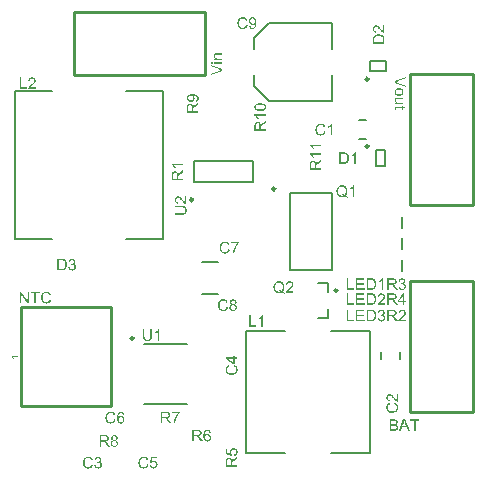
<source format=gto>
G04*
G04 #@! TF.GenerationSoftware,Altium Limited,Altium Designer,19.1.8 (144)*
G04*
G04 Layer_Color=65535*
%FSLAX25Y25*%
%MOIN*%
G70*
G01*
G75*
%ADD10C,0.00984*%
%ADD11C,0.01000*%
%ADD12C,0.00787*%
%ADD13C,0.00591*%
G36*
X3740Y-116899D02*
X2166D01*
X2169Y-116902D01*
X2180Y-116917D01*
X2198Y-116934D01*
X2218Y-116963D01*
X2244Y-116995D01*
X2273Y-117036D01*
X2306Y-117082D01*
X2338Y-117135D01*
Y-117138D01*
X2340Y-117140D01*
X2352Y-117158D01*
X2367Y-117187D01*
X2384Y-117222D01*
X2404Y-117263D01*
X2425Y-117306D01*
X2445Y-117350D01*
X2463Y-117394D01*
X2224D01*
Y-117391D01*
X2218Y-117385D01*
X2215Y-117373D01*
X2207Y-117359D01*
X2198Y-117341D01*
X2186Y-117321D01*
X2157Y-117271D01*
X2125Y-117213D01*
X2084Y-117155D01*
X2038Y-117094D01*
X1988Y-117033D01*
X1985Y-117030D01*
X1983Y-117027D01*
X1974Y-117018D01*
X1965Y-117007D01*
X1936Y-116981D01*
X1901Y-116946D01*
X1860Y-116911D01*
X1814Y-116873D01*
X1767Y-116841D01*
X1718Y-116812D01*
Y-116652D01*
X3740D01*
Y-116899D01*
D02*
G37*
G36*
X60000Y-65892D02*
X59994D01*
X59972D01*
X59939D01*
X59895Y-65887D01*
X59845Y-65881D01*
X59789Y-65870D01*
X59734Y-65859D01*
X59673Y-65837D01*
X59667D01*
X59662Y-65831D01*
X59628Y-65820D01*
X59578Y-65798D01*
X59512Y-65765D01*
X59434Y-65720D01*
X59345Y-65665D01*
X59256Y-65604D01*
X59162Y-65526D01*
X59156D01*
X59151Y-65515D01*
X59118Y-65487D01*
X59068Y-65437D01*
X58995Y-65365D01*
X58912Y-65282D01*
X58812Y-65176D01*
X58701Y-65049D01*
X58585Y-64910D01*
X58579Y-64905D01*
X58562Y-64882D01*
X58535Y-64849D01*
X58501Y-64810D01*
X58457Y-64760D01*
X58407Y-64699D01*
X58352Y-64638D01*
X58291Y-64566D01*
X58157Y-64427D01*
X58024Y-64289D01*
X57958Y-64222D01*
X57891Y-64161D01*
X57830Y-64105D01*
X57769Y-64061D01*
X57763D01*
X57758Y-64050D01*
X57741Y-64039D01*
X57719Y-64028D01*
X57658Y-63989D01*
X57586Y-63944D01*
X57497Y-63906D01*
X57403Y-63867D01*
X57297Y-63845D01*
X57197Y-63833D01*
X57192D01*
X57186D01*
X57153Y-63839D01*
X57097Y-63845D01*
X57036Y-63861D01*
X56959Y-63883D01*
X56881Y-63922D01*
X56803Y-63972D01*
X56726Y-64039D01*
X56714Y-64050D01*
X56692Y-64078D01*
X56664Y-64117D01*
X56626Y-64178D01*
X56592Y-64255D01*
X56559Y-64344D01*
X56537Y-64450D01*
X56531Y-64566D01*
Y-64599D01*
X56537Y-64622D01*
X56542Y-64688D01*
X56559Y-64766D01*
X56581Y-64849D01*
X56620Y-64943D01*
X56670Y-65032D01*
X56737Y-65115D01*
X56748Y-65127D01*
X56775Y-65149D01*
X56820Y-65182D01*
X56887Y-65215D01*
X56964Y-65254D01*
X57064Y-65288D01*
X57175Y-65310D01*
X57303Y-65321D01*
X57253Y-65804D01*
X57247D01*
X57231Y-65798D01*
X57203D01*
X57164Y-65793D01*
X57120Y-65781D01*
X57070Y-65770D01*
X57009Y-65754D01*
X56947Y-65737D01*
X56814Y-65693D01*
X56681Y-65626D01*
X56615Y-65587D01*
X56548Y-65537D01*
X56487Y-65487D01*
X56431Y-65432D01*
X56426Y-65426D01*
X56420Y-65415D01*
X56404Y-65399D01*
X56387Y-65371D01*
X56365Y-65338D01*
X56343Y-65299D01*
X56315Y-65254D01*
X56287Y-65199D01*
X56259Y-65138D01*
X56232Y-65071D01*
X56209Y-64999D01*
X56187Y-64921D01*
X56170Y-64838D01*
X56154Y-64749D01*
X56148Y-64655D01*
X56143Y-64555D01*
Y-64499D01*
X56148Y-64461D01*
X56154Y-64416D01*
X56159Y-64361D01*
X56170Y-64300D01*
X56182Y-64239D01*
X56221Y-64094D01*
X56276Y-63950D01*
X56309Y-63878D01*
X56348Y-63806D01*
X56398Y-63739D01*
X56454Y-63678D01*
X56459Y-63673D01*
X56465Y-63661D01*
X56487Y-63650D01*
X56509Y-63628D01*
X56537Y-63600D01*
X56576Y-63573D01*
X56615Y-63545D01*
X56664Y-63512D01*
X56770Y-63456D01*
X56903Y-63401D01*
X56970Y-63378D01*
X57047Y-63367D01*
X57125Y-63356D01*
X57208Y-63351D01*
X57219D01*
X57247D01*
X57292Y-63356D01*
X57353Y-63362D01*
X57419Y-63373D01*
X57497Y-63395D01*
X57580Y-63417D01*
X57664Y-63450D01*
X57674Y-63456D01*
X57702Y-63467D01*
X57747Y-63489D01*
X57808Y-63523D01*
X57874Y-63567D01*
X57958Y-63623D01*
X58041Y-63689D01*
X58135Y-63767D01*
X58146Y-63778D01*
X58180Y-63806D01*
X58207Y-63833D01*
X58235Y-63861D01*
X58268Y-63894D01*
X58313Y-63939D01*
X58357Y-63983D01*
X58407Y-64039D01*
X58463Y-64094D01*
X58524Y-64161D01*
X58585Y-64233D01*
X58657Y-64311D01*
X58729Y-64399D01*
X58807Y-64488D01*
X58812Y-64494D01*
X58823Y-64505D01*
X58840Y-64527D01*
X58862Y-64555D01*
X58896Y-64588D01*
X58929Y-64627D01*
X59001Y-64716D01*
X59084Y-64810D01*
X59167Y-64899D01*
X59240Y-64977D01*
X59267Y-65010D01*
X59295Y-65038D01*
X59301Y-65043D01*
X59317Y-65060D01*
X59339Y-65082D01*
X59373Y-65110D01*
X59412Y-65138D01*
X59451Y-65171D01*
X59545Y-65238D01*
Y-63345D01*
X60000D01*
Y-65892D01*
D02*
G37*
G36*
X58524Y-66486D02*
X58579D01*
X58646Y-66492D01*
X58712Y-66497D01*
X58862Y-66514D01*
X59018Y-66536D01*
X59167Y-66570D01*
X59240Y-66592D01*
X59306Y-66614D01*
X59312D01*
X59323Y-66620D01*
X59339Y-66631D01*
X59362Y-66642D01*
X59423Y-66675D01*
X59500Y-66725D01*
X59589Y-66792D01*
X59678Y-66869D01*
X59772Y-66969D01*
X59856Y-67091D01*
Y-67097D01*
X59867Y-67108D01*
X59872Y-67125D01*
X59889Y-67152D01*
X59906Y-67186D01*
X59922Y-67230D01*
X59939Y-67274D01*
X59961Y-67330D01*
X59983Y-67391D01*
X60000Y-67458D01*
X60017Y-67530D01*
X60033Y-67613D01*
X60044Y-67696D01*
X60056Y-67785D01*
X60067Y-67985D01*
Y-68035D01*
X60061Y-68074D01*
Y-68118D01*
X60056Y-68174D01*
X60050Y-68235D01*
X60044Y-68296D01*
X60022Y-68434D01*
X59989Y-68584D01*
X59944Y-68729D01*
X59883Y-68867D01*
Y-68873D01*
X59872Y-68884D01*
X59861Y-68901D01*
X59850Y-68923D01*
X59806Y-68984D01*
X59745Y-69056D01*
X59667Y-69139D01*
X59578Y-69217D01*
X59467Y-69295D01*
X59345Y-69356D01*
X59339D01*
X59328Y-69361D01*
X59306Y-69367D01*
X59279Y-69378D01*
X59245Y-69389D01*
X59201Y-69400D01*
X59151Y-69417D01*
X59090Y-69428D01*
X59023Y-69439D01*
X58951Y-69456D01*
X58873Y-69467D01*
X58790Y-69478D01*
X58696Y-69489D01*
X58596Y-69494D01*
X58490Y-69500D01*
X58379D01*
X56159D01*
Y-68989D01*
X58379D01*
X58385D01*
X58402D01*
X58429D01*
X58463D01*
X58501Y-68984D01*
X58551D01*
X58657Y-68978D01*
X58779Y-68967D01*
X58901Y-68950D01*
X59018Y-68928D01*
X59068Y-68917D01*
X59118Y-68901D01*
X59129Y-68895D01*
X59156Y-68884D01*
X59195Y-68856D01*
X59251Y-68823D01*
X59306Y-68784D01*
X59367Y-68729D01*
X59428Y-68662D01*
X59478Y-68584D01*
X59484Y-68573D01*
X59500Y-68545D01*
X59517Y-68496D01*
X59539Y-68429D01*
X59567Y-68351D01*
X59584Y-68251D01*
X59600Y-68146D01*
X59606Y-68029D01*
Y-67974D01*
X59600Y-67940D01*
Y-67891D01*
X59595Y-67840D01*
X59573Y-67718D01*
X59545Y-67585D01*
X59500Y-67458D01*
X59439Y-67335D01*
X59401Y-67280D01*
X59356Y-67230D01*
X59351Y-67225D01*
X59345Y-67219D01*
X59328Y-67208D01*
X59306Y-67191D01*
X59273Y-67175D01*
X59240Y-67152D01*
X59190Y-67130D01*
X59140Y-67108D01*
X59079Y-67086D01*
X59007Y-67069D01*
X58923Y-67047D01*
X58834Y-67030D01*
X58735Y-67014D01*
X58629Y-67002D01*
X58507Y-66991D01*
X58379D01*
X56159D01*
Y-66481D01*
X58379D01*
X58385D01*
X58407D01*
X58435D01*
X58474D01*
X58524Y-66486D01*
D02*
G37*
G36*
X48519Y-109879D02*
Y-109885D01*
Y-109907D01*
Y-109935D01*
Y-109974D01*
X48514Y-110024D01*
Y-110079D01*
X48508Y-110146D01*
X48503Y-110212D01*
X48486Y-110362D01*
X48464Y-110518D01*
X48430Y-110668D01*
X48408Y-110740D01*
X48386Y-110806D01*
Y-110812D01*
X48381Y-110823D01*
X48369Y-110840D01*
X48358Y-110862D01*
X48325Y-110923D01*
X48275Y-111001D01*
X48208Y-111089D01*
X48131Y-111178D01*
X48031Y-111273D01*
X47909Y-111356D01*
X47903D01*
X47892Y-111367D01*
X47875Y-111372D01*
X47848Y-111389D01*
X47814Y-111406D01*
X47770Y-111422D01*
X47725Y-111439D01*
X47670Y-111461D01*
X47609Y-111483D01*
X47542Y-111500D01*
X47470Y-111517D01*
X47387Y-111533D01*
X47304Y-111544D01*
X47215Y-111556D01*
X47015Y-111567D01*
X46965D01*
X46926Y-111561D01*
X46882D01*
X46826Y-111556D01*
X46765Y-111550D01*
X46704Y-111544D01*
X46566Y-111522D01*
X46416Y-111489D01*
X46271Y-111444D01*
X46133Y-111383D01*
X46127D01*
X46116Y-111372D01*
X46099Y-111361D01*
X46077Y-111350D01*
X46016Y-111306D01*
X45944Y-111245D01*
X45861Y-111167D01*
X45783Y-111078D01*
X45705Y-110967D01*
X45644Y-110845D01*
Y-110840D01*
X45639Y-110828D01*
X45633Y-110806D01*
X45622Y-110778D01*
X45611Y-110745D01*
X45600Y-110701D01*
X45583Y-110651D01*
X45572Y-110590D01*
X45561Y-110523D01*
X45544Y-110451D01*
X45533Y-110373D01*
X45522Y-110290D01*
X45511Y-110196D01*
X45505Y-110096D01*
X45500Y-109990D01*
Y-109879D01*
Y-107659D01*
X46011D01*
Y-109879D01*
Y-109885D01*
Y-109902D01*
Y-109929D01*
Y-109963D01*
X46016Y-110002D01*
Y-110051D01*
X46022Y-110157D01*
X46033Y-110279D01*
X46049Y-110401D01*
X46072Y-110518D01*
X46083Y-110568D01*
X46099Y-110618D01*
X46105Y-110629D01*
X46116Y-110656D01*
X46144Y-110695D01*
X46177Y-110751D01*
X46216Y-110806D01*
X46271Y-110867D01*
X46338Y-110928D01*
X46416Y-110978D01*
X46427Y-110984D01*
X46455Y-111001D01*
X46505Y-111017D01*
X46571Y-111039D01*
X46649Y-111067D01*
X46749Y-111084D01*
X46854Y-111100D01*
X46971Y-111106D01*
X47026D01*
X47060Y-111100D01*
X47109D01*
X47159Y-111095D01*
X47282Y-111073D01*
X47415Y-111045D01*
X47542Y-111001D01*
X47664Y-110940D01*
X47720Y-110901D01*
X47770Y-110856D01*
X47776Y-110851D01*
X47781Y-110845D01*
X47792Y-110828D01*
X47809Y-110806D01*
X47826Y-110773D01*
X47848Y-110740D01*
X47870Y-110690D01*
X47892Y-110640D01*
X47914Y-110579D01*
X47931Y-110506D01*
X47953Y-110423D01*
X47970Y-110335D01*
X47986Y-110235D01*
X47997Y-110129D01*
X48009Y-110007D01*
Y-109879D01*
Y-107659D01*
X48519D01*
Y-109879D01*
D02*
G37*
G36*
X50950Y-111500D02*
X50478D01*
Y-108498D01*
X50473Y-108503D01*
X50445Y-108525D01*
X50412Y-108558D01*
X50356Y-108597D01*
X50295Y-108647D01*
X50217Y-108703D01*
X50129Y-108764D01*
X50029Y-108825D01*
X50023D01*
X50018Y-108830D01*
X49984Y-108853D01*
X49929Y-108880D01*
X49862Y-108914D01*
X49785Y-108952D01*
X49701Y-108991D01*
X49618Y-109030D01*
X49535Y-109064D01*
Y-108608D01*
X49540D01*
X49551Y-108597D01*
X49574Y-108592D01*
X49601Y-108575D01*
X49635Y-108558D01*
X49674Y-108536D01*
X49768Y-108481D01*
X49879Y-108420D01*
X49990Y-108342D01*
X50107Y-108253D01*
X50223Y-108159D01*
X50229Y-108153D01*
X50234Y-108148D01*
X50251Y-108131D01*
X50273Y-108115D01*
X50323Y-108059D01*
X50390Y-107992D01*
X50456Y-107915D01*
X50528Y-107826D01*
X50589Y-107737D01*
X50645Y-107643D01*
X50950D01*
Y-111500D01*
D02*
G37*
G36*
X105000Y-46536D02*
X101997D01*
X102003Y-46541D01*
X102025Y-46569D01*
X102058Y-46602D01*
X102097Y-46658D01*
X102147Y-46719D01*
X102203Y-46797D01*
X102264Y-46885D01*
X102325Y-46985D01*
Y-46991D01*
X102330Y-46996D01*
X102353Y-47030D01*
X102380Y-47085D01*
X102414Y-47152D01*
X102453Y-47229D01*
X102491Y-47313D01*
X102530Y-47396D01*
X102564Y-47479D01*
X102109D01*
Y-47474D01*
X102097Y-47463D01*
X102092Y-47440D01*
X102075Y-47413D01*
X102058Y-47379D01*
X102036Y-47341D01*
X101981Y-47246D01*
X101920Y-47135D01*
X101842Y-47024D01*
X101753Y-46908D01*
X101659Y-46791D01*
X101653Y-46786D01*
X101648Y-46780D01*
X101631Y-46763D01*
X101614Y-46741D01*
X101559Y-46691D01*
X101492Y-46624D01*
X101415Y-46558D01*
X101326Y-46486D01*
X101237Y-46425D01*
X101143Y-46369D01*
Y-46064D01*
X105000D01*
Y-46536D01*
D02*
G37*
G36*
Y-49522D02*
X101997D01*
X102003Y-49527D01*
X102025Y-49555D01*
X102058Y-49588D01*
X102097Y-49644D01*
X102147Y-49705D01*
X102203Y-49782D01*
X102264Y-49871D01*
X102325Y-49971D01*
Y-49977D01*
X102330Y-49982D01*
X102353Y-50016D01*
X102380Y-50071D01*
X102414Y-50138D01*
X102453Y-50215D01*
X102491Y-50299D01*
X102530Y-50382D01*
X102564Y-50465D01*
X102109D01*
Y-50460D01*
X102097Y-50449D01*
X102092Y-50426D01*
X102075Y-50399D01*
X102058Y-50365D01*
X102036Y-50326D01*
X101981Y-50232D01*
X101920Y-50121D01*
X101842Y-50010D01*
X101753Y-49894D01*
X101659Y-49777D01*
X101653Y-49771D01*
X101648Y-49766D01*
X101631Y-49749D01*
X101614Y-49727D01*
X101559Y-49677D01*
X101492Y-49610D01*
X101415Y-49544D01*
X101326Y-49472D01*
X101237Y-49411D01*
X101143Y-49355D01*
Y-49050D01*
X105000D01*
Y-49522D01*
D02*
G37*
G36*
Y-51758D02*
X104201Y-52263D01*
X104195D01*
X104184Y-52275D01*
X104167Y-52286D01*
X104145Y-52302D01*
X104084Y-52341D01*
X104007Y-52391D01*
X103923Y-52452D01*
X103834Y-52513D01*
X103751Y-52574D01*
X103674Y-52630D01*
X103668Y-52635D01*
X103646Y-52652D01*
X103612Y-52680D01*
X103574Y-52718D01*
X103490Y-52802D01*
X103452Y-52846D01*
X103418Y-52890D01*
X103413Y-52896D01*
X103407Y-52907D01*
X103396Y-52929D01*
X103379Y-52963D01*
X103363Y-52996D01*
X103346Y-53035D01*
X103318Y-53124D01*
Y-53129D01*
X103313Y-53140D01*
Y-53162D01*
X103307Y-53190D01*
X103302Y-53229D01*
Y-53273D01*
X103296Y-53334D01*
Y-53989D01*
X105000D01*
Y-54500D01*
X101159D01*
Y-52718D01*
X101165Y-52674D01*
Y-52624D01*
X101171Y-52508D01*
X101187Y-52385D01*
X101204Y-52252D01*
X101232Y-52130D01*
X101248Y-52069D01*
X101265Y-52019D01*
Y-52014D01*
X101270Y-52008D01*
X101287Y-51975D01*
X101309Y-51925D01*
X101348Y-51864D01*
X101398Y-51797D01*
X101465Y-51725D01*
X101542Y-51658D01*
X101631Y-51592D01*
X101637D01*
X101642Y-51586D01*
X101675Y-51564D01*
X101731Y-51542D01*
X101803Y-51509D01*
X101886Y-51481D01*
X101986Y-51453D01*
X102092Y-51436D01*
X102208Y-51431D01*
X102214D01*
X102225D01*
X102247D01*
X102275Y-51436D01*
X102314D01*
X102353Y-51442D01*
X102447Y-51464D01*
X102558Y-51498D01*
X102674Y-51542D01*
X102791Y-51609D01*
X102847Y-51653D01*
X102902Y-51697D01*
X102908Y-51703D01*
X102913Y-51708D01*
X102930Y-51725D01*
X102946Y-51747D01*
X102969Y-51775D01*
X102991Y-51808D01*
X103019Y-51853D01*
X103052Y-51897D01*
X103080Y-51952D01*
X103107Y-52014D01*
X103141Y-52080D01*
X103168Y-52152D01*
X103191Y-52236D01*
X103218Y-52319D01*
X103235Y-52413D01*
X103252Y-52513D01*
X103257Y-52502D01*
X103268Y-52480D01*
X103291Y-52447D01*
X103313Y-52402D01*
X103374Y-52302D01*
X103413Y-52252D01*
X103446Y-52208D01*
X103457Y-52197D01*
X103485Y-52169D01*
X103529Y-52125D01*
X103585Y-52069D01*
X103662Y-52008D01*
X103746Y-51936D01*
X103846Y-51864D01*
X103957Y-51786D01*
X105000Y-51126D01*
Y-51758D01*
D02*
G37*
G36*
X84780Y-32337D02*
X84846D01*
X84918Y-32342D01*
X84996Y-32348D01*
X85174Y-32365D01*
X85357Y-32392D01*
X85534Y-32426D01*
X85618Y-32448D01*
X85701Y-32476D01*
X85706D01*
X85717Y-32481D01*
X85740Y-32492D01*
X85767Y-32503D01*
X85806Y-32515D01*
X85845Y-32537D01*
X85939Y-32581D01*
X86039Y-32637D01*
X86150Y-32709D01*
X86250Y-32792D01*
X86345Y-32892D01*
Y-32897D01*
X86356Y-32903D01*
X86367Y-32920D01*
X86378Y-32942D01*
X86395Y-32970D01*
X86417Y-32997D01*
X86456Y-33081D01*
X86494Y-33180D01*
X86533Y-33297D01*
X86555Y-33436D01*
X86567Y-33586D01*
Y-33641D01*
X86561Y-33680D01*
X86555Y-33724D01*
X86544Y-33780D01*
X86533Y-33841D01*
X86517Y-33908D01*
X86494Y-33974D01*
X86472Y-34046D01*
X86439Y-34119D01*
X86400Y-34191D01*
X86356Y-34263D01*
X86300Y-34335D01*
X86239Y-34402D01*
X86173Y-34463D01*
X86167Y-34468D01*
X86150Y-34479D01*
X86123Y-34496D01*
X86078Y-34524D01*
X86028Y-34551D01*
X85962Y-34579D01*
X85884Y-34618D01*
X85795Y-34651D01*
X85695Y-34685D01*
X85579Y-34718D01*
X85451Y-34751D01*
X85307Y-34779D01*
X85151Y-34807D01*
X84985Y-34823D01*
X84802Y-34834D01*
X84607Y-34840D01*
X84602D01*
X84580D01*
X84541D01*
X84496D01*
X84435Y-34834D01*
X84369D01*
X84297Y-34829D01*
X84213Y-34823D01*
X84041Y-34807D01*
X83858Y-34779D01*
X83675Y-34746D01*
X83592Y-34723D01*
X83509Y-34701D01*
X83503D01*
X83492Y-34696D01*
X83470Y-34685D01*
X83442Y-34674D01*
X83403Y-34662D01*
X83364Y-34640D01*
X83270Y-34596D01*
X83170Y-34540D01*
X83065Y-34468D01*
X82959Y-34385D01*
X82870Y-34285D01*
Y-34280D01*
X82859Y-34274D01*
X82848Y-34257D01*
X82837Y-34235D01*
X82815Y-34207D01*
X82798Y-34174D01*
X82754Y-34091D01*
X82715Y-33991D01*
X82676Y-33874D01*
X82654Y-33736D01*
X82643Y-33586D01*
Y-33536D01*
X82648Y-33475D01*
X82659Y-33403D01*
X82676Y-33319D01*
X82698Y-33231D01*
X82726Y-33136D01*
X82770Y-33047D01*
Y-33042D01*
X82776Y-33036D01*
X82793Y-33009D01*
X82820Y-32964D01*
X82859Y-32909D01*
X82915Y-32848D01*
X82976Y-32781D01*
X83048Y-32720D01*
X83131Y-32659D01*
X83142Y-32653D01*
X83170Y-32631D01*
X83220Y-32609D01*
X83292Y-32570D01*
X83375Y-32537D01*
X83470Y-32492D01*
X83581Y-32454D01*
X83703Y-32420D01*
X83708D01*
X83719Y-32415D01*
X83736Y-32409D01*
X83764Y-32404D01*
X83797Y-32398D01*
X83836Y-32392D01*
X83886Y-32381D01*
X83941Y-32376D01*
X84003Y-32365D01*
X84069Y-32359D01*
X84147Y-32354D01*
X84224Y-32342D01*
X84313Y-32337D01*
X84402D01*
X84502Y-32331D01*
X84607D01*
X84613D01*
X84635D01*
X84674D01*
X84718D01*
X84780Y-32337D01*
D02*
G37*
G36*
X86500Y-36522D02*
X83498D01*
X83503Y-36527D01*
X83525Y-36555D01*
X83558Y-36588D01*
X83597Y-36644D01*
X83647Y-36705D01*
X83703Y-36783D01*
X83764Y-36871D01*
X83825Y-36971D01*
Y-36977D01*
X83830Y-36982D01*
X83853Y-37016D01*
X83880Y-37071D01*
X83914Y-37138D01*
X83952Y-37215D01*
X83991Y-37299D01*
X84030Y-37382D01*
X84064Y-37465D01*
X83609D01*
Y-37460D01*
X83597Y-37448D01*
X83592Y-37426D01*
X83575Y-37399D01*
X83558Y-37365D01*
X83536Y-37326D01*
X83481Y-37232D01*
X83420Y-37121D01*
X83342Y-37010D01*
X83253Y-36893D01*
X83159Y-36777D01*
X83153Y-36771D01*
X83148Y-36766D01*
X83131Y-36749D01*
X83114Y-36727D01*
X83059Y-36677D01*
X82992Y-36610D01*
X82915Y-36544D01*
X82826Y-36472D01*
X82737Y-36411D01*
X82643Y-36355D01*
Y-36050D01*
X86500D01*
Y-36522D01*
D02*
G37*
G36*
Y-38758D02*
X85701Y-39263D01*
X85695D01*
X85684Y-39274D01*
X85668Y-39286D01*
X85645Y-39302D01*
X85584Y-39341D01*
X85507Y-39391D01*
X85423Y-39452D01*
X85334Y-39513D01*
X85251Y-39574D01*
X85174Y-39630D01*
X85168Y-39635D01*
X85146Y-39652D01*
X85113Y-39680D01*
X85074Y-39718D01*
X84990Y-39802D01*
X84952Y-39846D01*
X84918Y-39891D01*
X84913Y-39896D01*
X84907Y-39907D01*
X84896Y-39929D01*
X84879Y-39963D01*
X84863Y-39996D01*
X84846Y-40035D01*
X84818Y-40124D01*
Y-40129D01*
X84813Y-40140D01*
Y-40163D01*
X84807Y-40190D01*
X84802Y-40229D01*
Y-40273D01*
X84796Y-40334D01*
Y-40989D01*
X86500D01*
Y-41500D01*
X82659D01*
Y-39718D01*
X82665Y-39674D01*
Y-39624D01*
X82670Y-39507D01*
X82687Y-39385D01*
X82704Y-39252D01*
X82732Y-39130D01*
X82748Y-39069D01*
X82765Y-39019D01*
Y-39014D01*
X82770Y-39008D01*
X82787Y-38975D01*
X82809Y-38925D01*
X82848Y-38864D01*
X82898Y-38797D01*
X82965Y-38725D01*
X83042Y-38658D01*
X83131Y-38592D01*
X83137D01*
X83142Y-38586D01*
X83175Y-38564D01*
X83231Y-38542D01*
X83303Y-38509D01*
X83386Y-38481D01*
X83486Y-38453D01*
X83592Y-38436D01*
X83708Y-38431D01*
X83714D01*
X83725D01*
X83747D01*
X83775Y-38436D01*
X83814D01*
X83853Y-38442D01*
X83947Y-38464D01*
X84058Y-38497D01*
X84175Y-38542D01*
X84291Y-38608D01*
X84347Y-38653D01*
X84402Y-38697D01*
X84408Y-38703D01*
X84413Y-38708D01*
X84430Y-38725D01*
X84447Y-38747D01*
X84469Y-38775D01*
X84491Y-38808D01*
X84519Y-38853D01*
X84552Y-38897D01*
X84580Y-38953D01*
X84607Y-39014D01*
X84641Y-39080D01*
X84668Y-39152D01*
X84691Y-39236D01*
X84718Y-39319D01*
X84735Y-39413D01*
X84752Y-39513D01*
X84757Y-39502D01*
X84768Y-39480D01*
X84791Y-39446D01*
X84813Y-39402D01*
X84874Y-39302D01*
X84913Y-39252D01*
X84946Y-39208D01*
X84957Y-39197D01*
X84985Y-39169D01*
X85029Y-39125D01*
X85085Y-39069D01*
X85163Y-39008D01*
X85246Y-38936D01*
X85346Y-38864D01*
X85457Y-38786D01*
X86500Y-38126D01*
Y-38758D01*
D02*
G37*
G36*
X62185Y-29306D02*
X62257D01*
X62340Y-29312D01*
X62424Y-29323D01*
X62612Y-29340D01*
X62812Y-29367D01*
X63001Y-29406D01*
X63095Y-29434D01*
X63179Y-29462D01*
X63184D01*
X63195Y-29467D01*
X63217Y-29478D01*
X63251Y-29489D01*
X63284Y-29506D01*
X63328Y-29528D01*
X63423Y-29584D01*
X63528Y-29650D01*
X63639Y-29728D01*
X63745Y-29828D01*
X63839Y-29939D01*
Y-29945D01*
X63850Y-29956D01*
X63861Y-29972D01*
X63872Y-29994D01*
X63889Y-30028D01*
X63911Y-30061D01*
X63933Y-30105D01*
X63950Y-30150D01*
X63994Y-30255D01*
X64033Y-30383D01*
X64056Y-30522D01*
X64067Y-30677D01*
Y-30721D01*
X64061Y-30749D01*
Y-30788D01*
X64056Y-30832D01*
X64033Y-30938D01*
X64006Y-31054D01*
X63961Y-31176D01*
X63900Y-31299D01*
X63861Y-31360D01*
X63817Y-31415D01*
X63811Y-31421D01*
X63806Y-31426D01*
X63789Y-31443D01*
X63772Y-31460D01*
X63745Y-31482D01*
X63711Y-31510D01*
X63634Y-31565D01*
X63534Y-31620D01*
X63412Y-31676D01*
X63273Y-31720D01*
X63112Y-31754D01*
X63073Y-31299D01*
X63079D01*
X63090Y-31293D01*
X63101D01*
X63123Y-31288D01*
X63184Y-31271D01*
X63251Y-31249D01*
X63328Y-31221D01*
X63406Y-31182D01*
X63478Y-31138D01*
X63539Y-31082D01*
X63545Y-31077D01*
X63561Y-31054D01*
X63584Y-31016D01*
X63606Y-30971D01*
X63634Y-30910D01*
X63656Y-30838D01*
X63673Y-30755D01*
X63678Y-30666D01*
Y-30627D01*
X63673Y-30588D01*
X63667Y-30538D01*
X63656Y-30477D01*
X63639Y-30416D01*
X63617Y-30350D01*
X63584Y-30288D01*
X63578Y-30283D01*
X63567Y-30261D01*
X63545Y-30228D01*
X63512Y-30194D01*
X63473Y-30150D01*
X63428Y-30105D01*
X63378Y-30061D01*
X63317Y-30017D01*
X63312Y-30011D01*
X63284Y-30000D01*
X63245Y-29978D01*
X63195Y-29956D01*
X63129Y-29928D01*
X63051Y-29900D01*
X62962Y-29872D01*
X62862Y-29844D01*
X62857D01*
X62851Y-29839D01*
X62835D01*
X62812Y-29833D01*
X62757Y-29822D01*
X62685Y-29806D01*
X62596Y-29795D01*
X62502Y-29783D01*
X62396Y-29778D01*
X62285Y-29772D01*
X62279D01*
X62263D01*
X62235D01*
X62191D01*
X62202Y-29778D01*
X62230Y-29800D01*
X62268Y-29833D01*
X62324Y-29872D01*
X62379Y-29928D01*
X62440Y-29994D01*
X62502Y-30072D01*
X62557Y-30161D01*
X62563Y-30172D01*
X62579Y-30205D01*
X62601Y-30255D01*
X62624Y-30316D01*
X62651Y-30400D01*
X62674Y-30488D01*
X62690Y-30588D01*
X62696Y-30694D01*
Y-30738D01*
X62690Y-30771D01*
X62685Y-30816D01*
X62679Y-30860D01*
X62668Y-30916D01*
X62651Y-30971D01*
X62612Y-31099D01*
X62585Y-31165D01*
X62551Y-31232D01*
X62513Y-31304D01*
X62463Y-31371D01*
X62413Y-31437D01*
X62352Y-31499D01*
X62346Y-31504D01*
X62335Y-31515D01*
X62318Y-31526D01*
X62291Y-31548D01*
X62252Y-31576D01*
X62213Y-31604D01*
X62163Y-31632D01*
X62107Y-31659D01*
X62046Y-31693D01*
X61980Y-31720D01*
X61902Y-31748D01*
X61824Y-31776D01*
X61736Y-31798D01*
X61641Y-31809D01*
X61547Y-31820D01*
X61441Y-31826D01*
X61436D01*
X61414D01*
X61386D01*
X61347Y-31820D01*
X61297Y-31815D01*
X61236Y-31809D01*
X61175Y-31798D01*
X61103Y-31782D01*
X60959Y-31743D01*
X60881Y-31715D01*
X60798Y-31682D01*
X60720Y-31643D01*
X60648Y-31593D01*
X60570Y-31543D01*
X60504Y-31482D01*
X60498Y-31476D01*
X60487Y-31465D01*
X60470Y-31449D01*
X60448Y-31421D01*
X60420Y-31387D01*
X60387Y-31343D01*
X60359Y-31299D01*
X60320Y-31243D01*
X60287Y-31188D01*
X60259Y-31121D01*
X60198Y-30971D01*
X60176Y-30893D01*
X60159Y-30805D01*
X60148Y-30716D01*
X60143Y-30622D01*
Y-30583D01*
X60148Y-30555D01*
Y-30527D01*
X60154Y-30488D01*
X60171Y-30394D01*
X60193Y-30288D01*
X60232Y-30172D01*
X60281Y-30055D01*
X60348Y-29939D01*
Y-29933D01*
X60359Y-29928D01*
X60370Y-29911D01*
X60387Y-29889D01*
X60431Y-29833D01*
X60492Y-29761D01*
X60576Y-29689D01*
X60676Y-29606D01*
X60792Y-29534D01*
X60925Y-29467D01*
X60931D01*
X60942Y-29462D01*
X60964Y-29451D01*
X60992Y-29439D01*
X61031Y-29428D01*
X61081Y-29412D01*
X61136Y-29401D01*
X61197Y-29384D01*
X61269Y-29367D01*
X61353Y-29351D01*
X61441Y-29340D01*
X61536Y-29328D01*
X61641Y-29317D01*
X61752Y-29306D01*
X61874Y-29301D01*
X62002D01*
X62008D01*
X62035D01*
X62074D01*
X62124D01*
X62185Y-29306D01*
D02*
G37*
G36*
X64000Y-32758D02*
X63201Y-33263D01*
X63195D01*
X63184Y-33274D01*
X63168Y-33286D01*
X63145Y-33302D01*
X63084Y-33341D01*
X63007Y-33391D01*
X62923Y-33452D01*
X62835Y-33513D01*
X62751Y-33574D01*
X62674Y-33630D01*
X62668Y-33635D01*
X62646Y-33652D01*
X62612Y-33680D01*
X62574Y-33718D01*
X62490Y-33802D01*
X62451Y-33846D01*
X62418Y-33891D01*
X62413Y-33896D01*
X62407Y-33907D01*
X62396Y-33929D01*
X62379Y-33963D01*
X62363Y-33996D01*
X62346Y-34035D01*
X62318Y-34124D01*
Y-34129D01*
X62313Y-34140D01*
Y-34163D01*
X62307Y-34190D01*
X62302Y-34229D01*
Y-34273D01*
X62296Y-34334D01*
Y-34989D01*
X64000D01*
Y-35500D01*
X60159D01*
Y-33718D01*
X60165Y-33674D01*
Y-33624D01*
X60171Y-33507D01*
X60187Y-33385D01*
X60204Y-33252D01*
X60232Y-33130D01*
X60248Y-33069D01*
X60265Y-33019D01*
Y-33014D01*
X60270Y-33008D01*
X60287Y-32975D01*
X60309Y-32925D01*
X60348Y-32864D01*
X60398Y-32797D01*
X60465Y-32725D01*
X60542Y-32658D01*
X60631Y-32592D01*
X60637D01*
X60642Y-32586D01*
X60676Y-32564D01*
X60731Y-32542D01*
X60803Y-32509D01*
X60887Y-32481D01*
X60986Y-32453D01*
X61092Y-32436D01*
X61208Y-32431D01*
X61214D01*
X61225D01*
X61247D01*
X61275Y-32436D01*
X61314D01*
X61353Y-32442D01*
X61447Y-32464D01*
X61558Y-32497D01*
X61674Y-32542D01*
X61791Y-32608D01*
X61847Y-32653D01*
X61902Y-32697D01*
X61908Y-32703D01*
X61913Y-32708D01*
X61930Y-32725D01*
X61946Y-32747D01*
X61969Y-32775D01*
X61991Y-32808D01*
X62019Y-32853D01*
X62052Y-32897D01*
X62080Y-32953D01*
X62107Y-33014D01*
X62141Y-33080D01*
X62169Y-33152D01*
X62191Y-33236D01*
X62218Y-33319D01*
X62235Y-33413D01*
X62252Y-33513D01*
X62257Y-33502D01*
X62268Y-33480D01*
X62291Y-33446D01*
X62313Y-33402D01*
X62374Y-33302D01*
X62413Y-33252D01*
X62446Y-33208D01*
X62457Y-33197D01*
X62485Y-33169D01*
X62529Y-33125D01*
X62585Y-33069D01*
X62663Y-33008D01*
X62746Y-32936D01*
X62846Y-32864D01*
X62957Y-32786D01*
X64000Y-32126D01*
Y-32758D01*
D02*
G37*
G36*
X32883Y-142930D02*
X32933D01*
X33050Y-142936D01*
X33172Y-142952D01*
X33305Y-142969D01*
X33427Y-142997D01*
X33488Y-143013D01*
X33538Y-143030D01*
X33544D01*
X33549Y-143035D01*
X33582Y-143052D01*
X33632Y-143074D01*
X33694Y-143113D01*
X33760Y-143163D01*
X33832Y-143230D01*
X33899Y-143307D01*
X33965Y-143396D01*
Y-143402D01*
X33971Y-143407D01*
X33993Y-143441D01*
X34015Y-143496D01*
X34049Y-143568D01*
X34076Y-143651D01*
X34104Y-143751D01*
X34121Y-143857D01*
X34126Y-143974D01*
Y-143979D01*
Y-143990D01*
Y-144012D01*
X34121Y-144040D01*
Y-144079D01*
X34115Y-144118D01*
X34093Y-144212D01*
X34060Y-144323D01*
X34015Y-144440D01*
X33949Y-144556D01*
X33904Y-144612D01*
X33860Y-144667D01*
X33854Y-144673D01*
X33849Y-144678D01*
X33832Y-144695D01*
X33810Y-144712D01*
X33782Y-144734D01*
X33749Y-144756D01*
X33705Y-144784D01*
X33660Y-144817D01*
X33605Y-144845D01*
X33544Y-144873D01*
X33477Y-144906D01*
X33405Y-144934D01*
X33322Y-144956D01*
X33238Y-144983D01*
X33144Y-145000D01*
X33044Y-145017D01*
X33055Y-145022D01*
X33077Y-145034D01*
X33111Y-145056D01*
X33155Y-145078D01*
X33255Y-145139D01*
X33305Y-145178D01*
X33349Y-145211D01*
X33360Y-145222D01*
X33388Y-145250D01*
X33433Y-145294D01*
X33488Y-145350D01*
X33549Y-145428D01*
X33621Y-145511D01*
X33694Y-145611D01*
X33771Y-145722D01*
X34432Y-146765D01*
X33799D01*
X33294Y-145966D01*
Y-145960D01*
X33283Y-145949D01*
X33272Y-145933D01*
X33255Y-145910D01*
X33216Y-145849D01*
X33166Y-145772D01*
X33105Y-145688D01*
X33044Y-145600D01*
X32983Y-145516D01*
X32928Y-145439D01*
X32922Y-145433D01*
X32905Y-145411D01*
X32878Y-145378D01*
X32839Y-145339D01*
X32756Y-145255D01*
X32711Y-145217D01*
X32667Y-145183D01*
X32661Y-145178D01*
X32650Y-145172D01*
X32628Y-145161D01*
X32595Y-145144D01*
X32561Y-145128D01*
X32522Y-145111D01*
X32434Y-145083D01*
X32428D01*
X32417Y-145078D01*
X32395D01*
X32367Y-145072D01*
X32328Y-145067D01*
X32284D01*
X32223Y-145061D01*
X31568D01*
Y-146765D01*
X31057D01*
Y-142924D01*
X32839D01*
X32883Y-142930D01*
D02*
G37*
G36*
X36063Y-142913D02*
X36108Y-142919D01*
X36158Y-142924D01*
X36213Y-142930D01*
X36269Y-142947D01*
X36402Y-142980D01*
X36535Y-143030D01*
X36602Y-143063D01*
X36668Y-143102D01*
X36729Y-143152D01*
X36790Y-143202D01*
X36796Y-143208D01*
X36801Y-143213D01*
X36818Y-143230D01*
X36840Y-143252D01*
X36862Y-143285D01*
X36890Y-143319D01*
X36946Y-143402D01*
X37001Y-143507D01*
X37051Y-143629D01*
X37090Y-143768D01*
X37096Y-143840D01*
X37101Y-143918D01*
Y-143923D01*
Y-143929D01*
Y-143962D01*
X37096Y-144012D01*
X37084Y-144073D01*
X37068Y-144151D01*
X37040Y-144229D01*
X37007Y-144306D01*
X36957Y-144384D01*
X36951Y-144395D01*
X36929Y-144418D01*
X36896Y-144451D01*
X36851Y-144495D01*
X36790Y-144545D01*
X36718Y-144595D01*
X36635Y-144645D01*
X36535Y-144689D01*
X36541D01*
X36552Y-144695D01*
X36568Y-144701D01*
X36591Y-144712D01*
X36657Y-144739D01*
X36735Y-144778D01*
X36818Y-144834D01*
X36907Y-144895D01*
X36990Y-144973D01*
X37068Y-145061D01*
Y-145067D01*
X37073Y-145072D01*
X37096Y-145106D01*
X37129Y-145161D01*
X37162Y-145233D01*
X37196Y-145322D01*
X37229Y-145428D01*
X37251Y-145544D01*
X37257Y-145672D01*
Y-145677D01*
Y-145694D01*
Y-145722D01*
X37251Y-145755D01*
X37246Y-145794D01*
X37240Y-145844D01*
X37229Y-145899D01*
X37212Y-145960D01*
X37173Y-146088D01*
X37146Y-146160D01*
X37107Y-146227D01*
X37068Y-146299D01*
X37023Y-146365D01*
X36968Y-146432D01*
X36907Y-146499D01*
X36901Y-146504D01*
X36890Y-146515D01*
X36874Y-146532D01*
X36846Y-146549D01*
X36807Y-146576D01*
X36768Y-146604D01*
X36718Y-146632D01*
X36663Y-146665D01*
X36602Y-146698D01*
X36529Y-146726D01*
X36452Y-146754D01*
X36374Y-146782D01*
X36285Y-146798D01*
X36191Y-146815D01*
X36097Y-146826D01*
X35991Y-146832D01*
X35936D01*
X35897Y-146826D01*
X35847Y-146821D01*
X35791Y-146815D01*
X35730Y-146804D01*
X35664Y-146787D01*
X35514Y-146748D01*
X35436Y-146721D01*
X35364Y-146693D01*
X35286Y-146654D01*
X35209Y-146610D01*
X35137Y-146560D01*
X35070Y-146499D01*
X35064Y-146493D01*
X35053Y-146482D01*
X35037Y-146465D01*
X35014Y-146438D01*
X34992Y-146404D01*
X34959Y-146365D01*
X34931Y-146321D01*
X34898Y-146266D01*
X34865Y-146210D01*
X34837Y-146143D01*
X34781Y-146005D01*
X34759Y-145922D01*
X34742Y-145838D01*
X34731Y-145749D01*
X34726Y-145661D01*
Y-145655D01*
Y-145644D01*
Y-145622D01*
X34731Y-145600D01*
Y-145566D01*
X34737Y-145527D01*
X34748Y-145439D01*
X34770Y-145339D01*
X34804Y-145239D01*
X34853Y-145133D01*
X34914Y-145034D01*
Y-145028D01*
X34926Y-145022D01*
X34948Y-144995D01*
X34992Y-144950D01*
X35053Y-144895D01*
X35131Y-144839D01*
X35225Y-144778D01*
X35331Y-144728D01*
X35458Y-144689D01*
X35453D01*
X35447Y-144684D01*
X35431Y-144678D01*
X35408Y-144667D01*
X35359Y-144645D01*
X35292Y-144612D01*
X35220Y-144567D01*
X35148Y-144512D01*
X35081Y-144451D01*
X35020Y-144384D01*
X35014Y-144373D01*
X34998Y-144351D01*
X34975Y-144306D01*
X34953Y-144251D01*
X34926Y-144179D01*
X34903Y-144096D01*
X34887Y-144001D01*
X34881Y-143901D01*
Y-143896D01*
Y-143885D01*
Y-143862D01*
X34887Y-143829D01*
X34892Y-143796D01*
X34898Y-143751D01*
X34920Y-143657D01*
X34953Y-143546D01*
X35009Y-143430D01*
X35042Y-143368D01*
X35081Y-143307D01*
X35131Y-143252D01*
X35181Y-143196D01*
X35186Y-143191D01*
X35197Y-143185D01*
X35214Y-143169D01*
X35236Y-143152D01*
X35264Y-143130D01*
X35303Y-143108D01*
X35347Y-143080D01*
X35392Y-143052D01*
X35447Y-143024D01*
X35508Y-142997D01*
X35575Y-142974D01*
X35647Y-142952D01*
X35803Y-142919D01*
X35891Y-142913D01*
X35980Y-142908D01*
X36030D01*
X36063Y-142913D01*
D02*
G37*
G36*
X57694Y-135581D02*
X57688Y-135587D01*
X57677Y-135598D01*
X57655Y-135620D01*
X57633Y-135653D01*
X57600Y-135692D01*
X57555Y-135737D01*
X57511Y-135792D01*
X57461Y-135859D01*
X57411Y-135925D01*
X57350Y-136003D01*
X57289Y-136092D01*
X57228Y-136181D01*
X57161Y-136281D01*
X57094Y-136386D01*
X57028Y-136503D01*
X56961Y-136619D01*
X56956Y-136625D01*
X56945Y-136647D01*
X56928Y-136680D01*
X56900Y-136730D01*
X56872Y-136791D01*
X56839Y-136858D01*
X56800Y-136935D01*
X56761Y-137024D01*
X56717Y-137124D01*
X56667Y-137224D01*
X56623Y-137335D01*
X56578Y-137452D01*
X56489Y-137690D01*
X56406Y-137945D01*
Y-137951D01*
X56401Y-137968D01*
X56395Y-137996D01*
X56384Y-138029D01*
X56373Y-138073D01*
X56362Y-138129D01*
X56345Y-138190D01*
X56334Y-138256D01*
X56317Y-138334D01*
X56301Y-138417D01*
X56273Y-138595D01*
X56245Y-138789D01*
X56229Y-139000D01*
X55746D01*
Y-138995D01*
Y-138978D01*
Y-138956D01*
X55751Y-138922D01*
Y-138878D01*
X55757Y-138822D01*
X55762Y-138761D01*
X55768Y-138695D01*
X55779Y-138617D01*
X55790Y-138539D01*
X55807Y-138445D01*
X55823Y-138351D01*
X55840Y-138251D01*
X55862Y-138140D01*
X55918Y-137912D01*
Y-137907D01*
X55923Y-137884D01*
X55935Y-137851D01*
X55951Y-137801D01*
X55968Y-137746D01*
X55990Y-137679D01*
X56012Y-137601D01*
X56046Y-137518D01*
X56079Y-137424D01*
X56112Y-137329D01*
X56195Y-137119D01*
X56295Y-136897D01*
X56406Y-136674D01*
X56412Y-136669D01*
X56423Y-136647D01*
X56440Y-136619D01*
X56462Y-136575D01*
X56489Y-136525D01*
X56528Y-136464D01*
X56567Y-136397D01*
X56612Y-136325D01*
X56717Y-136164D01*
X56828Y-135997D01*
X56956Y-135825D01*
X57089Y-135664D01*
X55207D01*
Y-135209D01*
X57694D01*
Y-135581D01*
D02*
G37*
G36*
X53326Y-135165D02*
X53376D01*
X53492Y-135170D01*
X53614Y-135187D01*
X53748Y-135204D01*
X53870Y-135231D01*
X53931Y-135248D01*
X53981Y-135265D01*
X53986D01*
X53992Y-135270D01*
X54025Y-135287D01*
X54075Y-135309D01*
X54136Y-135348D01*
X54203Y-135398D01*
X54275Y-135465D01*
X54342Y-135542D01*
X54408Y-135631D01*
Y-135637D01*
X54414Y-135642D01*
X54436Y-135676D01*
X54458Y-135731D01*
X54491Y-135803D01*
X54519Y-135886D01*
X54547Y-135986D01*
X54564Y-136092D01*
X54569Y-136208D01*
Y-136214D01*
Y-136225D01*
Y-136247D01*
X54564Y-136275D01*
Y-136314D01*
X54558Y-136353D01*
X54536Y-136447D01*
X54502Y-136558D01*
X54458Y-136674D01*
X54391Y-136791D01*
X54347Y-136847D01*
X54303Y-136902D01*
X54297Y-136908D01*
X54292Y-136913D01*
X54275Y-136930D01*
X54253Y-136946D01*
X54225Y-136969D01*
X54192Y-136991D01*
X54147Y-137019D01*
X54103Y-137052D01*
X54048Y-137080D01*
X53986Y-137107D01*
X53920Y-137141D01*
X53848Y-137169D01*
X53764Y-137191D01*
X53681Y-137218D01*
X53587Y-137235D01*
X53487Y-137252D01*
X53498Y-137257D01*
X53520Y-137268D01*
X53553Y-137291D01*
X53598Y-137313D01*
X53698Y-137374D01*
X53748Y-137413D01*
X53792Y-137446D01*
X53803Y-137457D01*
X53831Y-137485D01*
X53875Y-137529D01*
X53931Y-137585D01*
X53992Y-137662D01*
X54064Y-137746D01*
X54136Y-137846D01*
X54214Y-137957D01*
X54874Y-139000D01*
X54242D01*
X53737Y-138201D01*
Y-138195D01*
X53725Y-138184D01*
X53714Y-138168D01*
X53698Y-138145D01*
X53659Y-138084D01*
X53609Y-138006D01*
X53548Y-137923D01*
X53487Y-137835D01*
X53426Y-137751D01*
X53370Y-137674D01*
X53365Y-137668D01*
X53348Y-137646D01*
X53320Y-137612D01*
X53282Y-137574D01*
X53198Y-137490D01*
X53154Y-137452D01*
X53110Y-137418D01*
X53104Y-137413D01*
X53093Y-137407D01*
X53071Y-137396D01*
X53037Y-137379D01*
X53004Y-137363D01*
X52965Y-137346D01*
X52876Y-137318D01*
X52871D01*
X52860Y-137313D01*
X52838D01*
X52810Y-137307D01*
X52771Y-137302D01*
X52727D01*
X52666Y-137296D01*
X52011D01*
Y-139000D01*
X51500D01*
Y-135159D01*
X53282D01*
X53326Y-135165D01*
D02*
G37*
G36*
X67111Y-141148D02*
X67150D01*
X67195Y-141154D01*
X67300Y-141176D01*
X67417Y-141204D01*
X67539Y-141248D01*
X67661Y-141315D01*
X67722Y-141354D01*
X67778Y-141398D01*
X67783Y-141404D01*
X67789Y-141409D01*
X67805Y-141426D01*
X67822Y-141443D01*
X67850Y-141470D01*
X67872Y-141504D01*
X67933Y-141581D01*
X67994Y-141681D01*
X68050Y-141803D01*
X68099Y-141942D01*
X68133Y-142097D01*
X67661Y-142136D01*
Y-142131D01*
X67655Y-142125D01*
X67650Y-142092D01*
X67633Y-142042D01*
X67611Y-141981D01*
X67589Y-141914D01*
X67556Y-141848D01*
X67517Y-141787D01*
X67478Y-141737D01*
X67467Y-141726D01*
X67445Y-141703D01*
X67406Y-141670D01*
X67350Y-141631D01*
X67278Y-141598D01*
X67200Y-141565D01*
X67106Y-141542D01*
X67006Y-141531D01*
X66967D01*
X66923Y-141537D01*
X66873Y-141548D01*
X66806Y-141565D01*
X66740Y-141587D01*
X66673Y-141614D01*
X66606Y-141659D01*
X66595Y-141665D01*
X66568Y-141687D01*
X66529Y-141726D01*
X66479Y-141781D01*
X66423Y-141848D01*
X66362Y-141925D01*
X66307Y-142025D01*
X66251Y-142136D01*
Y-142142D01*
X66246Y-142153D01*
X66240Y-142169D01*
X66229Y-142192D01*
X66224Y-142225D01*
X66212Y-142264D01*
X66201Y-142308D01*
X66190Y-142364D01*
X66174Y-142425D01*
X66163Y-142491D01*
X66151Y-142564D01*
X66146Y-142641D01*
X66135Y-142730D01*
X66129Y-142819D01*
X66124Y-142919D01*
Y-143019D01*
X66129Y-143013D01*
X66151Y-142980D01*
X66190Y-142935D01*
X66240Y-142880D01*
X66296Y-142813D01*
X66368Y-142752D01*
X66446Y-142691D01*
X66534Y-142636D01*
X66540D01*
X66545Y-142630D01*
X66579Y-142613D01*
X66629Y-142597D01*
X66695Y-142569D01*
X66773Y-142547D01*
X66862Y-142530D01*
X66956Y-142514D01*
X67056Y-142508D01*
X67101D01*
X67134Y-142514D01*
X67178Y-142519D01*
X67223Y-142525D01*
X67278Y-142536D01*
X67334Y-142552D01*
X67461Y-142591D01*
X67528Y-142619D01*
X67594Y-142658D01*
X67661Y-142697D01*
X67733Y-142741D01*
X67800Y-142797D01*
X67861Y-142858D01*
X67866Y-142863D01*
X67877Y-142874D01*
X67894Y-142891D01*
X67911Y-142919D01*
X67939Y-142958D01*
X67966Y-142997D01*
X67994Y-143046D01*
X68027Y-143102D01*
X68061Y-143163D01*
X68088Y-143229D01*
X68116Y-143307D01*
X68144Y-143385D01*
X68160Y-143468D01*
X68177Y-143563D01*
X68188Y-143657D01*
X68194Y-143757D01*
Y-143762D01*
Y-143773D01*
Y-143790D01*
Y-143818D01*
X68188Y-143851D01*
Y-143884D01*
X68172Y-143973D01*
X68155Y-144079D01*
X68127Y-144190D01*
X68088Y-144312D01*
X68033Y-144428D01*
Y-144434D01*
X68027Y-144439D01*
X68016Y-144456D01*
X68005Y-144478D01*
X67972Y-144534D01*
X67922Y-144606D01*
X67861Y-144684D01*
X67789Y-144761D01*
X67700Y-144839D01*
X67606Y-144906D01*
X67600D01*
X67594Y-144911D01*
X67578Y-144922D01*
X67556Y-144928D01*
X67500Y-144956D01*
X67428Y-144983D01*
X67334Y-145017D01*
X67228Y-145039D01*
X67111Y-145061D01*
X66984Y-145067D01*
X66956D01*
X66928Y-145061D01*
X66884D01*
X66834Y-145055D01*
X66778Y-145044D01*
X66712Y-145028D01*
X66645Y-145011D01*
X66568Y-144989D01*
X66490Y-144961D01*
X66412Y-144928D01*
X66329Y-144883D01*
X66251Y-144834D01*
X66174Y-144778D01*
X66096Y-144711D01*
X66024Y-144634D01*
X66018Y-144628D01*
X66007Y-144612D01*
X65990Y-144589D01*
X65968Y-144551D01*
X65935Y-144501D01*
X65907Y-144445D01*
X65874Y-144373D01*
X65841Y-144295D01*
X65802Y-144201D01*
X65768Y-144095D01*
X65741Y-143979D01*
X65713Y-143851D01*
X65685Y-143707D01*
X65669Y-143551D01*
X65657Y-143385D01*
X65652Y-143207D01*
Y-143202D01*
Y-143196D01*
Y-143180D01*
Y-143157D01*
X65657Y-143102D01*
Y-143024D01*
X65663Y-142935D01*
X65674Y-142830D01*
X65685Y-142713D01*
X65702Y-142586D01*
X65724Y-142458D01*
X65752Y-142319D01*
X65785Y-142186D01*
X65824Y-142053D01*
X65874Y-141925D01*
X65929Y-141803D01*
X65990Y-141687D01*
X66063Y-141587D01*
X66068Y-141581D01*
X66079Y-141570D01*
X66101Y-141548D01*
X66129Y-141515D01*
X66163Y-141481D01*
X66207Y-141448D01*
X66262Y-141404D01*
X66318Y-141365D01*
X66385Y-141326D01*
X66457Y-141281D01*
X66540Y-141248D01*
X66623Y-141209D01*
X66717Y-141182D01*
X66817Y-141159D01*
X66923Y-141148D01*
X67034Y-141143D01*
X67078D01*
X67111Y-141148D01*
D02*
G37*
G36*
X63826Y-141165D02*
X63876D01*
X63992Y-141171D01*
X64114Y-141187D01*
X64248Y-141204D01*
X64370Y-141232D01*
X64431Y-141248D01*
X64481Y-141265D01*
X64486D01*
X64492Y-141270D01*
X64525Y-141287D01*
X64575Y-141309D01*
X64636Y-141348D01*
X64703Y-141398D01*
X64775Y-141465D01*
X64842Y-141542D01*
X64908Y-141631D01*
Y-141637D01*
X64914Y-141642D01*
X64936Y-141675D01*
X64958Y-141731D01*
X64991Y-141803D01*
X65019Y-141886D01*
X65047Y-141986D01*
X65064Y-142092D01*
X65069Y-142208D01*
Y-142214D01*
Y-142225D01*
Y-142247D01*
X65064Y-142275D01*
Y-142314D01*
X65058Y-142353D01*
X65036Y-142447D01*
X65003Y-142558D01*
X64958Y-142675D01*
X64891Y-142791D01*
X64847Y-142847D01*
X64803Y-142902D01*
X64797Y-142908D01*
X64792Y-142913D01*
X64775Y-142930D01*
X64753Y-142947D01*
X64725Y-142969D01*
X64692Y-142991D01*
X64647Y-143019D01*
X64603Y-143052D01*
X64547Y-143080D01*
X64486Y-143107D01*
X64420Y-143141D01*
X64348Y-143168D01*
X64264Y-143191D01*
X64181Y-143219D01*
X64087Y-143235D01*
X63987Y-143252D01*
X63998Y-143257D01*
X64020Y-143268D01*
X64053Y-143291D01*
X64098Y-143313D01*
X64198Y-143374D01*
X64248Y-143413D01*
X64292Y-143446D01*
X64303Y-143457D01*
X64331Y-143485D01*
X64375Y-143529D01*
X64431Y-143585D01*
X64492Y-143662D01*
X64564Y-143746D01*
X64636Y-143846D01*
X64714Y-143957D01*
X65374Y-145000D01*
X64742D01*
X64237Y-144201D01*
Y-144195D01*
X64226Y-144184D01*
X64214Y-144167D01*
X64198Y-144145D01*
X64159Y-144084D01*
X64109Y-144007D01*
X64048Y-143923D01*
X63987Y-143834D01*
X63926Y-143751D01*
X63870Y-143674D01*
X63865Y-143668D01*
X63848Y-143646D01*
X63820Y-143613D01*
X63782Y-143574D01*
X63698Y-143490D01*
X63654Y-143451D01*
X63609Y-143418D01*
X63604Y-143413D01*
X63593Y-143407D01*
X63571Y-143396D01*
X63537Y-143379D01*
X63504Y-143363D01*
X63465Y-143346D01*
X63376Y-143318D01*
X63371D01*
X63360Y-143313D01*
X63337D01*
X63310Y-143307D01*
X63271Y-143302D01*
X63226D01*
X63165Y-143296D01*
X62511D01*
Y-145000D01*
X62000D01*
Y-141159D01*
X63782D01*
X63826Y-141165D01*
D02*
G37*
G36*
X75790Y-147284D02*
X75835Y-147290D01*
X75884Y-147295D01*
X75946Y-147306D01*
X76007Y-147317D01*
X76151Y-147351D01*
X76301Y-147406D01*
X76378Y-147439D01*
X76451Y-147484D01*
X76528Y-147528D01*
X76600Y-147584D01*
X76606Y-147589D01*
X76623Y-147600D01*
X76645Y-147623D01*
X76673Y-147650D01*
X76706Y-147689D01*
X76750Y-147733D01*
X76789Y-147789D01*
X76833Y-147850D01*
X76878Y-147917D01*
X76917Y-147994D01*
X76956Y-148078D01*
X76994Y-148167D01*
X77022Y-148261D01*
X77044Y-148366D01*
X77061Y-148477D01*
X77067Y-148594D01*
Y-148644D01*
X77061Y-148683D01*
X77056Y-148727D01*
X77050Y-148777D01*
X77044Y-148838D01*
X77028Y-148899D01*
X76994Y-149038D01*
X76945Y-149177D01*
X76911Y-149249D01*
X76872Y-149321D01*
X76828Y-149387D01*
X76778Y-149454D01*
X76772Y-149460D01*
X76767Y-149471D01*
X76745Y-149482D01*
X76723Y-149504D01*
X76695Y-149532D01*
X76661Y-149559D01*
X76617Y-149593D01*
X76567Y-149621D01*
X76517Y-149654D01*
X76456Y-149687D01*
X76323Y-149748D01*
X76168Y-149798D01*
X76084Y-149815D01*
X75995Y-149826D01*
X75957Y-149332D01*
X75962D01*
X75973D01*
X75990Y-149326D01*
X76018Y-149321D01*
X76079Y-149304D01*
X76162Y-149282D01*
X76245Y-149249D01*
X76340Y-149204D01*
X76423Y-149149D01*
X76500Y-149082D01*
X76506Y-149071D01*
X76528Y-149049D01*
X76556Y-149004D01*
X76589Y-148943D01*
X76623Y-148877D01*
X76650Y-148794D01*
X76673Y-148699D01*
X76678Y-148594D01*
Y-148561D01*
X76673Y-148538D01*
X76667Y-148472D01*
X76645Y-148394D01*
X76617Y-148300D01*
X76573Y-148205D01*
X76506Y-148105D01*
X76467Y-148061D01*
X76423Y-148017D01*
X76417Y-148011D01*
X76412Y-148005D01*
X76395Y-147994D01*
X76378Y-147978D01*
X76317Y-147939D01*
X76240Y-147895D01*
X76145Y-147856D01*
X76029Y-147817D01*
X75890Y-147789D01*
X75818Y-147778D01*
X75740D01*
X75735D01*
X75723D01*
X75701D01*
X75674Y-147784D01*
X75640D01*
X75601Y-147789D01*
X75513Y-147806D01*
X75407Y-147833D01*
X75302Y-147872D01*
X75202Y-147928D01*
X75107Y-148005D01*
X75102D01*
X75096Y-148017D01*
X75069Y-148044D01*
X75030Y-148094D01*
X74985Y-148161D01*
X74946Y-148250D01*
X74908Y-148350D01*
X74880Y-148466D01*
X74869Y-148533D01*
Y-148638D01*
X74874Y-148683D01*
X74880Y-148738D01*
X74897Y-148805D01*
X74913Y-148871D01*
X74941Y-148943D01*
X74974Y-149016D01*
X74980Y-149021D01*
X74991Y-149043D01*
X75019Y-149077D01*
X75046Y-149121D01*
X75085Y-149165D01*
X75135Y-149210D01*
X75185Y-149260D01*
X75246Y-149299D01*
X75185Y-149743D01*
X73209Y-149371D01*
Y-147462D01*
X73659D01*
Y-148999D01*
X74697Y-149204D01*
X74691Y-149199D01*
X74686Y-149188D01*
X74674Y-149171D01*
X74658Y-149143D01*
X74641Y-149110D01*
X74619Y-149071D01*
X74575Y-148982D01*
X74530Y-148871D01*
X74491Y-148749D01*
X74464Y-148616D01*
X74453Y-148549D01*
Y-148427D01*
X74458Y-148394D01*
X74464Y-148350D01*
X74469Y-148300D01*
X74480Y-148244D01*
X74497Y-148183D01*
X74536Y-148050D01*
X74563Y-147978D01*
X74602Y-147906D01*
X74641Y-147833D01*
X74686Y-147761D01*
X74741Y-147695D01*
X74802Y-147628D01*
X74808Y-147623D01*
X74819Y-147611D01*
X74835Y-147595D01*
X74863Y-147573D01*
X74902Y-147545D01*
X74941Y-147517D01*
X74991Y-147484D01*
X75046Y-147450D01*
X75107Y-147423D01*
X75174Y-147389D01*
X75252Y-147362D01*
X75329Y-147334D01*
X75413Y-147312D01*
X75507Y-147295D01*
X75601Y-147284D01*
X75701Y-147278D01*
X75707D01*
X75723D01*
X75751D01*
X75790Y-147284D01*
D02*
G37*
G36*
X77000Y-150758D02*
X76201Y-151263D01*
X76195D01*
X76184Y-151275D01*
X76168Y-151286D01*
X76145Y-151302D01*
X76084Y-151341D01*
X76007Y-151391D01*
X75923Y-151452D01*
X75835Y-151513D01*
X75751Y-151574D01*
X75674Y-151630D01*
X75668Y-151635D01*
X75646Y-151652D01*
X75612Y-151680D01*
X75574Y-151718D01*
X75490Y-151802D01*
X75451Y-151846D01*
X75418Y-151891D01*
X75413Y-151896D01*
X75407Y-151907D01*
X75396Y-151929D01*
X75379Y-151963D01*
X75363Y-151996D01*
X75346Y-152035D01*
X75318Y-152124D01*
Y-152129D01*
X75313Y-152140D01*
Y-152162D01*
X75307Y-152190D01*
X75302Y-152229D01*
Y-152273D01*
X75296Y-152334D01*
Y-152989D01*
X77000D01*
Y-153500D01*
X73159D01*
Y-151718D01*
X73165Y-151674D01*
Y-151624D01*
X73171Y-151507D01*
X73187Y-151385D01*
X73204Y-151252D01*
X73232Y-151130D01*
X73248Y-151069D01*
X73265Y-151019D01*
Y-151014D01*
X73270Y-151008D01*
X73287Y-150975D01*
X73309Y-150925D01*
X73348Y-150864D01*
X73398Y-150797D01*
X73465Y-150725D01*
X73542Y-150658D01*
X73631Y-150592D01*
X73637D01*
X73642Y-150586D01*
X73676Y-150564D01*
X73731Y-150542D01*
X73803Y-150508D01*
X73887Y-150481D01*
X73986Y-150453D01*
X74092Y-150436D01*
X74208Y-150431D01*
X74214D01*
X74225D01*
X74247D01*
X74275Y-150436D01*
X74314D01*
X74353Y-150442D01*
X74447Y-150464D01*
X74558Y-150497D01*
X74674Y-150542D01*
X74791Y-150608D01*
X74847Y-150653D01*
X74902Y-150697D01*
X74908Y-150703D01*
X74913Y-150708D01*
X74930Y-150725D01*
X74946Y-150747D01*
X74969Y-150775D01*
X74991Y-150808D01*
X75019Y-150853D01*
X75052Y-150897D01*
X75080Y-150952D01*
X75107Y-151014D01*
X75141Y-151080D01*
X75169Y-151152D01*
X75191Y-151236D01*
X75218Y-151319D01*
X75235Y-151413D01*
X75252Y-151513D01*
X75257Y-151502D01*
X75268Y-151480D01*
X75291Y-151446D01*
X75313Y-151402D01*
X75374Y-151302D01*
X75413Y-151252D01*
X75446Y-151208D01*
X75457Y-151197D01*
X75485Y-151169D01*
X75529Y-151125D01*
X75585Y-151069D01*
X75662Y-151008D01*
X75746Y-150936D01*
X75846Y-150864D01*
X75957Y-150786D01*
X77000Y-150126D01*
Y-150758D01*
D02*
G37*
G36*
X132655Y-98146D02*
X133177D01*
Y-98579D01*
X132655D01*
Y-99500D01*
X132184D01*
Y-98579D01*
X130513D01*
Y-98146D01*
X132273Y-95659D01*
X132655D01*
Y-98146D01*
D02*
G37*
G36*
X128826Y-95665D02*
X128876D01*
X128992Y-95670D01*
X129115Y-95687D01*
X129248Y-95704D01*
X129370Y-95732D01*
X129431Y-95748D01*
X129481Y-95765D01*
X129486D01*
X129492Y-95770D01*
X129525Y-95787D01*
X129575Y-95809D01*
X129636Y-95848D01*
X129703Y-95898D01*
X129775Y-95965D01*
X129842Y-96042D01*
X129908Y-96131D01*
Y-96137D01*
X129914Y-96142D01*
X129936Y-96175D01*
X129958Y-96231D01*
X129991Y-96303D01*
X130019Y-96386D01*
X130047Y-96486D01*
X130064Y-96592D01*
X130069Y-96708D01*
Y-96714D01*
Y-96725D01*
Y-96747D01*
X130064Y-96775D01*
Y-96814D01*
X130058Y-96853D01*
X130036Y-96947D01*
X130002Y-97058D01*
X129958Y-97175D01*
X129892Y-97291D01*
X129847Y-97347D01*
X129803Y-97402D01*
X129797Y-97408D01*
X129792Y-97413D01*
X129775Y-97430D01*
X129753Y-97447D01*
X129725Y-97469D01*
X129692Y-97491D01*
X129647Y-97519D01*
X129603Y-97552D01*
X129548Y-97580D01*
X129486Y-97607D01*
X129420Y-97641D01*
X129348Y-97668D01*
X129264Y-97691D01*
X129181Y-97718D01*
X129087Y-97735D01*
X128987Y-97752D01*
X128998Y-97757D01*
X129020Y-97768D01*
X129053Y-97791D01*
X129098Y-97813D01*
X129198Y-97874D01*
X129248Y-97913D01*
X129292Y-97946D01*
X129303Y-97957D01*
X129331Y-97985D01*
X129375Y-98029D01*
X129431Y-98085D01*
X129492Y-98163D01*
X129564Y-98246D01*
X129636Y-98346D01*
X129714Y-98457D01*
X130374Y-99500D01*
X129742D01*
X129237Y-98701D01*
Y-98695D01*
X129226Y-98684D01*
X129215Y-98668D01*
X129198Y-98645D01*
X129159Y-98584D01*
X129109Y-98507D01*
X129048Y-98423D01*
X128987Y-98334D01*
X128926Y-98251D01*
X128870Y-98174D01*
X128865Y-98168D01*
X128848Y-98146D01*
X128820Y-98112D01*
X128781Y-98074D01*
X128698Y-97990D01*
X128654Y-97952D01*
X128610Y-97918D01*
X128604Y-97913D01*
X128593Y-97907D01*
X128571Y-97896D01*
X128537Y-97879D01*
X128504Y-97863D01*
X128465Y-97846D01*
X128376Y-97818D01*
X128371D01*
X128360Y-97813D01*
X128338D01*
X128310Y-97807D01*
X128271Y-97802D01*
X128226D01*
X128165Y-97796D01*
X127511D01*
Y-99500D01*
X127000D01*
Y-95659D01*
X128781D01*
X128826Y-95665D01*
D02*
G37*
G36*
X131995Y-90648D02*
X132067Y-90659D01*
X132156Y-90676D01*
X132256Y-90704D01*
X132356Y-90737D01*
X132456Y-90781D01*
X132461D01*
X132467Y-90787D01*
X132500Y-90804D01*
X132550Y-90837D01*
X132606Y-90876D01*
X132672Y-90931D01*
X132739Y-90992D01*
X132805Y-91065D01*
X132861Y-91148D01*
X132866Y-91159D01*
X132883Y-91187D01*
X132905Y-91237D01*
X132933Y-91298D01*
X132961Y-91370D01*
X132983Y-91453D01*
X133000Y-91547D01*
X133005Y-91642D01*
Y-91653D01*
Y-91686D01*
X133000Y-91731D01*
X132988Y-91792D01*
X132972Y-91864D01*
X132944Y-91941D01*
X132911Y-92019D01*
X132866Y-92097D01*
X132861Y-92108D01*
X132844Y-92130D01*
X132811Y-92169D01*
X132766Y-92213D01*
X132711Y-92263D01*
X132644Y-92319D01*
X132567Y-92369D01*
X132472Y-92419D01*
X132478D01*
X132489Y-92424D01*
X132506Y-92430D01*
X132528Y-92435D01*
X132589Y-92458D01*
X132667Y-92491D01*
X132755Y-92535D01*
X132844Y-92591D01*
X132927Y-92663D01*
X133005Y-92746D01*
X133011Y-92757D01*
X133033Y-92791D01*
X133066Y-92846D01*
X133099Y-92918D01*
X133133Y-93007D01*
X133166Y-93112D01*
X133188Y-93235D01*
X133194Y-93368D01*
Y-93373D01*
Y-93390D01*
Y-93418D01*
X133188Y-93451D01*
X133183Y-93496D01*
X133172Y-93545D01*
X133160Y-93601D01*
X133149Y-93662D01*
X133105Y-93795D01*
X133072Y-93867D01*
X133038Y-93934D01*
X132994Y-94006D01*
X132944Y-94078D01*
X132889Y-94150D01*
X132822Y-94217D01*
X132816Y-94222D01*
X132805Y-94234D01*
X132783Y-94250D01*
X132755Y-94273D01*
X132722Y-94300D01*
X132678Y-94328D01*
X132628Y-94361D01*
X132567Y-94389D01*
X132506Y-94422D01*
X132433Y-94456D01*
X132361Y-94483D01*
X132278Y-94511D01*
X132189Y-94533D01*
X132095Y-94550D01*
X132001Y-94561D01*
X131895Y-94567D01*
X131845D01*
X131812Y-94561D01*
X131767Y-94555D01*
X131718Y-94550D01*
X131662Y-94539D01*
X131601Y-94528D01*
X131468Y-94494D01*
X131329Y-94439D01*
X131257Y-94406D01*
X131190Y-94367D01*
X131124Y-94317D01*
X131057Y-94267D01*
X131052Y-94261D01*
X131040Y-94250D01*
X131024Y-94234D01*
X131007Y-94211D01*
X130979Y-94184D01*
X130952Y-94145D01*
X130918Y-94106D01*
X130885Y-94056D01*
X130852Y-94001D01*
X130818Y-93945D01*
X130757Y-93812D01*
X130707Y-93656D01*
X130691Y-93573D01*
X130680Y-93484D01*
X131151Y-93423D01*
Y-93429D01*
X131157Y-93440D01*
X131163Y-93462D01*
X131168Y-93490D01*
X131174Y-93523D01*
X131185Y-93562D01*
X131212Y-93645D01*
X131251Y-93745D01*
X131301Y-93840D01*
X131357Y-93928D01*
X131423Y-94006D01*
X131434Y-94012D01*
X131457Y-94034D01*
X131501Y-94061D01*
X131556Y-94089D01*
X131623Y-94123D01*
X131706Y-94150D01*
X131801Y-94173D01*
X131901Y-94178D01*
X131934D01*
X131956Y-94173D01*
X132017Y-94167D01*
X132095Y-94150D01*
X132184Y-94123D01*
X132278Y-94084D01*
X132372Y-94028D01*
X132461Y-93950D01*
X132472Y-93939D01*
X132500Y-93906D01*
X132533Y-93856D01*
X132578Y-93790D01*
X132622Y-93706D01*
X132655Y-93612D01*
X132683Y-93501D01*
X132694Y-93379D01*
Y-93373D01*
Y-93362D01*
Y-93346D01*
X132689Y-93323D01*
X132683Y-93262D01*
X132667Y-93190D01*
X132644Y-93101D01*
X132606Y-93013D01*
X132550Y-92924D01*
X132478Y-92840D01*
X132467Y-92829D01*
X132439Y-92807D01*
X132395Y-92774D01*
X132334Y-92735D01*
X132256Y-92696D01*
X132161Y-92663D01*
X132056Y-92641D01*
X131939Y-92630D01*
X131890D01*
X131851Y-92635D01*
X131801Y-92641D01*
X131745Y-92652D01*
X131679Y-92663D01*
X131606Y-92680D01*
X131662Y-92263D01*
X131690D01*
X131712Y-92269D01*
X131784D01*
X131845Y-92258D01*
X131917Y-92247D01*
X132001Y-92230D01*
X132095Y-92202D01*
X132184Y-92163D01*
X132278Y-92114D01*
X132284D01*
X132289Y-92108D01*
X132317Y-92086D01*
X132356Y-92047D01*
X132400Y-91997D01*
X132445Y-91925D01*
X132483Y-91842D01*
X132511Y-91747D01*
X132522Y-91692D01*
Y-91631D01*
Y-91625D01*
Y-91620D01*
Y-91586D01*
X132511Y-91542D01*
X132500Y-91481D01*
X132478Y-91414D01*
X132450Y-91342D01*
X132406Y-91270D01*
X132345Y-91203D01*
X132339Y-91198D01*
X132311Y-91176D01*
X132273Y-91148D01*
X132223Y-91114D01*
X132156Y-91087D01*
X132078Y-91059D01*
X131990Y-91037D01*
X131890Y-91031D01*
X131845D01*
X131795Y-91042D01*
X131729Y-91053D01*
X131656Y-91076D01*
X131584Y-91103D01*
X131507Y-91148D01*
X131434Y-91203D01*
X131429Y-91209D01*
X131407Y-91237D01*
X131373Y-91276D01*
X131334Y-91331D01*
X131296Y-91403D01*
X131257Y-91492D01*
X131224Y-91597D01*
X131201Y-91719D01*
X130730Y-91636D01*
Y-91631D01*
X130735Y-91614D01*
X130741Y-91592D01*
X130746Y-91558D01*
X130757Y-91520D01*
X130774Y-91475D01*
X130807Y-91370D01*
X130863Y-91248D01*
X130929Y-91126D01*
X131013Y-91009D01*
X131118Y-90904D01*
X131124Y-90898D01*
X131135Y-90892D01*
X131151Y-90881D01*
X131174Y-90865D01*
X131201Y-90843D01*
X131240Y-90820D01*
X131279Y-90798D01*
X131329Y-90770D01*
X131440Y-90726D01*
X131568Y-90682D01*
X131718Y-90654D01*
X131795Y-90643D01*
X131934D01*
X131995Y-90648D01*
D02*
G37*
G36*
X128826Y-90665D02*
X128876D01*
X128992Y-90671D01*
X129115Y-90687D01*
X129248Y-90704D01*
X129370Y-90732D01*
X129431Y-90748D01*
X129481Y-90765D01*
X129486D01*
X129492Y-90770D01*
X129525Y-90787D01*
X129575Y-90809D01*
X129636Y-90848D01*
X129703Y-90898D01*
X129775Y-90965D01*
X129842Y-91042D01*
X129908Y-91131D01*
Y-91137D01*
X129914Y-91142D01*
X129936Y-91176D01*
X129958Y-91231D01*
X129991Y-91303D01*
X130019Y-91386D01*
X130047Y-91486D01*
X130064Y-91592D01*
X130069Y-91708D01*
Y-91714D01*
Y-91725D01*
Y-91747D01*
X130064Y-91775D01*
Y-91814D01*
X130058Y-91853D01*
X130036Y-91947D01*
X130002Y-92058D01*
X129958Y-92175D01*
X129892Y-92291D01*
X129847Y-92347D01*
X129803Y-92402D01*
X129797Y-92408D01*
X129792Y-92413D01*
X129775Y-92430D01*
X129753Y-92447D01*
X129725Y-92469D01*
X129692Y-92491D01*
X129647Y-92519D01*
X129603Y-92552D01*
X129548Y-92580D01*
X129486Y-92607D01*
X129420Y-92641D01*
X129348Y-92668D01*
X129264Y-92691D01*
X129181Y-92718D01*
X129087Y-92735D01*
X128987Y-92752D01*
X128998Y-92757D01*
X129020Y-92768D01*
X129053Y-92791D01*
X129098Y-92813D01*
X129198Y-92874D01*
X129248Y-92913D01*
X129292Y-92946D01*
X129303Y-92957D01*
X129331Y-92985D01*
X129375Y-93029D01*
X129431Y-93085D01*
X129492Y-93163D01*
X129564Y-93246D01*
X129636Y-93346D01*
X129714Y-93457D01*
X130374Y-94500D01*
X129742D01*
X129237Y-93701D01*
Y-93695D01*
X129226Y-93684D01*
X129215Y-93668D01*
X129198Y-93645D01*
X129159Y-93584D01*
X129109Y-93507D01*
X129048Y-93423D01*
X128987Y-93335D01*
X128926Y-93251D01*
X128870Y-93174D01*
X128865Y-93168D01*
X128848Y-93146D01*
X128820Y-93112D01*
X128781Y-93074D01*
X128698Y-92990D01*
X128654Y-92952D01*
X128610Y-92918D01*
X128604Y-92913D01*
X128593Y-92907D01*
X128571Y-92896D01*
X128537Y-92879D01*
X128504Y-92863D01*
X128465Y-92846D01*
X128376Y-92818D01*
X128371D01*
X128360Y-92813D01*
X128338D01*
X128310Y-92807D01*
X128271Y-92802D01*
X128226D01*
X128165Y-92796D01*
X127511D01*
Y-94500D01*
X127000D01*
Y-90659D01*
X128781D01*
X128826Y-90665D01*
D02*
G37*
G36*
X132039Y-101148D02*
X132084Y-101154D01*
X132139Y-101159D01*
X132200Y-101171D01*
X132261Y-101182D01*
X132406Y-101221D01*
X132550Y-101276D01*
X132622Y-101309D01*
X132694Y-101348D01*
X132761Y-101398D01*
X132822Y-101453D01*
X132827Y-101459D01*
X132839Y-101465D01*
X132850Y-101487D01*
X132872Y-101509D01*
X132900Y-101537D01*
X132927Y-101576D01*
X132955Y-101614D01*
X132988Y-101664D01*
X133044Y-101770D01*
X133099Y-101903D01*
X133122Y-101970D01*
X133133Y-102047D01*
X133144Y-102125D01*
X133149Y-102208D01*
Y-102219D01*
Y-102247D01*
X133144Y-102292D01*
X133138Y-102353D01*
X133127Y-102419D01*
X133105Y-102497D01*
X133083Y-102580D01*
X133049Y-102663D01*
X133044Y-102674D01*
X133033Y-102702D01*
X133011Y-102747D01*
X132977Y-102808D01*
X132933Y-102874D01*
X132877Y-102958D01*
X132811Y-103041D01*
X132733Y-103135D01*
X132722Y-103146D01*
X132694Y-103180D01*
X132667Y-103207D01*
X132639Y-103235D01*
X132606Y-103268D01*
X132561Y-103313D01*
X132517Y-103357D01*
X132461Y-103407D01*
X132406Y-103463D01*
X132339Y-103524D01*
X132267Y-103585D01*
X132189Y-103657D01*
X132100Y-103729D01*
X132012Y-103807D01*
X132006Y-103812D01*
X131995Y-103823D01*
X131973Y-103840D01*
X131945Y-103862D01*
X131912Y-103896D01*
X131873Y-103929D01*
X131784Y-104001D01*
X131690Y-104084D01*
X131601Y-104167D01*
X131523Y-104240D01*
X131490Y-104267D01*
X131462Y-104295D01*
X131457Y-104301D01*
X131440Y-104317D01*
X131418Y-104340D01*
X131390Y-104373D01*
X131362Y-104412D01*
X131329Y-104451D01*
X131262Y-104545D01*
X133155D01*
Y-105000D01*
X130607D01*
Y-104994D01*
Y-104972D01*
Y-104939D01*
X130613Y-104895D01*
X130619Y-104845D01*
X130630Y-104789D01*
X130641Y-104734D01*
X130663Y-104673D01*
Y-104667D01*
X130669Y-104661D01*
X130680Y-104628D01*
X130702Y-104578D01*
X130735Y-104512D01*
X130780Y-104434D01*
X130835Y-104345D01*
X130896Y-104256D01*
X130974Y-104162D01*
Y-104156D01*
X130985Y-104151D01*
X131013Y-104118D01*
X131063Y-104068D01*
X131135Y-103996D01*
X131218Y-103912D01*
X131324Y-103812D01*
X131451Y-103701D01*
X131590Y-103585D01*
X131595Y-103579D01*
X131618Y-103563D01*
X131651Y-103535D01*
X131690Y-103501D01*
X131740Y-103457D01*
X131801Y-103407D01*
X131862Y-103352D01*
X131934Y-103291D01*
X132073Y-103157D01*
X132211Y-103024D01*
X132278Y-102958D01*
X132339Y-102891D01*
X132395Y-102830D01*
X132439Y-102769D01*
Y-102763D01*
X132450Y-102758D01*
X132461Y-102741D01*
X132472Y-102719D01*
X132511Y-102658D01*
X132555Y-102586D01*
X132594Y-102497D01*
X132633Y-102403D01*
X132655Y-102297D01*
X132667Y-102197D01*
Y-102192D01*
Y-102186D01*
X132661Y-102153D01*
X132655Y-102097D01*
X132639Y-102036D01*
X132617Y-101959D01*
X132578Y-101881D01*
X132528Y-101803D01*
X132461Y-101725D01*
X132450Y-101714D01*
X132422Y-101692D01*
X132384Y-101664D01*
X132323Y-101626D01*
X132245Y-101592D01*
X132156Y-101559D01*
X132051Y-101537D01*
X131934Y-101531D01*
X131901D01*
X131878Y-101537D01*
X131812Y-101542D01*
X131734Y-101559D01*
X131651Y-101581D01*
X131556Y-101620D01*
X131468Y-101670D01*
X131385Y-101737D01*
X131373Y-101748D01*
X131351Y-101776D01*
X131318Y-101820D01*
X131285Y-101886D01*
X131246Y-101964D01*
X131212Y-102064D01*
X131190Y-102175D01*
X131179Y-102303D01*
X130696Y-102253D01*
Y-102247D01*
X130702Y-102231D01*
Y-102203D01*
X130707Y-102164D01*
X130719Y-102120D01*
X130730Y-102070D01*
X130746Y-102009D01*
X130763Y-101947D01*
X130807Y-101814D01*
X130874Y-101681D01*
X130913Y-101614D01*
X130963Y-101548D01*
X131013Y-101487D01*
X131068Y-101431D01*
X131074Y-101426D01*
X131085Y-101420D01*
X131101Y-101404D01*
X131129Y-101387D01*
X131163Y-101365D01*
X131201Y-101343D01*
X131246Y-101315D01*
X131301Y-101287D01*
X131362Y-101259D01*
X131429Y-101232D01*
X131501Y-101209D01*
X131579Y-101187D01*
X131662Y-101171D01*
X131751Y-101154D01*
X131845Y-101148D01*
X131945Y-101143D01*
X132001D01*
X132039Y-101148D01*
D02*
G37*
G36*
X128826Y-101165D02*
X128876D01*
X128992Y-101171D01*
X129115Y-101187D01*
X129248Y-101204D01*
X129370Y-101232D01*
X129431Y-101248D01*
X129481Y-101265D01*
X129486D01*
X129492Y-101270D01*
X129525Y-101287D01*
X129575Y-101309D01*
X129636Y-101348D01*
X129703Y-101398D01*
X129775Y-101465D01*
X129842Y-101542D01*
X129908Y-101631D01*
Y-101637D01*
X129914Y-101642D01*
X129936Y-101675D01*
X129958Y-101731D01*
X129991Y-101803D01*
X130019Y-101886D01*
X130047Y-101986D01*
X130064Y-102092D01*
X130069Y-102208D01*
Y-102214D01*
Y-102225D01*
Y-102247D01*
X130064Y-102275D01*
Y-102314D01*
X130058Y-102353D01*
X130036Y-102447D01*
X130002Y-102558D01*
X129958Y-102674D01*
X129892Y-102791D01*
X129847Y-102847D01*
X129803Y-102902D01*
X129797Y-102908D01*
X129792Y-102913D01*
X129775Y-102930D01*
X129753Y-102946D01*
X129725Y-102969D01*
X129692Y-102991D01*
X129647Y-103019D01*
X129603Y-103052D01*
X129548Y-103080D01*
X129486Y-103107D01*
X129420Y-103141D01*
X129348Y-103168D01*
X129264Y-103191D01*
X129181Y-103218D01*
X129087Y-103235D01*
X128987Y-103252D01*
X128998Y-103257D01*
X129020Y-103268D01*
X129053Y-103291D01*
X129098Y-103313D01*
X129198Y-103374D01*
X129248Y-103413D01*
X129292Y-103446D01*
X129303Y-103457D01*
X129331Y-103485D01*
X129375Y-103529D01*
X129431Y-103585D01*
X129492Y-103662D01*
X129564Y-103746D01*
X129636Y-103846D01*
X129714Y-103957D01*
X130374Y-105000D01*
X129742D01*
X129237Y-104201D01*
Y-104195D01*
X129226Y-104184D01*
X129215Y-104167D01*
X129198Y-104145D01*
X129159Y-104084D01*
X129109Y-104007D01*
X129048Y-103923D01*
X128987Y-103834D01*
X128926Y-103751D01*
X128870Y-103674D01*
X128865Y-103668D01*
X128848Y-103646D01*
X128820Y-103612D01*
X128781Y-103574D01*
X128698Y-103490D01*
X128654Y-103452D01*
X128610Y-103418D01*
X128604Y-103413D01*
X128593Y-103407D01*
X128571Y-103396D01*
X128537Y-103379D01*
X128504Y-103363D01*
X128465Y-103346D01*
X128376Y-103318D01*
X128371D01*
X128360Y-103313D01*
X128338D01*
X128310Y-103307D01*
X128271Y-103302D01*
X128226D01*
X128165Y-103296D01*
X127511D01*
Y-105000D01*
X127000D01*
Y-101159D01*
X128781D01*
X128826Y-101165D01*
D02*
G37*
G36*
X59000Y-53022D02*
X55998D01*
X56003Y-53027D01*
X56025Y-53055D01*
X56059Y-53088D01*
X56097Y-53144D01*
X56147Y-53205D01*
X56203Y-53282D01*
X56264Y-53371D01*
X56325Y-53471D01*
Y-53477D01*
X56330Y-53482D01*
X56353Y-53516D01*
X56380Y-53571D01*
X56414Y-53638D01*
X56453Y-53715D01*
X56491Y-53799D01*
X56530Y-53882D01*
X56564Y-53965D01*
X56108D01*
Y-53960D01*
X56097Y-53948D01*
X56092Y-53926D01*
X56075Y-53899D01*
X56059Y-53865D01*
X56036Y-53826D01*
X55981Y-53732D01*
X55920Y-53621D01*
X55842Y-53510D01*
X55753Y-53394D01*
X55659Y-53277D01*
X55653Y-53271D01*
X55648Y-53266D01*
X55631Y-53249D01*
X55615Y-53227D01*
X55559Y-53177D01*
X55492Y-53110D01*
X55415Y-53044D01*
X55326Y-52972D01*
X55237Y-52911D01*
X55143Y-52855D01*
Y-52550D01*
X59000D01*
Y-53022D01*
D02*
G37*
G36*
Y-55258D02*
X58201Y-55763D01*
X58195D01*
X58184Y-55774D01*
X58167Y-55786D01*
X58145Y-55802D01*
X58084Y-55841D01*
X58007Y-55891D01*
X57923Y-55952D01*
X57835Y-56013D01*
X57751Y-56074D01*
X57674Y-56130D01*
X57668Y-56135D01*
X57646Y-56152D01*
X57613Y-56180D01*
X57574Y-56218D01*
X57490Y-56302D01*
X57451Y-56346D01*
X57418Y-56391D01*
X57413Y-56396D01*
X57407Y-56407D01*
X57396Y-56429D01*
X57379Y-56463D01*
X57363Y-56496D01*
X57346Y-56535D01*
X57318Y-56624D01*
Y-56629D01*
X57313Y-56640D01*
Y-56662D01*
X57307Y-56690D01*
X57302Y-56729D01*
Y-56774D01*
X57296Y-56835D01*
Y-57489D01*
X59000D01*
Y-58000D01*
X55159D01*
Y-56218D01*
X55165Y-56174D01*
Y-56124D01*
X55171Y-56008D01*
X55187Y-55885D01*
X55204Y-55752D01*
X55232Y-55630D01*
X55248Y-55569D01*
X55265Y-55519D01*
Y-55514D01*
X55270Y-55508D01*
X55287Y-55475D01*
X55309Y-55425D01*
X55348Y-55364D01*
X55398Y-55297D01*
X55465Y-55225D01*
X55542Y-55158D01*
X55631Y-55092D01*
X55637D01*
X55642Y-55086D01*
X55676Y-55064D01*
X55731Y-55042D01*
X55803Y-55009D01*
X55887Y-54981D01*
X55986Y-54953D01*
X56092Y-54936D01*
X56208Y-54931D01*
X56214D01*
X56225D01*
X56247D01*
X56275Y-54936D01*
X56314D01*
X56353Y-54942D01*
X56447Y-54964D01*
X56558Y-54997D01*
X56674Y-55042D01*
X56791Y-55108D01*
X56847Y-55153D01*
X56902Y-55197D01*
X56908Y-55203D01*
X56913Y-55208D01*
X56930Y-55225D01*
X56946Y-55247D01*
X56969Y-55275D01*
X56991Y-55308D01*
X57019Y-55353D01*
X57052Y-55397D01*
X57080Y-55453D01*
X57107Y-55514D01*
X57141Y-55580D01*
X57169Y-55652D01*
X57191Y-55736D01*
X57218Y-55819D01*
X57235Y-55913D01*
X57252Y-56013D01*
X57257Y-56002D01*
X57268Y-55980D01*
X57291Y-55946D01*
X57313Y-55902D01*
X57374Y-55802D01*
X57413Y-55752D01*
X57446Y-55708D01*
X57457Y-55697D01*
X57485Y-55669D01*
X57529Y-55625D01*
X57585Y-55569D01*
X57662Y-55508D01*
X57746Y-55436D01*
X57846Y-55364D01*
X57957Y-55286D01*
X59000Y-54626D01*
Y-55258D01*
D02*
G37*
G36*
X94528Y-91648D02*
X94572Y-91654D01*
X94628Y-91659D01*
X94689Y-91671D01*
X94750Y-91682D01*
X94894Y-91720D01*
X95038Y-91776D01*
X95111Y-91809D01*
X95183Y-91848D01*
X95249Y-91898D01*
X95310Y-91953D01*
X95316Y-91959D01*
X95327Y-91965D01*
X95338Y-91987D01*
X95360Y-92009D01*
X95388Y-92037D01*
X95416Y-92076D01*
X95444Y-92115D01*
X95477Y-92164D01*
X95532Y-92270D01*
X95588Y-92403D01*
X95610Y-92470D01*
X95621Y-92547D01*
X95632Y-92625D01*
X95638Y-92708D01*
Y-92719D01*
Y-92747D01*
X95632Y-92792D01*
X95627Y-92853D01*
X95616Y-92919D01*
X95593Y-92997D01*
X95571Y-93080D01*
X95538Y-93164D01*
X95532Y-93174D01*
X95521Y-93202D01*
X95499Y-93247D01*
X95466Y-93308D01*
X95421Y-93374D01*
X95366Y-93458D01*
X95299Y-93541D01*
X95222Y-93635D01*
X95210Y-93646D01*
X95183Y-93680D01*
X95155Y-93707D01*
X95127Y-93735D01*
X95094Y-93768D01*
X95050Y-93813D01*
X95005Y-93857D01*
X94950Y-93907D01*
X94894Y-93963D01*
X94828Y-94024D01*
X94755Y-94085D01*
X94678Y-94157D01*
X94589Y-94229D01*
X94500Y-94307D01*
X94494Y-94312D01*
X94483Y-94323D01*
X94461Y-94340D01*
X94433Y-94362D01*
X94400Y-94396D01*
X94361Y-94429D01*
X94273Y-94501D01*
X94178Y-94584D01*
X94089Y-94668D01*
X94012Y-94740D01*
X93978Y-94767D01*
X93951Y-94795D01*
X93945Y-94801D01*
X93928Y-94817D01*
X93906Y-94840D01*
X93878Y-94873D01*
X93851Y-94912D01*
X93817Y-94950D01*
X93751Y-95045D01*
X95643D01*
Y-95500D01*
X93096D01*
Y-95494D01*
Y-95472D01*
Y-95439D01*
X93101Y-95395D01*
X93107Y-95345D01*
X93118Y-95289D01*
X93129Y-95234D01*
X93151Y-95173D01*
Y-95167D01*
X93157Y-95161D01*
X93168Y-95128D01*
X93190Y-95078D01*
X93224Y-95012D01*
X93268Y-94934D01*
X93323Y-94845D01*
X93384Y-94756D01*
X93462Y-94662D01*
Y-94656D01*
X93473Y-94651D01*
X93501Y-94618D01*
X93551Y-94568D01*
X93623Y-94495D01*
X93706Y-94412D01*
X93812Y-94312D01*
X93940Y-94201D01*
X94078Y-94085D01*
X94084Y-94079D01*
X94106Y-94063D01*
X94139Y-94035D01*
X94178Y-94002D01*
X94228Y-93957D01*
X94289Y-93907D01*
X94350Y-93852D01*
X94422Y-93791D01*
X94561Y-93657D01*
X94700Y-93524D01*
X94766Y-93458D01*
X94828Y-93391D01*
X94883Y-93330D01*
X94927Y-93269D01*
Y-93263D01*
X94938Y-93258D01*
X94950Y-93241D01*
X94961Y-93219D01*
X94999Y-93158D01*
X95044Y-93086D01*
X95083Y-92997D01*
X95122Y-92903D01*
X95144Y-92797D01*
X95155Y-92697D01*
Y-92692D01*
Y-92686D01*
X95149Y-92653D01*
X95144Y-92597D01*
X95127Y-92536D01*
X95105Y-92459D01*
X95066Y-92381D01*
X95016Y-92303D01*
X94950Y-92225D01*
X94938Y-92214D01*
X94911Y-92192D01*
X94872Y-92164D01*
X94811Y-92126D01*
X94733Y-92092D01*
X94644Y-92059D01*
X94539Y-92037D01*
X94422Y-92031D01*
X94389D01*
X94367Y-92037D01*
X94300Y-92042D01*
X94223Y-92059D01*
X94139Y-92081D01*
X94045Y-92120D01*
X93956Y-92170D01*
X93873Y-92237D01*
X93862Y-92248D01*
X93840Y-92276D01*
X93806Y-92320D01*
X93773Y-92387D01*
X93734Y-92464D01*
X93701Y-92564D01*
X93679Y-92675D01*
X93668Y-92803D01*
X93185Y-92753D01*
Y-92747D01*
X93190Y-92731D01*
Y-92703D01*
X93196Y-92664D01*
X93207Y-92620D01*
X93218Y-92570D01*
X93235Y-92509D01*
X93251Y-92448D01*
X93296Y-92314D01*
X93362Y-92181D01*
X93401Y-92115D01*
X93451Y-92048D01*
X93501Y-91987D01*
X93557Y-91931D01*
X93562Y-91926D01*
X93573Y-91920D01*
X93590Y-91904D01*
X93618Y-91887D01*
X93651Y-91865D01*
X93690Y-91843D01*
X93734Y-91815D01*
X93790Y-91787D01*
X93851Y-91759D01*
X93917Y-91732D01*
X93989Y-91709D01*
X94067Y-91687D01*
X94150Y-91671D01*
X94239Y-91654D01*
X94334Y-91648D01*
X94433Y-91643D01*
X94489D01*
X94528Y-91648D01*
D02*
G37*
G36*
X90926Y-91598D02*
X90976D01*
X91026Y-91604D01*
X91092Y-91615D01*
X91159Y-91626D01*
X91303Y-91654D01*
X91470Y-91698D01*
X91631Y-91765D01*
X91714Y-91804D01*
X91797Y-91848D01*
X91803Y-91854D01*
X91814Y-91859D01*
X91836Y-91876D01*
X91869Y-91892D01*
X91903Y-91920D01*
X91947Y-91953D01*
X92041Y-92031D01*
X92141Y-92131D01*
X92252Y-92253D01*
X92358Y-92398D01*
X92447Y-92558D01*
Y-92564D01*
X92458Y-92581D01*
X92469Y-92603D01*
X92480Y-92636D01*
X92502Y-92681D01*
X92519Y-92731D01*
X92541Y-92792D01*
X92563Y-92858D01*
X92580Y-92930D01*
X92602Y-93008D01*
X92624Y-93091D01*
X92641Y-93180D01*
X92663Y-93374D01*
X92674Y-93580D01*
Y-93585D01*
Y-93602D01*
Y-93624D01*
Y-93657D01*
X92669Y-93702D01*
Y-93752D01*
X92663Y-93807D01*
X92657Y-93863D01*
X92641Y-93996D01*
X92613Y-94140D01*
X92580Y-94290D01*
X92530Y-94434D01*
Y-94440D01*
X92524Y-94451D01*
X92513Y-94473D01*
X92502Y-94495D01*
X92485Y-94529D01*
X92469Y-94568D01*
X92424Y-94656D01*
X92363Y-94762D01*
X92286Y-94873D01*
X92197Y-94984D01*
X92097Y-95095D01*
X92102D01*
X92114Y-95106D01*
X92130Y-95117D01*
X92158Y-95134D01*
X92186Y-95156D01*
X92225Y-95178D01*
X92308Y-95228D01*
X92408Y-95289D01*
X92519Y-95350D01*
X92635Y-95400D01*
X92746Y-95450D01*
X92596Y-95800D01*
X92591D01*
X92580Y-95794D01*
X92558Y-95783D01*
X92524Y-95772D01*
X92485Y-95755D01*
X92441Y-95733D01*
X92391Y-95711D01*
X92336Y-95683D01*
X92213Y-95617D01*
X92075Y-95539D01*
X91925Y-95439D01*
X91769Y-95328D01*
X91764D01*
X91753Y-95339D01*
X91725Y-95350D01*
X91697Y-95367D01*
X91653Y-95384D01*
X91609Y-95406D01*
X91553Y-95422D01*
X91492Y-95445D01*
X91425Y-95467D01*
X91353Y-95489D01*
X91192Y-95528D01*
X91015Y-95556D01*
X90920Y-95561D01*
X90826Y-95567D01*
X90776D01*
X90737Y-95561D01*
X90693D01*
X90637Y-95556D01*
X90576Y-95544D01*
X90510Y-95533D01*
X90365Y-95506D01*
X90204Y-95461D01*
X90038Y-95400D01*
X89960Y-95361D01*
X89877Y-95317D01*
X89871Y-95311D01*
X89860Y-95306D01*
X89838Y-95289D01*
X89810Y-95272D01*
X89771Y-95245D01*
X89733Y-95211D01*
X89638Y-95134D01*
X89533Y-95034D01*
X89427Y-94912D01*
X89322Y-94773D01*
X89227Y-94612D01*
Y-94606D01*
X89216Y-94590D01*
X89205Y-94568D01*
X89194Y-94534D01*
X89178Y-94490D01*
X89155Y-94440D01*
X89133Y-94379D01*
X89117Y-94312D01*
X89094Y-94240D01*
X89072Y-94162D01*
X89056Y-94079D01*
X89033Y-93985D01*
X89011Y-93791D01*
X89000Y-93585D01*
Y-93580D01*
Y-93558D01*
Y-93530D01*
X89006Y-93491D01*
Y-93441D01*
X89011Y-93380D01*
X89017Y-93313D01*
X89028Y-93241D01*
X89056Y-93080D01*
X89094Y-92908D01*
X89150Y-92725D01*
X89227Y-92547D01*
X89233Y-92542D01*
X89239Y-92525D01*
X89250Y-92503D01*
X89272Y-92470D01*
X89294Y-92431D01*
X89322Y-92387D01*
X89400Y-92281D01*
X89488Y-92170D01*
X89605Y-92053D01*
X89733Y-91937D01*
X89882Y-91837D01*
X89888Y-91831D01*
X89905Y-91826D01*
X89927Y-91815D01*
X89960Y-91798D01*
X89999Y-91782D01*
X90043Y-91759D01*
X90099Y-91737D01*
X90160Y-91715D01*
X90232Y-91693D01*
X90304Y-91671D01*
X90465Y-91632D01*
X90643Y-91604D01*
X90737Y-91593D01*
X90887D01*
X90926Y-91598D01*
D02*
G37*
G36*
X115938Y-63500D02*
X115467D01*
Y-60497D01*
X115461Y-60503D01*
X115433Y-60525D01*
X115400Y-60558D01*
X115345Y-60597D01*
X115284Y-60647D01*
X115206Y-60703D01*
X115117Y-60764D01*
X115017Y-60825D01*
X115012D01*
X115006Y-60830D01*
X114973Y-60853D01*
X114917Y-60880D01*
X114851Y-60914D01*
X114773Y-60953D01*
X114690Y-60991D01*
X114606Y-61030D01*
X114523Y-61063D01*
Y-60609D01*
X114529D01*
X114540Y-60597D01*
X114562Y-60592D01*
X114590Y-60575D01*
X114623Y-60558D01*
X114662Y-60536D01*
X114756Y-60481D01*
X114867Y-60420D01*
X114978Y-60342D01*
X115095Y-60253D01*
X115211Y-60159D01*
X115217Y-60153D01*
X115223Y-60148D01*
X115239Y-60131D01*
X115261Y-60115D01*
X115311Y-60059D01*
X115378Y-59992D01*
X115445Y-59915D01*
X115517Y-59826D01*
X115578Y-59737D01*
X115633Y-59643D01*
X115938D01*
Y-63500D01*
D02*
G37*
G36*
X111926Y-59598D02*
X111976D01*
X112026Y-59604D01*
X112092Y-59615D01*
X112159Y-59626D01*
X112303Y-59654D01*
X112470Y-59698D01*
X112631Y-59765D01*
X112714Y-59804D01*
X112797Y-59848D01*
X112803Y-59854D01*
X112814Y-59859D01*
X112836Y-59876D01*
X112869Y-59892D01*
X112903Y-59920D01*
X112947Y-59953D01*
X113041Y-60031D01*
X113141Y-60131D01*
X113252Y-60253D01*
X113358Y-60398D01*
X113447Y-60558D01*
Y-60564D01*
X113458Y-60581D01*
X113469Y-60603D01*
X113480Y-60636D01*
X113502Y-60681D01*
X113519Y-60731D01*
X113541Y-60792D01*
X113563Y-60858D01*
X113580Y-60930D01*
X113602Y-61008D01*
X113624Y-61091D01*
X113641Y-61180D01*
X113663Y-61374D01*
X113674Y-61580D01*
Y-61585D01*
Y-61602D01*
Y-61624D01*
Y-61657D01*
X113669Y-61702D01*
Y-61752D01*
X113663Y-61807D01*
X113657Y-61863D01*
X113641Y-61996D01*
X113613Y-62140D01*
X113580Y-62290D01*
X113530Y-62434D01*
Y-62440D01*
X113524Y-62451D01*
X113513Y-62473D01*
X113502Y-62495D01*
X113485Y-62529D01*
X113469Y-62568D01*
X113424Y-62656D01*
X113363Y-62762D01*
X113286Y-62873D01*
X113197Y-62984D01*
X113097Y-63095D01*
X113102D01*
X113114Y-63106D01*
X113130Y-63117D01*
X113158Y-63134D01*
X113186Y-63156D01*
X113224Y-63178D01*
X113308Y-63228D01*
X113408Y-63289D01*
X113519Y-63350D01*
X113635Y-63400D01*
X113746Y-63450D01*
X113596Y-63800D01*
X113591D01*
X113580Y-63794D01*
X113558Y-63783D01*
X113524Y-63772D01*
X113485Y-63755D01*
X113441Y-63733D01*
X113391Y-63711D01*
X113336Y-63683D01*
X113213Y-63617D01*
X113075Y-63539D01*
X112925Y-63439D01*
X112769Y-63328D01*
X112764D01*
X112753Y-63339D01*
X112725Y-63350D01*
X112697Y-63367D01*
X112653Y-63384D01*
X112609Y-63406D01*
X112553Y-63422D01*
X112492Y-63445D01*
X112425Y-63467D01*
X112353Y-63489D01*
X112192Y-63528D01*
X112015Y-63556D01*
X111920Y-63561D01*
X111826Y-63567D01*
X111776D01*
X111737Y-63561D01*
X111693D01*
X111637Y-63556D01*
X111576Y-63544D01*
X111510Y-63533D01*
X111365Y-63506D01*
X111204Y-63461D01*
X111038Y-63400D01*
X110960Y-63361D01*
X110877Y-63317D01*
X110871Y-63311D01*
X110860Y-63306D01*
X110838Y-63289D01*
X110810Y-63273D01*
X110772Y-63245D01*
X110733Y-63211D01*
X110638Y-63134D01*
X110533Y-63034D01*
X110427Y-62912D01*
X110322Y-62773D01*
X110228Y-62612D01*
Y-62606D01*
X110216Y-62590D01*
X110205Y-62568D01*
X110194Y-62534D01*
X110178Y-62490D01*
X110155Y-62440D01*
X110133Y-62379D01*
X110117Y-62312D01*
X110094Y-62240D01*
X110072Y-62163D01*
X110055Y-62079D01*
X110033Y-61985D01*
X110011Y-61791D01*
X110000Y-61585D01*
Y-61580D01*
Y-61558D01*
Y-61530D01*
X110005Y-61491D01*
Y-61441D01*
X110011Y-61380D01*
X110017Y-61313D01*
X110028Y-61241D01*
X110055Y-61080D01*
X110094Y-60908D01*
X110150Y-60725D01*
X110228Y-60547D01*
X110233Y-60542D01*
X110239Y-60525D01*
X110250Y-60503D01*
X110272Y-60470D01*
X110294Y-60431D01*
X110322Y-60387D01*
X110400Y-60281D01*
X110488Y-60170D01*
X110605Y-60053D01*
X110733Y-59937D01*
X110882Y-59837D01*
X110888Y-59831D01*
X110905Y-59826D01*
X110927Y-59815D01*
X110960Y-59798D01*
X110999Y-59781D01*
X111043Y-59759D01*
X111099Y-59737D01*
X111160Y-59715D01*
X111232Y-59693D01*
X111304Y-59671D01*
X111465Y-59632D01*
X111643Y-59604D01*
X111737Y-59593D01*
X111887D01*
X111926Y-59598D01*
D02*
G37*
G36*
X13413Y-95098D02*
X13463Y-95104D01*
X13524Y-95109D01*
X13585Y-95115D01*
X13657Y-95132D01*
X13807Y-95165D01*
X13974Y-95215D01*
X14057Y-95248D01*
X14135Y-95287D01*
X14212Y-95337D01*
X14290Y-95387D01*
X14296Y-95393D01*
X14307Y-95398D01*
X14329Y-95415D01*
X14357Y-95442D01*
X14385Y-95470D01*
X14423Y-95509D01*
X14462Y-95553D01*
X14507Y-95598D01*
X14551Y-95653D01*
X14595Y-95720D01*
X14645Y-95786D01*
X14690Y-95859D01*
X14729Y-95942D01*
X14773Y-96025D01*
X14806Y-96114D01*
X14840Y-96214D01*
X14340Y-96330D01*
Y-96325D01*
X14335Y-96314D01*
X14323Y-96292D01*
X14312Y-96264D01*
X14301Y-96231D01*
X14285Y-96186D01*
X14240Y-96097D01*
X14185Y-95998D01*
X14118Y-95898D01*
X14035Y-95803D01*
X13946Y-95720D01*
X13935Y-95709D01*
X13902Y-95687D01*
X13846Y-95659D01*
X13774Y-95620D01*
X13680Y-95587D01*
X13574Y-95553D01*
X13447Y-95531D01*
X13308Y-95526D01*
X13263D01*
X13236Y-95531D01*
X13197D01*
X13152Y-95537D01*
X13047Y-95553D01*
X12930Y-95576D01*
X12808Y-95614D01*
X12681Y-95670D01*
X12564Y-95742D01*
X12559D01*
X12553Y-95753D01*
X12514Y-95781D01*
X12464Y-95825D01*
X12403Y-95892D01*
X12331Y-95975D01*
X12264Y-96070D01*
X12203Y-96186D01*
X12148Y-96314D01*
Y-96319D01*
X12142Y-96330D01*
X12137Y-96347D01*
X12131Y-96375D01*
X12120Y-96408D01*
X12109Y-96447D01*
X12092Y-96541D01*
X12070Y-96652D01*
X12048Y-96775D01*
X12037Y-96908D01*
X12031Y-97052D01*
Y-97057D01*
Y-97074D01*
Y-97102D01*
Y-97135D01*
X12037Y-97174D01*
Y-97224D01*
X12042Y-97280D01*
X12048Y-97341D01*
X12065Y-97474D01*
X12092Y-97618D01*
X12126Y-97762D01*
X12170Y-97907D01*
Y-97912D01*
X12176Y-97923D01*
X12187Y-97940D01*
X12198Y-97968D01*
X12231Y-98034D01*
X12281Y-98112D01*
X12342Y-98201D01*
X12420Y-98295D01*
X12509Y-98378D01*
X12614Y-98456D01*
X12620D01*
X12631Y-98462D01*
X12647Y-98473D01*
X12670Y-98484D01*
X12697Y-98495D01*
X12731Y-98512D01*
X12808Y-98545D01*
X12908Y-98578D01*
X13019Y-98606D01*
X13141Y-98628D01*
X13269Y-98634D01*
X13308D01*
X13341Y-98628D01*
X13380D01*
X13419Y-98623D01*
X13519Y-98600D01*
X13635Y-98573D01*
X13752Y-98528D01*
X13874Y-98467D01*
X13935Y-98434D01*
X13991Y-98390D01*
X13996Y-98384D01*
X14002Y-98378D01*
X14018Y-98362D01*
X14040Y-98345D01*
X14063Y-98317D01*
X14090Y-98284D01*
X14124Y-98251D01*
X14151Y-98206D01*
X14185Y-98156D01*
X14224Y-98101D01*
X14257Y-98045D01*
X14290Y-97979D01*
X14318Y-97907D01*
X14346Y-97829D01*
X14373Y-97746D01*
X14396Y-97657D01*
X14906Y-97785D01*
Y-97790D01*
X14901Y-97812D01*
X14890Y-97846D01*
X14873Y-97890D01*
X14856Y-97940D01*
X14834Y-98001D01*
X14806Y-98068D01*
X14773Y-98140D01*
X14695Y-98295D01*
X14595Y-98450D01*
X14534Y-98528D01*
X14473Y-98606D01*
X14407Y-98673D01*
X14329Y-98739D01*
X14323Y-98745D01*
X14312Y-98756D01*
X14285Y-98767D01*
X14257Y-98789D01*
X14212Y-98817D01*
X14168Y-98845D01*
X14107Y-98872D01*
X14046Y-98900D01*
X13974Y-98933D01*
X13896Y-98961D01*
X13813Y-98989D01*
X13724Y-99017D01*
X13630Y-99039D01*
X13530Y-99050D01*
X13424Y-99061D01*
X13313Y-99067D01*
X13252D01*
X13208Y-99061D01*
X13158D01*
X13097Y-99055D01*
X13030Y-99044D01*
X12953Y-99033D01*
X12792Y-99006D01*
X12625Y-98961D01*
X12459Y-98900D01*
X12381Y-98861D01*
X12303Y-98817D01*
X12298Y-98811D01*
X12287Y-98806D01*
X12264Y-98789D01*
X12242Y-98767D01*
X12209Y-98745D01*
X12170Y-98711D01*
X12126Y-98673D01*
X12081Y-98628D01*
X12037Y-98578D01*
X11987Y-98528D01*
X11887Y-98401D01*
X11793Y-98251D01*
X11709Y-98084D01*
Y-98079D01*
X11698Y-98062D01*
X11693Y-98034D01*
X11676Y-98001D01*
X11665Y-97957D01*
X11648Y-97901D01*
X11626Y-97840D01*
X11610Y-97773D01*
X11593Y-97701D01*
X11571Y-97618D01*
X11543Y-97446D01*
X11521Y-97252D01*
X11510Y-97052D01*
Y-97046D01*
Y-97024D01*
Y-96991D01*
X11515Y-96952D01*
Y-96897D01*
X11521Y-96841D01*
X11526Y-96769D01*
X11537Y-96697D01*
X11565Y-96536D01*
X11604Y-96358D01*
X11660Y-96181D01*
X11737Y-96009D01*
X11743Y-96003D01*
X11748Y-95986D01*
X11759Y-95964D01*
X11782Y-95936D01*
X11804Y-95898D01*
X11832Y-95853D01*
X11904Y-95753D01*
X11998Y-95642D01*
X12109Y-95531D01*
X12237Y-95420D01*
X12387Y-95326D01*
X12392Y-95320D01*
X12409Y-95315D01*
X12431Y-95304D01*
X12459Y-95287D01*
X12503Y-95270D01*
X12548Y-95254D01*
X12603Y-95232D01*
X12664Y-95209D01*
X12731Y-95187D01*
X12803Y-95165D01*
X12958Y-95132D01*
X13136Y-95104D01*
X13319Y-95093D01*
X13374D01*
X13413Y-95098D01*
D02*
G37*
G36*
X7525Y-99000D02*
X6998D01*
X4988Y-95986D01*
Y-99000D01*
X4500D01*
Y-95159D01*
X5022D01*
X7036Y-98179D01*
Y-95159D01*
X7525D01*
Y-99000D01*
D02*
G37*
G36*
X11132Y-95614D02*
X9867D01*
Y-99000D01*
X9356D01*
Y-95614D01*
X8091D01*
Y-95159D01*
X11132D01*
Y-95614D01*
D02*
G37*
G36*
X133341Y-24049D02*
X130549Y-25048D01*
X130543D01*
X130532Y-25054D01*
X130516Y-25060D01*
X130493Y-25071D01*
X130460Y-25076D01*
X130427Y-25087D01*
X130344Y-25115D01*
X130249Y-25148D01*
X130144Y-25182D01*
X129922Y-25248D01*
X129927D01*
X129938Y-25254D01*
X129955Y-25259D01*
X129977Y-25265D01*
X130038Y-25282D01*
X130122Y-25309D01*
X130216Y-25337D01*
X130321Y-25370D01*
X130432Y-25409D01*
X130549Y-25454D01*
X133341Y-26497D01*
Y-27013D01*
X129500Y-25515D01*
Y-24982D01*
X133341Y-23494D01*
Y-24049D01*
D02*
G37*
G36*
X130965Y-27241D02*
X131021D01*
X131082Y-27246D01*
X131159Y-27257D01*
X131237Y-27268D01*
X131326Y-27291D01*
X131415Y-27313D01*
X131509Y-27341D01*
X131609Y-27374D01*
X131703Y-27418D01*
X131792Y-27463D01*
X131881Y-27524D01*
X131964Y-27585D01*
X132036Y-27663D01*
X132042Y-27668D01*
X132047Y-27679D01*
X132064Y-27701D01*
X132086Y-27729D01*
X132108Y-27762D01*
X132136Y-27807D01*
X132164Y-27851D01*
X132192Y-27907D01*
X132220Y-27968D01*
X132247Y-28034D01*
X132297Y-28184D01*
X132336Y-28356D01*
X132342Y-28445D01*
X132347Y-28539D01*
Y-28595D01*
X132342Y-28634D01*
X132336Y-28684D01*
X132325Y-28739D01*
X132314Y-28800D01*
X132303Y-28872D01*
X132253Y-29022D01*
X132225Y-29100D01*
X132186Y-29178D01*
X132147Y-29255D01*
X132092Y-29333D01*
X132036Y-29405D01*
X131970Y-29477D01*
X131964Y-29483D01*
X131953Y-29494D01*
X131931Y-29511D01*
X131903Y-29533D01*
X131864Y-29561D01*
X131814Y-29594D01*
X131759Y-29627D01*
X131698Y-29660D01*
X131631Y-29694D01*
X131548Y-29727D01*
X131465Y-29760D01*
X131370Y-29788D01*
X131271Y-29810D01*
X131165Y-29827D01*
X131054Y-29838D01*
X130932Y-29844D01*
X130926D01*
X130910D01*
X130882D01*
X130843D01*
X130799Y-29838D01*
X130743Y-29833D01*
X130688D01*
X130627Y-29821D01*
X130488Y-29805D01*
X130349Y-29772D01*
X130210Y-29733D01*
X130083Y-29677D01*
X130077D01*
X130072Y-29672D01*
X130055Y-29660D01*
X130033Y-29649D01*
X129977Y-29611D01*
X129911Y-29561D01*
X129833Y-29494D01*
X129755Y-29411D01*
X129678Y-29316D01*
X129605Y-29205D01*
Y-29200D01*
X129600Y-29194D01*
X129589Y-29178D01*
X129578Y-29150D01*
X129567Y-29122D01*
X129555Y-29089D01*
X129522Y-29006D01*
X129495Y-28911D01*
X129467Y-28795D01*
X129445Y-28673D01*
X129439Y-28539D01*
Y-28484D01*
X129445Y-28440D01*
X129450Y-28390D01*
X129461Y-28334D01*
X129472Y-28267D01*
X129483Y-28201D01*
X129528Y-28051D01*
X129561Y-27968D01*
X129594Y-27890D01*
X129639Y-27812D01*
X129689Y-27735D01*
X129744Y-27663D01*
X129811Y-27590D01*
X129816Y-27585D01*
X129827Y-27574D01*
X129850Y-27557D01*
X129883Y-27535D01*
X129922Y-27507D01*
X129966Y-27479D01*
X130022Y-27446D01*
X130088Y-27413D01*
X130160Y-27380D01*
X130244Y-27346D01*
X130333Y-27318D01*
X130427Y-27291D01*
X130532Y-27268D01*
X130643Y-27252D01*
X130765Y-27241D01*
X130893Y-27235D01*
X130904D01*
X130926D01*
X130965Y-27241D01*
D02*
G37*
G36*
X132286Y-30859D02*
X130738D01*
X130732D01*
X130721D01*
X130704D01*
X130677D01*
X130616D01*
X130538Y-30865D01*
X130455D01*
X130371Y-30870D01*
X130299Y-30876D01*
X130238Y-30887D01*
X130233D01*
X130210Y-30898D01*
X130177Y-30909D01*
X130133Y-30926D01*
X130088Y-30954D01*
X130038Y-30987D01*
X129994Y-31026D01*
X129949Y-31076D01*
X129944Y-31081D01*
X129933Y-31104D01*
X129916Y-31131D01*
X129900Y-31176D01*
X129877Y-31226D01*
X129861Y-31287D01*
X129850Y-31353D01*
X129844Y-31431D01*
Y-31470D01*
X129850Y-31509D01*
X129855Y-31559D01*
X129872Y-31620D01*
X129888Y-31686D01*
X129916Y-31758D01*
X129949Y-31830D01*
X129955Y-31842D01*
X129972Y-31864D01*
X129994Y-31897D01*
X130027Y-31936D01*
X130072Y-31980D01*
X130122Y-32025D01*
X130177Y-32064D01*
X130244Y-32097D01*
X130255Y-32103D01*
X130277Y-32108D01*
X130321Y-32119D01*
X130382Y-32136D01*
X130460Y-32152D01*
X130554Y-32164D01*
X130666Y-32169D01*
X130793Y-32175D01*
X132286D01*
Y-32646D01*
X129500D01*
Y-32225D01*
X129905D01*
X129900Y-32219D01*
X129883Y-32208D01*
X129861Y-32191D01*
X129833Y-32164D01*
X129800Y-32130D01*
X129755Y-32091D01*
X129717Y-32047D01*
X129672Y-31991D01*
X129628Y-31931D01*
X129589Y-31864D01*
X129550Y-31792D01*
X129511Y-31714D01*
X129483Y-31625D01*
X129461Y-31536D01*
X129445Y-31436D01*
X129439Y-31337D01*
Y-31298D01*
X129445Y-31248D01*
X129450Y-31187D01*
X129461Y-31115D01*
X129478Y-31037D01*
X129500Y-30959D01*
X129533Y-30876D01*
X129539Y-30865D01*
X129550Y-30843D01*
X129572Y-30804D01*
X129600Y-30759D01*
X129633Y-30704D01*
X129672Y-30654D01*
X129717Y-30604D01*
X129766Y-30560D01*
X129772Y-30554D01*
X129794Y-30543D01*
X129822Y-30526D01*
X129866Y-30504D01*
X129916Y-30476D01*
X129977Y-30454D01*
X130044Y-30432D01*
X130116Y-30415D01*
X130122D01*
X130144Y-30410D01*
X130177Y-30404D01*
X130221D01*
X130288Y-30399D01*
X130360Y-30393D01*
X130455Y-30387D01*
X130560D01*
X132286D01*
Y-30859D01*
D02*
G37*
G36*
Y-33462D02*
X132974D01*
X133257Y-33934D01*
X132286D01*
Y-34411D01*
X131920D01*
Y-33934D01*
X130282D01*
X130271D01*
X130249D01*
X130216D01*
X130177Y-33940D01*
X130088Y-33945D01*
X130050Y-33951D01*
X130022Y-33956D01*
X130011Y-33962D01*
X129988Y-33978D01*
X129961Y-34001D01*
X129933Y-34039D01*
X129927Y-34051D01*
X129916Y-34078D01*
X129905Y-34128D01*
X129900Y-34200D01*
Y-34256D01*
X129905Y-34284D01*
Y-34323D01*
X129911Y-34367D01*
X129916Y-34411D01*
X129500Y-34472D01*
Y-34461D01*
X129495Y-34439D01*
X129489Y-34400D01*
X129483Y-34350D01*
X129472Y-34295D01*
X129467Y-34234D01*
X129461Y-34112D01*
Y-34067D01*
X129467Y-34023D01*
X129472Y-33967D01*
X129478Y-33901D01*
X129495Y-33834D01*
X129511Y-33773D01*
X129539Y-33712D01*
X129544Y-33707D01*
X129555Y-33690D01*
X129572Y-33668D01*
X129600Y-33634D01*
X129628Y-33606D01*
X129666Y-33573D01*
X129705Y-33540D01*
X129755Y-33518D01*
X129761D01*
X129783Y-33507D01*
X129822Y-33501D01*
X129877Y-33490D01*
X129949Y-33479D01*
X129994Y-33473D01*
X130044D01*
X130105Y-33468D01*
X130166Y-33462D01*
X130233D01*
X130310D01*
X131920D01*
Y-33113D01*
X132286D01*
Y-33462D01*
D02*
G37*
G36*
X137635Y-138115D02*
X136369D01*
Y-141500D01*
X135859D01*
Y-138115D01*
X134593D01*
Y-137659D01*
X137635D01*
Y-138115D01*
D02*
G37*
G36*
X134471Y-141500D02*
X133894D01*
X133444Y-140334D01*
X131835D01*
X131419Y-141500D01*
X130880D01*
X132345Y-137659D01*
X132900D01*
X134471Y-141500D01*
D02*
G37*
G36*
X129248Y-137665D02*
X129293D01*
X129393Y-137676D01*
X129504Y-137687D01*
X129620Y-137709D01*
X129737Y-137737D01*
X129842Y-137776D01*
X129848D01*
X129853Y-137782D01*
X129887Y-137798D01*
X129937Y-137826D01*
X129992Y-137865D01*
X130059Y-137915D01*
X130131Y-137976D01*
X130198Y-138053D01*
X130259Y-138137D01*
X130264Y-138148D01*
X130281Y-138181D01*
X130308Y-138225D01*
X130336Y-138292D01*
X130364Y-138370D01*
X130392Y-138453D01*
X130408Y-138547D01*
X130414Y-138642D01*
Y-138653D01*
Y-138681D01*
X130408Y-138731D01*
X130397Y-138792D01*
X130381Y-138864D01*
X130353Y-138942D01*
X130320Y-139019D01*
X130275Y-139102D01*
X130270Y-139113D01*
X130253Y-139136D01*
X130220Y-139180D01*
X130175Y-139225D01*
X130120Y-139280D01*
X130053Y-139341D01*
X129970Y-139397D01*
X129876Y-139452D01*
X129881D01*
X129892Y-139458D01*
X129909Y-139463D01*
X129931Y-139474D01*
X129998Y-139497D01*
X130075Y-139535D01*
X130159Y-139585D01*
X130253Y-139646D01*
X130336Y-139718D01*
X130414Y-139807D01*
X130420Y-139818D01*
X130442Y-139852D01*
X130475Y-139902D01*
X130508Y-139968D01*
X130542Y-140057D01*
X130575Y-140151D01*
X130597Y-140262D01*
X130603Y-140384D01*
Y-140390D01*
Y-140396D01*
Y-140429D01*
X130597Y-140484D01*
X130586Y-140551D01*
X130575Y-140629D01*
X130553Y-140712D01*
X130525Y-140801D01*
X130486Y-140890D01*
X130481Y-140901D01*
X130464Y-140928D01*
X130442Y-140967D01*
X130408Y-141023D01*
X130364Y-141078D01*
X130320Y-141139D01*
X130264Y-141200D01*
X130203Y-141250D01*
X130198Y-141256D01*
X130175Y-141272D01*
X130136Y-141295D01*
X130087Y-141317D01*
X130025Y-141350D01*
X129953Y-141383D01*
X129876Y-141411D01*
X129781Y-141439D01*
X129770D01*
X129737Y-141450D01*
X129681Y-141456D01*
X129609Y-141467D01*
X129520Y-141478D01*
X129415Y-141489D01*
X129298Y-141495D01*
X129165Y-141500D01*
X127700D01*
Y-137659D01*
X129210D01*
X129248Y-137665D01*
D02*
G37*
G36*
X72000Y-16107D02*
X70313D01*
X70307D01*
X70302D01*
X70263D01*
X70213D01*
X70152Y-16113D01*
X70080Y-16118D01*
X70008Y-16129D01*
X69941Y-16146D01*
X69880Y-16162D01*
X69874D01*
X69858Y-16173D01*
X69830Y-16190D01*
X69797Y-16207D01*
X69763Y-16235D01*
X69725Y-16268D01*
X69686Y-16312D01*
X69652Y-16362D01*
X69647Y-16368D01*
X69636Y-16384D01*
X69625Y-16418D01*
X69608Y-16456D01*
X69591Y-16501D01*
X69575Y-16556D01*
X69569Y-16623D01*
X69564Y-16690D01*
Y-16717D01*
X69569Y-16740D01*
X69575Y-16795D01*
X69586Y-16867D01*
X69613Y-16945D01*
X69647Y-17034D01*
X69691Y-17123D01*
X69758Y-17206D01*
X69769Y-17217D01*
X69797Y-17239D01*
X69819Y-17256D01*
X69847Y-17272D01*
X69880Y-17295D01*
X69919Y-17311D01*
X69963Y-17333D01*
X70019Y-17356D01*
X70080Y-17372D01*
X70146Y-17389D01*
X70218Y-17400D01*
X70296Y-17411D01*
X70390Y-17422D01*
X70485D01*
X72000D01*
Y-17894D01*
X69214D01*
Y-17472D01*
X69613D01*
X69608Y-17467D01*
X69591Y-17456D01*
X69569Y-17439D01*
X69541Y-17417D01*
X69508Y-17383D01*
X69469Y-17345D01*
X69425Y-17300D01*
X69380Y-17245D01*
X69341Y-17189D01*
X69297Y-17123D01*
X69258Y-17050D01*
X69225Y-16973D01*
X69197Y-16884D01*
X69175Y-16795D01*
X69158Y-16695D01*
X69153Y-16590D01*
Y-16545D01*
X69158Y-16501D01*
X69164Y-16440D01*
X69175Y-16368D01*
X69192Y-16290D01*
X69214Y-16207D01*
X69247Y-16129D01*
X69253Y-16118D01*
X69264Y-16096D01*
X69280Y-16057D01*
X69308Y-16013D01*
X69341Y-15957D01*
X69386Y-15907D01*
X69430Y-15857D01*
X69486Y-15813D01*
X69491Y-15807D01*
X69514Y-15796D01*
X69541Y-15779D01*
X69580Y-15752D01*
X69636Y-15730D01*
X69691Y-15707D01*
X69758Y-15680D01*
X69830Y-15663D01*
X69836D01*
X69858Y-15657D01*
X69891Y-15652D01*
X69935Y-15646D01*
X70002D01*
X70080Y-15641D01*
X70174Y-15635D01*
X70291D01*
X72000D01*
Y-16107D01*
D02*
G37*
G36*
Y-19087D02*
X69214D01*
Y-18616D01*
X72000D01*
Y-19087D01*
D02*
G37*
G36*
X68698D02*
X68159D01*
Y-18616D01*
X68698D01*
Y-19087D01*
D02*
G37*
G36*
X72000Y-20985D02*
Y-21518D01*
X68159Y-23006D01*
Y-22451D01*
X70951Y-21452D01*
X70957D01*
X70968Y-21446D01*
X70984Y-21441D01*
X71007Y-21429D01*
X71040Y-21424D01*
X71073Y-21413D01*
X71156Y-21385D01*
X71251Y-21352D01*
X71356Y-21318D01*
X71578Y-21252D01*
X71573D01*
X71561Y-21246D01*
X71545Y-21241D01*
X71523Y-21235D01*
X71462Y-21218D01*
X71378Y-21191D01*
X71284Y-21163D01*
X71179Y-21130D01*
X71068Y-21091D01*
X70951Y-21046D01*
X68159Y-20003D01*
Y-19487D01*
X72000Y-20985D01*
D02*
G37*
G36*
X125088Y-101148D02*
X125161Y-101159D01*
X125249Y-101176D01*
X125349Y-101204D01*
X125449Y-101237D01*
X125549Y-101281D01*
X125555D01*
X125560Y-101287D01*
X125593Y-101304D01*
X125643Y-101337D01*
X125699Y-101376D01*
X125766Y-101431D01*
X125832Y-101492D01*
X125899Y-101565D01*
X125954Y-101648D01*
X125960Y-101659D01*
X125976Y-101687D01*
X125999Y-101737D01*
X126026Y-101798D01*
X126054Y-101870D01*
X126076Y-101953D01*
X126093Y-102047D01*
X126099Y-102142D01*
Y-102153D01*
Y-102186D01*
X126093Y-102231D01*
X126082Y-102292D01*
X126065Y-102364D01*
X126037Y-102442D01*
X126004Y-102519D01*
X125960Y-102597D01*
X125954Y-102608D01*
X125938Y-102630D01*
X125904Y-102669D01*
X125860Y-102713D01*
X125804Y-102763D01*
X125738Y-102819D01*
X125660Y-102869D01*
X125566Y-102919D01*
X125571D01*
X125582Y-102924D01*
X125599Y-102930D01*
X125621Y-102935D01*
X125682Y-102958D01*
X125760Y-102991D01*
X125849Y-103035D01*
X125938Y-103091D01*
X126021Y-103163D01*
X126099Y-103246D01*
X126104Y-103257D01*
X126126Y-103291D01*
X126160Y-103346D01*
X126193Y-103418D01*
X126226Y-103507D01*
X126259Y-103612D01*
X126282Y-103735D01*
X126287Y-103868D01*
Y-103873D01*
Y-103890D01*
Y-103918D01*
X126282Y-103951D01*
X126276Y-103996D01*
X126265Y-104045D01*
X126254Y-104101D01*
X126243Y-104162D01*
X126198Y-104295D01*
X126165Y-104367D01*
X126132Y-104434D01*
X126087Y-104506D01*
X126037Y-104578D01*
X125982Y-104650D01*
X125915Y-104717D01*
X125910Y-104722D01*
X125899Y-104734D01*
X125876Y-104750D01*
X125849Y-104772D01*
X125815Y-104800D01*
X125771Y-104828D01*
X125721Y-104861D01*
X125660Y-104889D01*
X125599Y-104922D01*
X125527Y-104956D01*
X125455Y-104983D01*
X125372Y-105011D01*
X125283Y-105033D01*
X125188Y-105050D01*
X125094Y-105061D01*
X124988Y-105067D01*
X124939D01*
X124905Y-105061D01*
X124861Y-105055D01*
X124811Y-105050D01*
X124755Y-105039D01*
X124694Y-105028D01*
X124561Y-104994D01*
X124422Y-104939D01*
X124350Y-104906D01*
X124284Y-104867D01*
X124217Y-104817D01*
X124151Y-104767D01*
X124145Y-104761D01*
X124134Y-104750D01*
X124117Y-104734D01*
X124100Y-104711D01*
X124073Y-104684D01*
X124045Y-104645D01*
X124012Y-104606D01*
X123978Y-104556D01*
X123945Y-104500D01*
X123912Y-104445D01*
X123851Y-104312D01*
X123801Y-104156D01*
X123784Y-104073D01*
X123773Y-103984D01*
X124245Y-103923D01*
Y-103929D01*
X124250Y-103940D01*
X124256Y-103962D01*
X124261Y-103990D01*
X124267Y-104023D01*
X124278Y-104062D01*
X124306Y-104145D01*
X124345Y-104245D01*
X124395Y-104340D01*
X124450Y-104428D01*
X124517Y-104506D01*
X124528Y-104512D01*
X124550Y-104534D01*
X124594Y-104562D01*
X124650Y-104589D01*
X124717Y-104623D01*
X124800Y-104650D01*
X124894Y-104673D01*
X124994Y-104678D01*
X125027D01*
X125049Y-104673D01*
X125111Y-104667D01*
X125188Y-104650D01*
X125277Y-104623D01*
X125372Y-104584D01*
X125466Y-104528D01*
X125555Y-104451D01*
X125566Y-104439D01*
X125593Y-104406D01*
X125627Y-104356D01*
X125671Y-104290D01*
X125716Y-104206D01*
X125749Y-104112D01*
X125777Y-104001D01*
X125788Y-103879D01*
Y-103873D01*
Y-103862D01*
Y-103846D01*
X125782Y-103823D01*
X125777Y-103762D01*
X125760Y-103690D01*
X125738Y-103601D01*
X125699Y-103513D01*
X125643Y-103424D01*
X125571Y-103341D01*
X125560Y-103329D01*
X125532Y-103307D01*
X125488Y-103274D01*
X125427Y-103235D01*
X125349Y-103196D01*
X125255Y-103163D01*
X125150Y-103141D01*
X125033Y-103130D01*
X124983D01*
X124944Y-103135D01*
X124894Y-103141D01*
X124839Y-103152D01*
X124772Y-103163D01*
X124700Y-103180D01*
X124755Y-102763D01*
X124783D01*
X124805Y-102769D01*
X124878D01*
X124939Y-102758D01*
X125011Y-102747D01*
X125094Y-102730D01*
X125188Y-102702D01*
X125277Y-102663D01*
X125372Y-102613D01*
X125377D01*
X125382Y-102608D01*
X125410Y-102586D01*
X125449Y-102547D01*
X125494Y-102497D01*
X125538Y-102425D01*
X125577Y-102341D01*
X125604Y-102247D01*
X125616Y-102192D01*
Y-102131D01*
Y-102125D01*
Y-102120D01*
Y-102086D01*
X125604Y-102042D01*
X125593Y-101981D01*
X125571Y-101914D01*
X125543Y-101842D01*
X125499Y-101770D01*
X125438Y-101703D01*
X125433Y-101698D01*
X125405Y-101675D01*
X125366Y-101648D01*
X125316Y-101614D01*
X125249Y-101587D01*
X125172Y-101559D01*
X125083Y-101537D01*
X124983Y-101531D01*
X124939D01*
X124889Y-101542D01*
X124822Y-101553D01*
X124750Y-101576D01*
X124678Y-101603D01*
X124600Y-101648D01*
X124528Y-101703D01*
X124522Y-101709D01*
X124500Y-101737D01*
X124467Y-101776D01*
X124428Y-101831D01*
X124389Y-101903D01*
X124350Y-101992D01*
X124317Y-102097D01*
X124295Y-102219D01*
X123823Y-102136D01*
Y-102131D01*
X123828Y-102114D01*
X123834Y-102092D01*
X123840Y-102058D01*
X123851Y-102020D01*
X123867Y-101975D01*
X123901Y-101870D01*
X123956Y-101748D01*
X124023Y-101626D01*
X124106Y-101509D01*
X124212Y-101404D01*
X124217Y-101398D01*
X124228Y-101392D01*
X124245Y-101381D01*
X124267Y-101365D01*
X124295Y-101343D01*
X124334Y-101320D01*
X124372Y-101298D01*
X124422Y-101270D01*
X124533Y-101226D01*
X124661Y-101182D01*
X124811Y-101154D01*
X124889Y-101143D01*
X125027D01*
X125088Y-101148D01*
D02*
G37*
G36*
X121664Y-101165D02*
X121775Y-101171D01*
X121886Y-101182D01*
X121997Y-101198D01*
X122091Y-101215D01*
X122097D01*
X122108Y-101221D01*
X122125D01*
X122147Y-101232D01*
X122208Y-101248D01*
X122286Y-101276D01*
X122374Y-101315D01*
X122469Y-101365D01*
X122563Y-101420D01*
X122652Y-101492D01*
X122658Y-101498D01*
X122663Y-101504D01*
X122680Y-101520D01*
X122702Y-101537D01*
X122757Y-101592D01*
X122824Y-101670D01*
X122896Y-101764D01*
X122974Y-101875D01*
X123046Y-102003D01*
X123107Y-102147D01*
Y-102153D01*
X123113Y-102164D01*
X123124Y-102186D01*
X123129Y-102219D01*
X123146Y-102258D01*
X123157Y-102303D01*
X123168Y-102353D01*
X123185Y-102414D01*
X123201Y-102475D01*
X123213Y-102547D01*
X123240Y-102702D01*
X123257Y-102874D01*
X123262Y-103063D01*
Y-103069D01*
Y-103080D01*
Y-103107D01*
Y-103135D01*
X123257Y-103174D01*
Y-103218D01*
X123251Y-103324D01*
X123235Y-103446D01*
X123218Y-103574D01*
X123190Y-103707D01*
X123157Y-103840D01*
Y-103846D01*
X123151Y-103857D01*
X123146Y-103873D01*
X123140Y-103896D01*
X123118Y-103957D01*
X123085Y-104034D01*
X123052Y-104123D01*
X123007Y-104212D01*
X122952Y-104306D01*
X122896Y-104395D01*
X122891Y-104406D01*
X122868Y-104434D01*
X122835Y-104473D01*
X122791Y-104523D01*
X122741Y-104578D01*
X122680Y-104634D01*
X122619Y-104695D01*
X122547Y-104745D01*
X122535Y-104750D01*
X122513Y-104767D01*
X122474Y-104789D01*
X122419Y-104817D01*
X122352Y-104850D01*
X122274Y-104878D01*
X122186Y-104911D01*
X122086Y-104939D01*
X122075D01*
X122058Y-104945D01*
X122041Y-104950D01*
X121986Y-104956D01*
X121908Y-104967D01*
X121819Y-104978D01*
X121714Y-104989D01*
X121598Y-104994D01*
X121470Y-105000D01*
X120088D01*
Y-101159D01*
X121564D01*
X121664Y-101165D01*
D02*
G37*
G36*
X119294Y-101614D02*
X117024D01*
Y-102786D01*
X119150D01*
Y-103241D01*
X117024D01*
Y-104545D01*
X119383D01*
Y-105000D01*
X116514D01*
Y-101159D01*
X119294D01*
Y-101614D01*
D02*
G37*
G36*
X114011Y-104545D02*
X115903D01*
Y-105000D01*
X113500D01*
Y-101159D01*
X114011D01*
Y-104545D01*
D02*
G37*
G36*
X125133Y-95648D02*
X125177Y-95654D01*
X125233Y-95659D01*
X125294Y-95670D01*
X125355Y-95682D01*
X125499Y-95720D01*
X125643Y-95776D01*
X125716Y-95809D01*
X125788Y-95848D01*
X125854Y-95898D01*
X125915Y-95954D01*
X125921Y-95959D01*
X125932Y-95965D01*
X125943Y-95987D01*
X125965Y-96009D01*
X125993Y-96037D01*
X126021Y-96076D01*
X126049Y-96114D01*
X126082Y-96164D01*
X126137Y-96270D01*
X126193Y-96403D01*
X126215Y-96470D01*
X126226Y-96547D01*
X126237Y-96625D01*
X126243Y-96708D01*
Y-96719D01*
Y-96747D01*
X126237Y-96792D01*
X126232Y-96853D01*
X126221Y-96919D01*
X126198Y-96997D01*
X126176Y-97080D01*
X126143Y-97163D01*
X126137Y-97175D01*
X126126Y-97202D01*
X126104Y-97247D01*
X126071Y-97308D01*
X126026Y-97374D01*
X125971Y-97458D01*
X125904Y-97541D01*
X125827Y-97635D01*
X125815Y-97646D01*
X125788Y-97680D01*
X125760Y-97707D01*
X125732Y-97735D01*
X125699Y-97768D01*
X125654Y-97813D01*
X125610Y-97857D01*
X125555Y-97907D01*
X125499Y-97963D01*
X125433Y-98024D01*
X125360Y-98085D01*
X125283Y-98157D01*
X125194Y-98229D01*
X125105Y-98307D01*
X125100Y-98312D01*
X125088Y-98323D01*
X125066Y-98340D01*
X125038Y-98362D01*
X125005Y-98396D01*
X124966Y-98429D01*
X124878Y-98501D01*
X124783Y-98584D01*
X124694Y-98668D01*
X124617Y-98740D01*
X124583Y-98767D01*
X124556Y-98795D01*
X124550Y-98801D01*
X124533Y-98817D01*
X124511Y-98839D01*
X124483Y-98873D01*
X124456Y-98912D01*
X124422Y-98950D01*
X124356Y-99045D01*
X126248D01*
Y-99500D01*
X123701D01*
Y-99494D01*
Y-99472D01*
Y-99439D01*
X123706Y-99395D01*
X123712Y-99345D01*
X123723Y-99289D01*
X123734Y-99234D01*
X123756Y-99173D01*
Y-99167D01*
X123762Y-99161D01*
X123773Y-99128D01*
X123795Y-99078D01*
X123828Y-99012D01*
X123873Y-98934D01*
X123928Y-98845D01*
X123989Y-98756D01*
X124067Y-98662D01*
Y-98656D01*
X124078Y-98651D01*
X124106Y-98618D01*
X124156Y-98568D01*
X124228Y-98496D01*
X124311Y-98412D01*
X124417Y-98312D01*
X124545Y-98201D01*
X124683Y-98085D01*
X124689Y-98079D01*
X124711Y-98062D01*
X124744Y-98035D01*
X124783Y-98001D01*
X124833Y-97957D01*
X124894Y-97907D01*
X124955Y-97852D01*
X125027Y-97791D01*
X125166Y-97657D01*
X125305Y-97524D01*
X125372Y-97458D01*
X125433Y-97391D01*
X125488Y-97330D01*
X125532Y-97269D01*
Y-97263D01*
X125543Y-97258D01*
X125555Y-97241D01*
X125566Y-97219D01*
X125604Y-97158D01*
X125649Y-97086D01*
X125688Y-96997D01*
X125727Y-96903D01*
X125749Y-96797D01*
X125760Y-96697D01*
Y-96692D01*
Y-96686D01*
X125754Y-96653D01*
X125749Y-96597D01*
X125732Y-96536D01*
X125710Y-96459D01*
X125671Y-96381D01*
X125621Y-96303D01*
X125555Y-96226D01*
X125543Y-96214D01*
X125516Y-96192D01*
X125477Y-96164D01*
X125416Y-96126D01*
X125338Y-96092D01*
X125249Y-96059D01*
X125144Y-96037D01*
X125027Y-96031D01*
X124994D01*
X124972Y-96037D01*
X124905Y-96042D01*
X124828Y-96059D01*
X124744Y-96081D01*
X124650Y-96120D01*
X124561Y-96170D01*
X124478Y-96237D01*
X124467Y-96248D01*
X124445Y-96276D01*
X124411Y-96320D01*
X124378Y-96386D01*
X124339Y-96464D01*
X124306Y-96564D01*
X124284Y-96675D01*
X124273Y-96803D01*
X123790Y-96753D01*
Y-96747D01*
X123795Y-96731D01*
Y-96703D01*
X123801Y-96664D01*
X123812Y-96620D01*
X123823Y-96570D01*
X123840Y-96509D01*
X123856Y-96447D01*
X123901Y-96314D01*
X123967Y-96181D01*
X124006Y-96114D01*
X124056Y-96048D01*
X124106Y-95987D01*
X124162Y-95931D01*
X124167Y-95926D01*
X124178Y-95920D01*
X124195Y-95904D01*
X124223Y-95887D01*
X124256Y-95865D01*
X124295Y-95843D01*
X124339Y-95815D01*
X124395Y-95787D01*
X124456Y-95759D01*
X124522Y-95732D01*
X124594Y-95709D01*
X124672Y-95687D01*
X124755Y-95670D01*
X124844Y-95654D01*
X124939Y-95648D01*
X125038Y-95643D01*
X125094D01*
X125133Y-95648D01*
D02*
G37*
G36*
X121664Y-95665D02*
X121775Y-95670D01*
X121886Y-95682D01*
X121997Y-95698D01*
X122091Y-95715D01*
X122097D01*
X122108Y-95720D01*
X122125D01*
X122147Y-95732D01*
X122208Y-95748D01*
X122286Y-95776D01*
X122374Y-95815D01*
X122469Y-95865D01*
X122563Y-95920D01*
X122652Y-95992D01*
X122658Y-95998D01*
X122663Y-96004D01*
X122680Y-96020D01*
X122702Y-96037D01*
X122757Y-96092D01*
X122824Y-96170D01*
X122896Y-96264D01*
X122974Y-96375D01*
X123046Y-96503D01*
X123107Y-96647D01*
Y-96653D01*
X123113Y-96664D01*
X123124Y-96686D01*
X123129Y-96719D01*
X123146Y-96758D01*
X123157Y-96803D01*
X123168Y-96853D01*
X123185Y-96914D01*
X123201Y-96975D01*
X123213Y-97047D01*
X123240Y-97202D01*
X123257Y-97374D01*
X123262Y-97563D01*
Y-97569D01*
Y-97580D01*
Y-97607D01*
Y-97635D01*
X123257Y-97674D01*
Y-97718D01*
X123251Y-97824D01*
X123235Y-97946D01*
X123218Y-98074D01*
X123190Y-98207D01*
X123157Y-98340D01*
Y-98346D01*
X123151Y-98357D01*
X123146Y-98373D01*
X123140Y-98396D01*
X123118Y-98457D01*
X123085Y-98534D01*
X123052Y-98623D01*
X123007Y-98712D01*
X122952Y-98806D01*
X122896Y-98895D01*
X122891Y-98906D01*
X122868Y-98934D01*
X122835Y-98973D01*
X122791Y-99023D01*
X122741Y-99078D01*
X122680Y-99134D01*
X122619Y-99195D01*
X122547Y-99245D01*
X122535Y-99250D01*
X122513Y-99267D01*
X122474Y-99289D01*
X122419Y-99317D01*
X122352Y-99350D01*
X122274Y-99378D01*
X122186Y-99411D01*
X122086Y-99439D01*
X122075D01*
X122058Y-99445D01*
X122041Y-99450D01*
X121986Y-99456D01*
X121908Y-99467D01*
X121819Y-99478D01*
X121714Y-99489D01*
X121598Y-99494D01*
X121470Y-99500D01*
X120088D01*
Y-95659D01*
X121564D01*
X121664Y-95665D01*
D02*
G37*
G36*
X119294Y-96114D02*
X117024D01*
Y-97286D01*
X119150D01*
Y-97741D01*
X117024D01*
Y-99045D01*
X119383D01*
Y-99500D01*
X116514D01*
Y-95659D01*
X119294D01*
Y-96114D01*
D02*
G37*
G36*
X114011Y-99045D02*
X115903D01*
Y-99500D01*
X113500D01*
Y-95659D01*
X114011D01*
Y-99045D01*
D02*
G37*
G36*
X125543Y-94500D02*
X125072D01*
Y-91497D01*
X125066Y-91503D01*
X125038Y-91525D01*
X125005Y-91558D01*
X124950Y-91597D01*
X124889Y-91647D01*
X124811Y-91703D01*
X124722Y-91764D01*
X124622Y-91825D01*
X124617D01*
X124611Y-91830D01*
X124578Y-91853D01*
X124522Y-91880D01*
X124456Y-91914D01*
X124378Y-91953D01*
X124295Y-91991D01*
X124212Y-92030D01*
X124128Y-92063D01*
Y-91609D01*
X124134D01*
X124145Y-91597D01*
X124167Y-91592D01*
X124195Y-91575D01*
X124228Y-91558D01*
X124267Y-91536D01*
X124361Y-91481D01*
X124472Y-91420D01*
X124583Y-91342D01*
X124700Y-91253D01*
X124817Y-91159D01*
X124822Y-91153D01*
X124828Y-91148D01*
X124844Y-91131D01*
X124866Y-91114D01*
X124916Y-91059D01*
X124983Y-90992D01*
X125049Y-90915D01*
X125122Y-90826D01*
X125183Y-90737D01*
X125238Y-90643D01*
X125543D01*
Y-94500D01*
D02*
G37*
G36*
X121664Y-90665D02*
X121775Y-90671D01*
X121886Y-90682D01*
X121997Y-90698D01*
X122091Y-90715D01*
X122097D01*
X122108Y-90720D01*
X122125D01*
X122147Y-90732D01*
X122208Y-90748D01*
X122286Y-90776D01*
X122374Y-90815D01*
X122469Y-90865D01*
X122563Y-90920D01*
X122652Y-90992D01*
X122658Y-90998D01*
X122663Y-91004D01*
X122680Y-91020D01*
X122702Y-91037D01*
X122757Y-91092D01*
X122824Y-91170D01*
X122896Y-91264D01*
X122974Y-91375D01*
X123046Y-91503D01*
X123107Y-91647D01*
Y-91653D01*
X123113Y-91664D01*
X123124Y-91686D01*
X123129Y-91719D01*
X123146Y-91758D01*
X123157Y-91803D01*
X123168Y-91853D01*
X123185Y-91914D01*
X123201Y-91975D01*
X123213Y-92047D01*
X123240Y-92202D01*
X123257Y-92374D01*
X123262Y-92563D01*
Y-92569D01*
Y-92580D01*
Y-92607D01*
Y-92635D01*
X123257Y-92674D01*
Y-92718D01*
X123251Y-92824D01*
X123235Y-92946D01*
X123218Y-93074D01*
X123190Y-93207D01*
X123157Y-93340D01*
Y-93346D01*
X123151Y-93357D01*
X123146Y-93373D01*
X123140Y-93396D01*
X123118Y-93457D01*
X123085Y-93534D01*
X123052Y-93623D01*
X123007Y-93712D01*
X122952Y-93806D01*
X122896Y-93895D01*
X122891Y-93906D01*
X122868Y-93934D01*
X122835Y-93973D01*
X122791Y-94023D01*
X122741Y-94078D01*
X122680Y-94134D01*
X122619Y-94195D01*
X122547Y-94245D01*
X122535Y-94250D01*
X122513Y-94267D01*
X122474Y-94289D01*
X122419Y-94317D01*
X122352Y-94350D01*
X122274Y-94378D01*
X122186Y-94411D01*
X122086Y-94439D01*
X122075D01*
X122058Y-94445D01*
X122041Y-94450D01*
X121986Y-94456D01*
X121908Y-94467D01*
X121819Y-94478D01*
X121714Y-94489D01*
X121598Y-94494D01*
X121470Y-94500D01*
X120088D01*
Y-90659D01*
X121564D01*
X121664Y-90665D01*
D02*
G37*
G36*
X119294Y-91114D02*
X117024D01*
Y-92286D01*
X119150D01*
Y-92741D01*
X117024D01*
Y-94045D01*
X119383D01*
Y-94500D01*
X116514D01*
Y-90659D01*
X119294D01*
Y-91114D01*
D02*
G37*
G36*
X114011Y-94045D02*
X115903D01*
Y-94500D01*
X113500D01*
Y-90659D01*
X114011D01*
Y-94045D01*
D02*
G37*
G36*
X8679Y-23648D02*
X8724Y-23654D01*
X8779Y-23659D01*
X8840Y-23671D01*
X8901Y-23682D01*
X9045Y-23720D01*
X9190Y-23776D01*
X9262Y-23809D01*
X9334Y-23848D01*
X9401Y-23898D01*
X9462Y-23954D01*
X9467Y-23959D01*
X9478Y-23965D01*
X9489Y-23987D01*
X9512Y-24009D01*
X9539Y-24037D01*
X9567Y-24076D01*
X9595Y-24114D01*
X9628Y-24164D01*
X9684Y-24270D01*
X9739Y-24403D01*
X9761Y-24470D01*
X9772Y-24547D01*
X9784Y-24625D01*
X9789Y-24708D01*
Y-24720D01*
Y-24747D01*
X9784Y-24792D01*
X9778Y-24853D01*
X9767Y-24919D01*
X9745Y-24997D01*
X9723Y-25080D01*
X9689Y-25163D01*
X9684Y-25174D01*
X9673Y-25202D01*
X9650Y-25247D01*
X9617Y-25308D01*
X9573Y-25374D01*
X9517Y-25458D01*
X9451Y-25541D01*
X9373Y-25635D01*
X9362Y-25646D01*
X9334Y-25680D01*
X9306Y-25707D01*
X9279Y-25735D01*
X9245Y-25768D01*
X9201Y-25813D01*
X9156Y-25857D01*
X9101Y-25907D01*
X9045Y-25963D01*
X8979Y-26024D01*
X8907Y-26085D01*
X8829Y-26157D01*
X8740Y-26229D01*
X8651Y-26307D01*
X8646Y-26312D01*
X8635Y-26323D01*
X8613Y-26340D01*
X8585Y-26362D01*
X8551Y-26395D01*
X8513Y-26429D01*
X8424Y-26501D01*
X8330Y-26584D01*
X8241Y-26667D01*
X8163Y-26740D01*
X8130Y-26767D01*
X8102Y-26795D01*
X8096Y-26801D01*
X8080Y-26817D01*
X8058Y-26840D01*
X8030Y-26873D01*
X8002Y-26912D01*
X7969Y-26950D01*
X7902Y-27045D01*
X9795D01*
Y-27500D01*
X7247D01*
Y-27494D01*
Y-27472D01*
Y-27439D01*
X7253Y-27395D01*
X7258Y-27345D01*
X7270Y-27289D01*
X7281Y-27234D01*
X7303Y-27173D01*
Y-27167D01*
X7308Y-27161D01*
X7319Y-27128D01*
X7342Y-27078D01*
X7375Y-27012D01*
X7419Y-26934D01*
X7475Y-26845D01*
X7536Y-26756D01*
X7614Y-26662D01*
Y-26656D01*
X7625Y-26651D01*
X7652Y-26618D01*
X7702Y-26568D01*
X7774Y-26495D01*
X7858Y-26412D01*
X7963Y-26312D01*
X8091Y-26201D01*
X8230Y-26085D01*
X8235Y-26079D01*
X8257Y-26063D01*
X8291Y-26035D01*
X8330Y-26002D01*
X8379Y-25957D01*
X8440Y-25907D01*
X8502Y-25852D01*
X8574Y-25791D01*
X8712Y-25657D01*
X8851Y-25524D01*
X8918Y-25458D01*
X8979Y-25391D01*
X9034Y-25330D01*
X9079Y-25269D01*
Y-25263D01*
X9090Y-25258D01*
X9101Y-25241D01*
X9112Y-25219D01*
X9151Y-25158D01*
X9195Y-25086D01*
X9234Y-24997D01*
X9273Y-24903D01*
X9295Y-24797D01*
X9306Y-24697D01*
Y-24692D01*
Y-24686D01*
X9301Y-24653D01*
X9295Y-24597D01*
X9279Y-24536D01*
X9256Y-24459D01*
X9217Y-24381D01*
X9167Y-24303D01*
X9101Y-24226D01*
X9090Y-24214D01*
X9062Y-24192D01*
X9023Y-24164D01*
X8962Y-24126D01*
X8884Y-24092D01*
X8796Y-24059D01*
X8690Y-24037D01*
X8574Y-24031D01*
X8540D01*
X8518Y-24037D01*
X8452Y-24042D01*
X8374Y-24059D01*
X8291Y-24081D01*
X8196Y-24120D01*
X8107Y-24170D01*
X8024Y-24237D01*
X8013Y-24248D01*
X7991Y-24275D01*
X7958Y-24320D01*
X7924Y-24386D01*
X7886Y-24464D01*
X7852Y-24564D01*
X7830Y-24675D01*
X7819Y-24803D01*
X7336Y-24753D01*
Y-24747D01*
X7342Y-24731D01*
Y-24703D01*
X7347Y-24664D01*
X7358Y-24620D01*
X7369Y-24570D01*
X7386Y-24509D01*
X7403Y-24448D01*
X7447Y-24314D01*
X7514Y-24181D01*
X7553Y-24114D01*
X7603Y-24048D01*
X7652Y-23987D01*
X7708Y-23931D01*
X7713Y-23926D01*
X7725Y-23920D01*
X7741Y-23904D01*
X7769Y-23887D01*
X7802Y-23865D01*
X7841Y-23843D01*
X7886Y-23815D01*
X7941Y-23787D01*
X8002Y-23759D01*
X8069Y-23731D01*
X8141Y-23709D01*
X8219Y-23687D01*
X8302Y-23671D01*
X8391Y-23654D01*
X8485Y-23648D01*
X8585Y-23643D01*
X8640D01*
X8679Y-23648D01*
D02*
G37*
G36*
X5011Y-27045D02*
X6903D01*
Y-27500D01*
X4500D01*
Y-23659D01*
X5011D01*
Y-27045D01*
D02*
G37*
G36*
X85490Y-106785D02*
X85018D01*
Y-103782D01*
X85013Y-103788D01*
X84985Y-103810D01*
X84952Y-103843D01*
X84896Y-103882D01*
X84835Y-103932D01*
X84757Y-103988D01*
X84668Y-104049D01*
X84569Y-104110D01*
X84563D01*
X84557Y-104115D01*
X84524Y-104138D01*
X84469Y-104165D01*
X84402Y-104199D01*
X84324Y-104238D01*
X84241Y-104276D01*
X84158Y-104315D01*
X84075Y-104349D01*
Y-103893D01*
X84080D01*
X84091Y-103882D01*
X84114Y-103877D01*
X84141Y-103860D01*
X84175Y-103843D01*
X84213Y-103821D01*
X84308Y-103766D01*
X84419Y-103705D01*
X84530Y-103627D01*
X84646Y-103538D01*
X84763Y-103444D01*
X84768Y-103438D01*
X84774Y-103433D01*
X84790Y-103416D01*
X84813Y-103400D01*
X84863Y-103344D01*
X84929Y-103277D01*
X84996Y-103200D01*
X85068Y-103111D01*
X85129Y-103022D01*
X85185Y-102928D01*
X85490D01*
Y-106785D01*
D02*
G37*
G36*
X81411Y-106330D02*
X83303D01*
Y-106785D01*
X80900D01*
Y-102944D01*
X81411D01*
Y-106330D01*
D02*
G37*
G36*
X22001Y-84148D02*
X22073Y-84159D01*
X22162Y-84176D01*
X22261Y-84204D01*
X22361Y-84237D01*
X22461Y-84281D01*
X22467D01*
X22472Y-84287D01*
X22506Y-84304D01*
X22556Y-84337D01*
X22611Y-84376D01*
X22678Y-84431D01*
X22744Y-84492D01*
X22811Y-84565D01*
X22866Y-84648D01*
X22872Y-84659D01*
X22889Y-84687D01*
X22911Y-84737D01*
X22939Y-84798D01*
X22966Y-84870D01*
X22988Y-84953D01*
X23005Y-85047D01*
X23011Y-85142D01*
Y-85153D01*
Y-85186D01*
X23005Y-85231D01*
X22994Y-85292D01*
X22977Y-85364D01*
X22950Y-85441D01*
X22916Y-85519D01*
X22872Y-85597D01*
X22866Y-85608D01*
X22850Y-85630D01*
X22816Y-85669D01*
X22772Y-85713D01*
X22716Y-85763D01*
X22650Y-85819D01*
X22572Y-85869D01*
X22478Y-85919D01*
X22483D01*
X22494Y-85924D01*
X22511Y-85930D01*
X22533Y-85935D01*
X22594Y-85958D01*
X22672Y-85991D01*
X22761Y-86035D01*
X22850Y-86091D01*
X22933Y-86163D01*
X23011Y-86246D01*
X23016Y-86257D01*
X23038Y-86291D01*
X23072Y-86346D01*
X23105Y-86418D01*
X23138Y-86507D01*
X23172Y-86612D01*
X23194Y-86735D01*
X23199Y-86868D01*
Y-86873D01*
Y-86890D01*
Y-86918D01*
X23194Y-86951D01*
X23188Y-86996D01*
X23177Y-87045D01*
X23166Y-87101D01*
X23155Y-87162D01*
X23111Y-87295D01*
X23077Y-87367D01*
X23044Y-87434D01*
X22999Y-87506D01*
X22950Y-87578D01*
X22894Y-87650D01*
X22828Y-87717D01*
X22822Y-87722D01*
X22811Y-87734D01*
X22789Y-87750D01*
X22761Y-87773D01*
X22728Y-87800D01*
X22683Y-87828D01*
X22633Y-87861D01*
X22572Y-87889D01*
X22511Y-87922D01*
X22439Y-87956D01*
X22367Y-87983D01*
X22284Y-88011D01*
X22195Y-88033D01*
X22100Y-88050D01*
X22006Y-88061D01*
X21901Y-88067D01*
X21851D01*
X21817Y-88061D01*
X21773Y-88055D01*
X21723Y-88050D01*
X21667Y-88039D01*
X21607Y-88028D01*
X21473Y-87994D01*
X21335Y-87939D01*
X21262Y-87906D01*
X21196Y-87867D01*
X21129Y-87817D01*
X21063Y-87767D01*
X21057Y-87761D01*
X21046Y-87750D01*
X21029Y-87734D01*
X21013Y-87711D01*
X20985Y-87684D01*
X20957Y-87645D01*
X20924Y-87606D01*
X20890Y-87556D01*
X20857Y-87501D01*
X20824Y-87445D01*
X20763Y-87312D01*
X20713Y-87156D01*
X20696Y-87073D01*
X20685Y-86984D01*
X21157Y-86923D01*
Y-86929D01*
X21162Y-86940D01*
X21168Y-86962D01*
X21174Y-86990D01*
X21179Y-87023D01*
X21190Y-87062D01*
X21218Y-87145D01*
X21257Y-87245D01*
X21307Y-87340D01*
X21362Y-87428D01*
X21429Y-87506D01*
X21440Y-87512D01*
X21462Y-87534D01*
X21507Y-87562D01*
X21562Y-87589D01*
X21629Y-87623D01*
X21712Y-87650D01*
X21806Y-87673D01*
X21906Y-87678D01*
X21939D01*
X21962Y-87673D01*
X22023Y-87667D01*
X22100Y-87650D01*
X22189Y-87623D01*
X22284Y-87584D01*
X22378Y-87528D01*
X22467Y-87450D01*
X22478Y-87439D01*
X22506Y-87406D01*
X22539Y-87356D01*
X22583Y-87290D01*
X22628Y-87206D01*
X22661Y-87112D01*
X22689Y-87001D01*
X22700Y-86879D01*
Y-86873D01*
Y-86862D01*
Y-86846D01*
X22694Y-86823D01*
X22689Y-86762D01*
X22672Y-86690D01*
X22650Y-86601D01*
X22611Y-86513D01*
X22556Y-86424D01*
X22483Y-86340D01*
X22472Y-86329D01*
X22445Y-86307D01*
X22400Y-86274D01*
X22339Y-86235D01*
X22261Y-86196D01*
X22167Y-86163D01*
X22062Y-86141D01*
X21945Y-86130D01*
X21895D01*
X21856Y-86135D01*
X21806Y-86141D01*
X21751Y-86152D01*
X21684Y-86163D01*
X21612Y-86180D01*
X21667Y-85763D01*
X21695D01*
X21718Y-85769D01*
X21790D01*
X21851Y-85758D01*
X21923Y-85747D01*
X22006Y-85730D01*
X22100Y-85702D01*
X22189Y-85663D01*
X22284Y-85614D01*
X22289D01*
X22295Y-85608D01*
X22322Y-85586D01*
X22361Y-85547D01*
X22406Y-85497D01*
X22450Y-85425D01*
X22489Y-85342D01*
X22517Y-85247D01*
X22528Y-85192D01*
Y-85131D01*
Y-85125D01*
Y-85120D01*
Y-85086D01*
X22517Y-85042D01*
X22506Y-84981D01*
X22483Y-84914D01*
X22456Y-84842D01*
X22411Y-84770D01*
X22350Y-84703D01*
X22345Y-84698D01*
X22317Y-84676D01*
X22278Y-84648D01*
X22228Y-84614D01*
X22162Y-84587D01*
X22084Y-84559D01*
X21995Y-84537D01*
X21895Y-84531D01*
X21851D01*
X21801Y-84542D01*
X21734Y-84553D01*
X21662Y-84576D01*
X21590Y-84603D01*
X21512Y-84648D01*
X21440Y-84703D01*
X21434Y-84709D01*
X21412Y-84737D01*
X21379Y-84776D01*
X21340Y-84831D01*
X21301Y-84903D01*
X21262Y-84992D01*
X21229Y-85097D01*
X21207Y-85219D01*
X20735Y-85136D01*
Y-85131D01*
X20741Y-85114D01*
X20746Y-85092D01*
X20752Y-85058D01*
X20763Y-85020D01*
X20780Y-84975D01*
X20813Y-84870D01*
X20868Y-84748D01*
X20935Y-84626D01*
X21018Y-84509D01*
X21124Y-84404D01*
X21129Y-84398D01*
X21140Y-84392D01*
X21157Y-84381D01*
X21179Y-84365D01*
X21207Y-84343D01*
X21246Y-84320D01*
X21285Y-84298D01*
X21335Y-84270D01*
X21446Y-84226D01*
X21573Y-84182D01*
X21723Y-84154D01*
X21801Y-84143D01*
X21939D01*
X22001Y-84148D01*
D02*
G37*
G36*
X18576Y-84165D02*
X18687Y-84171D01*
X18798Y-84182D01*
X18909Y-84198D01*
X19004Y-84215D01*
X19009D01*
X19020Y-84220D01*
X19037D01*
X19059Y-84232D01*
X19120Y-84248D01*
X19198Y-84276D01*
X19287Y-84315D01*
X19381Y-84365D01*
X19475Y-84420D01*
X19564Y-84492D01*
X19570Y-84498D01*
X19575Y-84504D01*
X19592Y-84520D01*
X19614Y-84537D01*
X19670Y-84592D01*
X19736Y-84670D01*
X19808Y-84764D01*
X19886Y-84875D01*
X19958Y-85003D01*
X20019Y-85147D01*
Y-85153D01*
X20025Y-85164D01*
X20036Y-85186D01*
X20041Y-85219D01*
X20058Y-85258D01*
X20069Y-85303D01*
X20080Y-85353D01*
X20097Y-85414D01*
X20114Y-85475D01*
X20125Y-85547D01*
X20152Y-85702D01*
X20169Y-85874D01*
X20175Y-86063D01*
Y-86069D01*
Y-86080D01*
Y-86107D01*
Y-86135D01*
X20169Y-86174D01*
Y-86218D01*
X20164Y-86324D01*
X20147Y-86446D01*
X20130Y-86574D01*
X20102Y-86707D01*
X20069Y-86840D01*
Y-86846D01*
X20064Y-86857D01*
X20058Y-86873D01*
X20053Y-86896D01*
X20030Y-86957D01*
X19997Y-87034D01*
X19964Y-87123D01*
X19919Y-87212D01*
X19864Y-87306D01*
X19808Y-87395D01*
X19803Y-87406D01*
X19781Y-87434D01*
X19747Y-87473D01*
X19703Y-87523D01*
X19653Y-87578D01*
X19592Y-87634D01*
X19531Y-87695D01*
X19459Y-87745D01*
X19448Y-87750D01*
X19425Y-87767D01*
X19387Y-87789D01*
X19331Y-87817D01*
X19264Y-87850D01*
X19187Y-87878D01*
X19098Y-87911D01*
X18998Y-87939D01*
X18987D01*
X18970Y-87945D01*
X18954Y-87950D01*
X18898Y-87956D01*
X18820Y-87967D01*
X18732Y-87978D01*
X18626Y-87989D01*
X18510Y-87994D01*
X18382Y-88000D01*
X17000D01*
Y-84159D01*
X18476D01*
X18576Y-84165D01*
D02*
G37*
G36*
X126000Y-8887D02*
X125995D01*
X125972D01*
X125939D01*
X125895Y-8881D01*
X125845Y-8876D01*
X125789Y-8865D01*
X125734Y-8854D01*
X125673Y-8831D01*
X125667D01*
X125661Y-8826D01*
X125628Y-8815D01*
X125578Y-8793D01*
X125512Y-8759D01*
X125434Y-8715D01*
X125345Y-8659D01*
X125256Y-8598D01*
X125162Y-8521D01*
X125156D01*
X125151Y-8510D01*
X125118Y-8482D01*
X125068Y-8432D01*
X124996Y-8360D01*
X124912Y-8276D01*
X124812Y-8171D01*
X124701Y-8043D01*
X124585Y-7905D01*
X124579Y-7899D01*
X124563Y-7877D01*
X124535Y-7844D01*
X124502Y-7805D01*
X124457Y-7755D01*
X124407Y-7694D01*
X124352Y-7633D01*
X124291Y-7560D01*
X124157Y-7422D01*
X124024Y-7283D01*
X123958Y-7216D01*
X123891Y-7155D01*
X123830Y-7100D01*
X123769Y-7056D01*
X123763D01*
X123758Y-7044D01*
X123741Y-7033D01*
X123719Y-7022D01*
X123658Y-6983D01*
X123586Y-6939D01*
X123497Y-6900D01*
X123403Y-6861D01*
X123297Y-6839D01*
X123197Y-6828D01*
X123192D01*
X123186D01*
X123153Y-6833D01*
X123097Y-6839D01*
X123036Y-6856D01*
X122959Y-6878D01*
X122881Y-6917D01*
X122803Y-6967D01*
X122725Y-7033D01*
X122714Y-7044D01*
X122692Y-7072D01*
X122664Y-7111D01*
X122626Y-7172D01*
X122592Y-7250D01*
X122559Y-7339D01*
X122537Y-7444D01*
X122531Y-7560D01*
Y-7594D01*
X122537Y-7616D01*
X122542Y-7683D01*
X122559Y-7760D01*
X122581Y-7844D01*
X122620Y-7938D01*
X122670Y-8027D01*
X122737Y-8110D01*
X122748Y-8121D01*
X122775Y-8143D01*
X122820Y-8177D01*
X122886Y-8210D01*
X122964Y-8249D01*
X123064Y-8282D01*
X123175Y-8304D01*
X123303Y-8315D01*
X123253Y-8798D01*
X123247D01*
X123231Y-8793D01*
X123203D01*
X123164Y-8787D01*
X123120Y-8776D01*
X123070Y-8765D01*
X123009Y-8748D01*
X122948Y-8732D01*
X122814Y-8687D01*
X122681Y-8621D01*
X122615Y-8582D01*
X122548Y-8532D01*
X122487Y-8482D01*
X122431Y-8426D01*
X122426Y-8421D01*
X122420Y-8410D01*
X122404Y-8393D01*
X122387Y-8365D01*
X122365Y-8332D01*
X122343Y-8293D01*
X122315Y-8249D01*
X122287Y-8193D01*
X122259Y-8132D01*
X122231Y-8066D01*
X122209Y-7993D01*
X122187Y-7916D01*
X122170Y-7833D01*
X122154Y-7744D01*
X122148Y-7649D01*
X122143Y-7549D01*
Y-7494D01*
X122148Y-7455D01*
X122154Y-7411D01*
X122159Y-7355D01*
X122170Y-7294D01*
X122182Y-7233D01*
X122221Y-7089D01*
X122276Y-6944D01*
X122309Y-6872D01*
X122348Y-6800D01*
X122398Y-6734D01*
X122453Y-6673D01*
X122459Y-6667D01*
X122465Y-6656D01*
X122487Y-6645D01*
X122509Y-6622D01*
X122537Y-6595D01*
X122576Y-6567D01*
X122615Y-6539D01*
X122664Y-6506D01*
X122770Y-6451D01*
X122903Y-6395D01*
X122970Y-6373D01*
X123047Y-6362D01*
X123125Y-6351D01*
X123208Y-6345D01*
X123220D01*
X123247D01*
X123292Y-6351D01*
X123353Y-6356D01*
X123419Y-6367D01*
X123497Y-6390D01*
X123580Y-6412D01*
X123663Y-6445D01*
X123674Y-6451D01*
X123702Y-6462D01*
X123747Y-6484D01*
X123808Y-6517D01*
X123874Y-6561D01*
X123958Y-6617D01*
X124041Y-6684D01*
X124135Y-6761D01*
X124146Y-6772D01*
X124180Y-6800D01*
X124207Y-6828D01*
X124235Y-6856D01*
X124268Y-6889D01*
X124313Y-6933D01*
X124357Y-6978D01*
X124407Y-7033D01*
X124463Y-7089D01*
X124524Y-7155D01*
X124585Y-7227D01*
X124657Y-7305D01*
X124729Y-7394D01*
X124807Y-7483D01*
X124812Y-7488D01*
X124823Y-7500D01*
X124840Y-7522D01*
X124862Y-7549D01*
X124896Y-7583D01*
X124929Y-7622D01*
X125001Y-7710D01*
X125084Y-7805D01*
X125168Y-7893D01*
X125240Y-7971D01*
X125267Y-8004D01*
X125295Y-8032D01*
X125301Y-8038D01*
X125317Y-8054D01*
X125340Y-8077D01*
X125373Y-8104D01*
X125412Y-8132D01*
X125451Y-8165D01*
X125545Y-8232D01*
Y-6340D01*
X126000D01*
Y-8887D01*
D02*
G37*
G36*
X124174Y-9331D02*
X124218D01*
X124324Y-9336D01*
X124446Y-9353D01*
X124574Y-9370D01*
X124707Y-9398D01*
X124840Y-9431D01*
X124846D01*
X124857Y-9436D01*
X124873Y-9442D01*
X124896Y-9448D01*
X124957Y-9470D01*
X125034Y-9503D01*
X125123Y-9536D01*
X125212Y-9581D01*
X125306Y-9636D01*
X125395Y-9692D01*
X125406Y-9697D01*
X125434Y-9719D01*
X125473Y-9753D01*
X125523Y-9797D01*
X125578Y-9847D01*
X125634Y-9908D01*
X125695Y-9969D01*
X125745Y-10041D01*
X125750Y-10052D01*
X125767Y-10075D01*
X125789Y-10114D01*
X125817Y-10169D01*
X125850Y-10236D01*
X125878Y-10313D01*
X125911Y-10402D01*
X125939Y-10502D01*
Y-10513D01*
X125944Y-10530D01*
X125950Y-10546D01*
X125956Y-10602D01*
X125967Y-10680D01*
X125978Y-10768D01*
X125989Y-10874D01*
X125995Y-10990D01*
X126000Y-11118D01*
Y-12500D01*
X122159D01*
Y-11024D01*
X122165Y-10924D01*
X122170Y-10813D01*
X122182Y-10702D01*
X122198Y-10591D01*
X122215Y-10497D01*
Y-10491D01*
X122221Y-10480D01*
Y-10463D01*
X122231Y-10441D01*
X122248Y-10380D01*
X122276Y-10302D01*
X122315Y-10213D01*
X122365Y-10119D01*
X122420Y-10025D01*
X122492Y-9936D01*
X122498Y-9930D01*
X122503Y-9925D01*
X122520Y-9908D01*
X122537Y-9886D01*
X122592Y-9831D01*
X122670Y-9764D01*
X122764Y-9692D01*
X122875Y-9614D01*
X123003Y-9542D01*
X123147Y-9481D01*
X123153D01*
X123164Y-9475D01*
X123186Y-9464D01*
X123220Y-9459D01*
X123258Y-9442D01*
X123303Y-9431D01*
X123353Y-9420D01*
X123414Y-9403D01*
X123475Y-9386D01*
X123547Y-9375D01*
X123702Y-9348D01*
X123874Y-9331D01*
X124063Y-9325D01*
X124069D01*
X124080D01*
X124107D01*
X124135D01*
X124174Y-9331D01*
D02*
G37*
G36*
X116456Y-52500D02*
X115984D01*
Y-49497D01*
X115978Y-49503D01*
X115951Y-49525D01*
X115917Y-49558D01*
X115862Y-49597D01*
X115801Y-49647D01*
X115723Y-49703D01*
X115634Y-49764D01*
X115534Y-49825D01*
X115529D01*
X115523Y-49830D01*
X115490Y-49853D01*
X115434Y-49880D01*
X115368Y-49914D01*
X115290Y-49953D01*
X115207Y-49991D01*
X115124Y-50030D01*
X115040Y-50064D01*
Y-49608D01*
X115046D01*
X115057Y-49597D01*
X115079Y-49592D01*
X115107Y-49575D01*
X115140Y-49558D01*
X115179Y-49536D01*
X115273Y-49481D01*
X115384Y-49420D01*
X115496Y-49342D01*
X115612Y-49253D01*
X115729Y-49159D01*
X115734Y-49153D01*
X115740Y-49148D01*
X115756Y-49131D01*
X115779Y-49115D01*
X115829Y-49059D01*
X115895Y-48992D01*
X115962Y-48915D01*
X116034Y-48826D01*
X116095Y-48737D01*
X116150Y-48643D01*
X116456D01*
Y-52500D01*
D02*
G37*
G36*
X112576Y-48665D02*
X112687Y-48671D01*
X112798Y-48682D01*
X112909Y-48698D01*
X113004Y-48715D01*
X113009D01*
X113020Y-48720D01*
X113037D01*
X113059Y-48731D01*
X113120Y-48748D01*
X113198Y-48776D01*
X113287Y-48815D01*
X113381Y-48865D01*
X113475Y-48920D01*
X113564Y-48992D01*
X113570Y-48998D01*
X113575Y-49003D01*
X113592Y-49020D01*
X113614Y-49037D01*
X113670Y-49092D01*
X113736Y-49170D01*
X113808Y-49264D01*
X113886Y-49375D01*
X113958Y-49503D01*
X114019Y-49647D01*
Y-49653D01*
X114025Y-49664D01*
X114036Y-49686D01*
X114041Y-49720D01*
X114058Y-49758D01*
X114069Y-49803D01*
X114080Y-49853D01*
X114097Y-49914D01*
X114114Y-49975D01*
X114125Y-50047D01*
X114152Y-50202D01*
X114169Y-50374D01*
X114175Y-50563D01*
Y-50569D01*
Y-50580D01*
Y-50608D01*
Y-50635D01*
X114169Y-50674D01*
Y-50718D01*
X114163Y-50824D01*
X114147Y-50946D01*
X114130Y-51074D01*
X114102Y-51207D01*
X114069Y-51340D01*
Y-51346D01*
X114064Y-51357D01*
X114058Y-51373D01*
X114052Y-51396D01*
X114030Y-51457D01*
X113997Y-51534D01*
X113964Y-51623D01*
X113919Y-51712D01*
X113864Y-51806D01*
X113808Y-51895D01*
X113803Y-51906D01*
X113780Y-51934D01*
X113747Y-51973D01*
X113703Y-52023D01*
X113653Y-52078D01*
X113592Y-52134D01*
X113531Y-52195D01*
X113459Y-52245D01*
X113448Y-52250D01*
X113425Y-52267D01*
X113386Y-52289D01*
X113331Y-52317D01*
X113264Y-52350D01*
X113187Y-52378D01*
X113098Y-52411D01*
X112998Y-52439D01*
X112987D01*
X112970Y-52444D01*
X112954Y-52450D01*
X112898Y-52456D01*
X112820Y-52467D01*
X112732Y-52478D01*
X112626Y-52489D01*
X112510Y-52494D01*
X112382Y-52500D01*
X111000D01*
Y-48659D01*
X112476D01*
X112576Y-48665D01*
D02*
G37*
G36*
X78904Y-3598D02*
X78954Y-3604D01*
X79015Y-3609D01*
X79076Y-3615D01*
X79148Y-3632D01*
X79298Y-3665D01*
X79464Y-3715D01*
X79548Y-3748D01*
X79625Y-3787D01*
X79703Y-3837D01*
X79781Y-3887D01*
X79786Y-3892D01*
X79797Y-3898D01*
X79819Y-3915D01*
X79847Y-3943D01*
X79875Y-3970D01*
X79914Y-4009D01*
X79953Y-4053D01*
X79997Y-4098D01*
X80041Y-4153D01*
X80086Y-4220D01*
X80136Y-4287D01*
X80180Y-4359D01*
X80219Y-4442D01*
X80263Y-4525D01*
X80297Y-4614D01*
X80330Y-4714D01*
X79830Y-4830D01*
Y-4825D01*
X79825Y-4814D01*
X79814Y-4792D01*
X79803Y-4764D01*
X79792Y-4731D01*
X79775Y-4686D01*
X79731Y-4597D01*
X79675Y-4497D01*
X79609Y-4397D01*
X79525Y-4303D01*
X79436Y-4220D01*
X79425Y-4209D01*
X79392Y-4187D01*
X79337Y-4159D01*
X79264Y-4120D01*
X79170Y-4087D01*
X79065Y-4053D01*
X78937Y-4031D01*
X78798Y-4026D01*
X78754D01*
X78726Y-4031D01*
X78687D01*
X78643Y-4037D01*
X78537Y-4053D01*
X78421Y-4076D01*
X78299Y-4115D01*
X78171Y-4170D01*
X78054Y-4242D01*
X78049D01*
X78043Y-4253D01*
X78004Y-4281D01*
X77955Y-4325D01*
X77894Y-4392D01*
X77821Y-4475D01*
X77755Y-4570D01*
X77694Y-4686D01*
X77638Y-4814D01*
Y-4819D01*
X77633Y-4830D01*
X77627Y-4847D01*
X77622Y-4875D01*
X77610Y-4908D01*
X77599Y-4947D01*
X77583Y-5041D01*
X77561Y-5152D01*
X77538Y-5274D01*
X77527Y-5408D01*
X77522Y-5552D01*
Y-5557D01*
Y-5574D01*
Y-5602D01*
Y-5635D01*
X77527Y-5674D01*
Y-5724D01*
X77533Y-5779D01*
X77538Y-5841D01*
X77555Y-5974D01*
X77583Y-6118D01*
X77616Y-6262D01*
X77661Y-6407D01*
Y-6412D01*
X77666Y-6423D01*
X77677Y-6440D01*
X77688Y-6468D01*
X77722Y-6534D01*
X77772Y-6612D01*
X77833Y-6701D01*
X77910Y-6795D01*
X77999Y-6878D01*
X78104Y-6956D01*
X78110D01*
X78121Y-6962D01*
X78138Y-6973D01*
X78160Y-6984D01*
X78188Y-6995D01*
X78221Y-7012D01*
X78299Y-7045D01*
X78399Y-7078D01*
X78510Y-7106D01*
X78632Y-7128D01*
X78759Y-7134D01*
X78798D01*
X78831Y-7128D01*
X78870D01*
X78909Y-7123D01*
X79009Y-7100D01*
X79126Y-7073D01*
X79242Y-7028D01*
X79364Y-6967D01*
X79425Y-6934D01*
X79481Y-6889D01*
X79486Y-6884D01*
X79492Y-6878D01*
X79509Y-6862D01*
X79531Y-6845D01*
X79553Y-6817D01*
X79581Y-6784D01*
X79614Y-6751D01*
X79642Y-6706D01*
X79675Y-6656D01*
X79714Y-6601D01*
X79747Y-6545D01*
X79781Y-6479D01*
X79808Y-6407D01*
X79836Y-6329D01*
X79864Y-6246D01*
X79886Y-6157D01*
X80397Y-6285D01*
Y-6290D01*
X80391Y-6312D01*
X80380Y-6346D01*
X80363Y-6390D01*
X80347Y-6440D01*
X80325Y-6501D01*
X80297Y-6568D01*
X80263Y-6640D01*
X80186Y-6795D01*
X80086Y-6950D01*
X80025Y-7028D01*
X79964Y-7106D01*
X79897Y-7173D01*
X79819Y-7239D01*
X79814Y-7245D01*
X79803Y-7256D01*
X79775Y-7267D01*
X79747Y-7289D01*
X79703Y-7317D01*
X79659Y-7345D01*
X79597Y-7372D01*
X79536Y-7400D01*
X79464Y-7433D01*
X79387Y-7461D01*
X79303Y-7489D01*
X79214Y-7517D01*
X79120Y-7539D01*
X79020Y-7550D01*
X78915Y-7561D01*
X78804Y-7567D01*
X78743D01*
X78698Y-7561D01*
X78648D01*
X78587Y-7555D01*
X78521Y-7544D01*
X78443Y-7533D01*
X78282Y-7506D01*
X78115Y-7461D01*
X77949Y-7400D01*
X77871Y-7361D01*
X77794Y-7317D01*
X77788Y-7311D01*
X77777Y-7306D01*
X77755Y-7289D01*
X77733Y-7267D01*
X77699Y-7245D01*
X77661Y-7211D01*
X77616Y-7173D01*
X77572Y-7128D01*
X77527Y-7078D01*
X77477Y-7028D01*
X77377Y-6901D01*
X77283Y-6751D01*
X77200Y-6584D01*
Y-6579D01*
X77189Y-6562D01*
X77183Y-6534D01*
X77166Y-6501D01*
X77155Y-6457D01*
X77139Y-6401D01*
X77117Y-6340D01*
X77100Y-6273D01*
X77083Y-6201D01*
X77061Y-6118D01*
X77033Y-5946D01*
X77011Y-5752D01*
X77000Y-5552D01*
Y-5546D01*
Y-5524D01*
Y-5491D01*
X77006Y-5452D01*
Y-5396D01*
X77011Y-5341D01*
X77017Y-5269D01*
X77028Y-5197D01*
X77056Y-5036D01*
X77094Y-4858D01*
X77150Y-4681D01*
X77227Y-4509D01*
X77233Y-4503D01*
X77239Y-4486D01*
X77250Y-4464D01*
X77272Y-4436D01*
X77294Y-4397D01*
X77322Y-4353D01*
X77394Y-4253D01*
X77488Y-4142D01*
X77599Y-4031D01*
X77727Y-3920D01*
X77877Y-3826D01*
X77882Y-3820D01*
X77899Y-3815D01*
X77921Y-3804D01*
X77949Y-3787D01*
X77993Y-3770D01*
X78038Y-3754D01*
X78093Y-3732D01*
X78154Y-3709D01*
X78221Y-3687D01*
X78293Y-3665D01*
X78449Y-3632D01*
X78626Y-3604D01*
X78809Y-3593D01*
X78865D01*
X78904Y-3598D01*
D02*
G37*
G36*
X82100Y-3648D02*
X82128D01*
X82167Y-3654D01*
X82261Y-3670D01*
X82367Y-3693D01*
X82483Y-3732D01*
X82600Y-3782D01*
X82717Y-3848D01*
X82722D01*
X82728Y-3859D01*
X82744Y-3870D01*
X82766Y-3887D01*
X82822Y-3931D01*
X82894Y-3992D01*
X82966Y-4076D01*
X83049Y-4175D01*
X83122Y-4292D01*
X83188Y-4425D01*
Y-4431D01*
X83194Y-4442D01*
X83205Y-4464D01*
X83216Y-4492D01*
X83227Y-4531D01*
X83244Y-4581D01*
X83255Y-4636D01*
X83271Y-4697D01*
X83288Y-4769D01*
X83305Y-4853D01*
X83316Y-4941D01*
X83327Y-5036D01*
X83338Y-5141D01*
X83349Y-5252D01*
X83355Y-5374D01*
Y-5502D01*
Y-5508D01*
Y-5535D01*
Y-5574D01*
Y-5624D01*
X83349Y-5685D01*
Y-5757D01*
X83344Y-5841D01*
X83333Y-5924D01*
X83316Y-6112D01*
X83288Y-6312D01*
X83249Y-6501D01*
X83222Y-6595D01*
X83194Y-6679D01*
Y-6684D01*
X83188Y-6695D01*
X83177Y-6717D01*
X83166Y-6751D01*
X83149Y-6784D01*
X83127Y-6828D01*
X83072Y-6923D01*
X83005Y-7028D01*
X82927Y-7139D01*
X82828Y-7245D01*
X82717Y-7339D01*
X82711D01*
X82700Y-7350D01*
X82683Y-7361D01*
X82661Y-7372D01*
X82628Y-7389D01*
X82594Y-7411D01*
X82550Y-7433D01*
X82506Y-7450D01*
X82400Y-7495D01*
X82272Y-7533D01*
X82134Y-7555D01*
X81978Y-7567D01*
X81934D01*
X81906Y-7561D01*
X81867D01*
X81823Y-7555D01*
X81717Y-7533D01*
X81601Y-7506D01*
X81479Y-7461D01*
X81357Y-7400D01*
X81296Y-7361D01*
X81240Y-7317D01*
X81235Y-7311D01*
X81229Y-7306D01*
X81213Y-7289D01*
X81196Y-7272D01*
X81174Y-7245D01*
X81146Y-7211D01*
X81090Y-7134D01*
X81035Y-7034D01*
X80979Y-6912D01*
X80935Y-6773D01*
X80902Y-6612D01*
X81357Y-6573D01*
Y-6579D01*
X81362Y-6590D01*
Y-6601D01*
X81368Y-6623D01*
X81384Y-6684D01*
X81407Y-6751D01*
X81435Y-6828D01*
X81473Y-6906D01*
X81518Y-6978D01*
X81573Y-7039D01*
X81579Y-7045D01*
X81601Y-7062D01*
X81640Y-7084D01*
X81684Y-7106D01*
X81745Y-7134D01*
X81817Y-7156D01*
X81901Y-7173D01*
X81989Y-7178D01*
X82028D01*
X82067Y-7173D01*
X82117Y-7167D01*
X82178Y-7156D01*
X82239Y-7139D01*
X82306Y-7117D01*
X82367Y-7084D01*
X82372Y-7078D01*
X82395Y-7067D01*
X82428Y-7045D01*
X82461Y-7012D01*
X82506Y-6973D01*
X82550Y-6928D01*
X82594Y-6878D01*
X82639Y-6817D01*
X82644Y-6812D01*
X82655Y-6784D01*
X82678Y-6745D01*
X82700Y-6695D01*
X82728Y-6629D01*
X82755Y-6551D01*
X82783Y-6462D01*
X82811Y-6362D01*
Y-6357D01*
X82816Y-6351D01*
Y-6335D01*
X82822Y-6312D01*
X82833Y-6257D01*
X82850Y-6185D01*
X82861Y-6096D01*
X82872Y-6002D01*
X82877Y-5896D01*
X82883Y-5785D01*
Y-5779D01*
Y-5763D01*
Y-5735D01*
Y-5691D01*
X82877Y-5702D01*
X82855Y-5729D01*
X82822Y-5768D01*
X82783Y-5824D01*
X82728Y-5879D01*
X82661Y-5940D01*
X82583Y-6002D01*
X82494Y-6057D01*
X82483Y-6063D01*
X82450Y-6079D01*
X82400Y-6101D01*
X82339Y-6124D01*
X82256Y-6151D01*
X82167Y-6174D01*
X82067Y-6190D01*
X81962Y-6196D01*
X81917D01*
X81884Y-6190D01*
X81840Y-6185D01*
X81795Y-6179D01*
X81740Y-6168D01*
X81684Y-6151D01*
X81557Y-6112D01*
X81490Y-6085D01*
X81423Y-6051D01*
X81351Y-6013D01*
X81285Y-5963D01*
X81218Y-5913D01*
X81157Y-5852D01*
X81151Y-5846D01*
X81140Y-5835D01*
X81129Y-5818D01*
X81107Y-5791D01*
X81079Y-5752D01*
X81051Y-5713D01*
X81024Y-5663D01*
X80996Y-5607D01*
X80963Y-5546D01*
X80935Y-5480D01*
X80907Y-5402D01*
X80879Y-5324D01*
X80857Y-5236D01*
X80846Y-5141D01*
X80835Y-5047D01*
X80830Y-4941D01*
Y-4936D01*
Y-4914D01*
Y-4886D01*
X80835Y-4847D01*
X80841Y-4797D01*
X80846Y-4736D01*
X80857Y-4675D01*
X80874Y-4603D01*
X80913Y-4459D01*
X80941Y-4381D01*
X80974Y-4298D01*
X81013Y-4220D01*
X81063Y-4148D01*
X81112Y-4070D01*
X81174Y-4003D01*
X81179Y-3998D01*
X81190Y-3987D01*
X81207Y-3970D01*
X81235Y-3948D01*
X81268Y-3920D01*
X81312Y-3887D01*
X81357Y-3859D01*
X81412Y-3820D01*
X81468Y-3787D01*
X81534Y-3759D01*
X81684Y-3698D01*
X81762Y-3676D01*
X81851Y-3659D01*
X81940Y-3648D01*
X82034Y-3643D01*
X82073D01*
X82100Y-3648D01*
D02*
G37*
G36*
X72404Y-97598D02*
X72454Y-97604D01*
X72515Y-97610D01*
X72576Y-97615D01*
X72648Y-97632D01*
X72798Y-97665D01*
X72964Y-97715D01*
X73048Y-97748D01*
X73125Y-97787D01*
X73203Y-97837D01*
X73281Y-97887D01*
X73286Y-97892D01*
X73297Y-97898D01*
X73319Y-97915D01*
X73347Y-97942D01*
X73375Y-97970D01*
X73414Y-98009D01*
X73453Y-98053D01*
X73497Y-98098D01*
X73541Y-98153D01*
X73586Y-98220D01*
X73636Y-98286D01*
X73680Y-98359D01*
X73719Y-98442D01*
X73763Y-98525D01*
X73797Y-98614D01*
X73830Y-98714D01*
X73330Y-98830D01*
Y-98825D01*
X73325Y-98814D01*
X73314Y-98792D01*
X73303Y-98764D01*
X73292Y-98731D01*
X73275Y-98686D01*
X73231Y-98597D01*
X73175Y-98497D01*
X73109Y-98398D01*
X73025Y-98303D01*
X72936Y-98220D01*
X72925Y-98209D01*
X72892Y-98187D01*
X72837Y-98159D01*
X72764Y-98120D01*
X72670Y-98087D01*
X72565Y-98053D01*
X72437Y-98031D01*
X72298Y-98026D01*
X72254D01*
X72226Y-98031D01*
X72187D01*
X72143Y-98037D01*
X72037Y-98053D01*
X71921Y-98076D01*
X71799Y-98115D01*
X71671Y-98170D01*
X71554Y-98242D01*
X71549D01*
X71543Y-98253D01*
X71504Y-98281D01*
X71455Y-98325D01*
X71394Y-98392D01*
X71321Y-98475D01*
X71255Y-98570D01*
X71194Y-98686D01*
X71138Y-98814D01*
Y-98819D01*
X71133Y-98830D01*
X71127Y-98847D01*
X71122Y-98875D01*
X71110Y-98908D01*
X71099Y-98947D01*
X71083Y-99041D01*
X71061Y-99152D01*
X71038Y-99274D01*
X71027Y-99408D01*
X71022Y-99552D01*
Y-99558D01*
Y-99574D01*
Y-99602D01*
Y-99635D01*
X71027Y-99674D01*
Y-99724D01*
X71033Y-99779D01*
X71038Y-99840D01*
X71055Y-99974D01*
X71083Y-100118D01*
X71116Y-100262D01*
X71161Y-100407D01*
Y-100412D01*
X71166Y-100423D01*
X71177Y-100440D01*
X71188Y-100468D01*
X71222Y-100534D01*
X71272Y-100612D01*
X71333Y-100701D01*
X71410Y-100795D01*
X71499Y-100878D01*
X71604Y-100956D01*
X71610D01*
X71621Y-100962D01*
X71638Y-100973D01*
X71660Y-100984D01*
X71688Y-100995D01*
X71721Y-101012D01*
X71799Y-101045D01*
X71899Y-101078D01*
X72010Y-101106D01*
X72132Y-101128D01*
X72259Y-101134D01*
X72298D01*
X72332Y-101128D01*
X72370D01*
X72409Y-101123D01*
X72509Y-101100D01*
X72626Y-101073D01*
X72742Y-101028D01*
X72864Y-100967D01*
X72925Y-100934D01*
X72981Y-100890D01*
X72986Y-100884D01*
X72992Y-100878D01*
X73009Y-100862D01*
X73031Y-100845D01*
X73053Y-100817D01*
X73081Y-100784D01*
X73114Y-100751D01*
X73142Y-100706D01*
X73175Y-100656D01*
X73214Y-100601D01*
X73247Y-100545D01*
X73281Y-100479D01*
X73308Y-100407D01*
X73336Y-100329D01*
X73364Y-100246D01*
X73386Y-100157D01*
X73897Y-100285D01*
Y-100290D01*
X73891Y-100312D01*
X73880Y-100346D01*
X73863Y-100390D01*
X73847Y-100440D01*
X73825Y-100501D01*
X73797Y-100568D01*
X73763Y-100640D01*
X73686Y-100795D01*
X73586Y-100951D01*
X73525Y-101028D01*
X73464Y-101106D01*
X73397Y-101173D01*
X73319Y-101239D01*
X73314Y-101245D01*
X73303Y-101256D01*
X73275Y-101267D01*
X73247Y-101289D01*
X73203Y-101317D01*
X73159Y-101345D01*
X73097Y-101372D01*
X73036Y-101400D01*
X72964Y-101433D01*
X72887Y-101461D01*
X72803Y-101489D01*
X72714Y-101517D01*
X72620Y-101539D01*
X72520Y-101550D01*
X72415Y-101561D01*
X72304Y-101567D01*
X72243D01*
X72198Y-101561D01*
X72148D01*
X72087Y-101556D01*
X72021Y-101544D01*
X71943Y-101533D01*
X71782Y-101506D01*
X71615Y-101461D01*
X71449Y-101400D01*
X71371Y-101361D01*
X71294Y-101317D01*
X71288Y-101311D01*
X71277Y-101306D01*
X71255Y-101289D01*
X71233Y-101267D01*
X71199Y-101245D01*
X71161Y-101211D01*
X71116Y-101173D01*
X71072Y-101128D01*
X71027Y-101078D01*
X70977Y-101028D01*
X70877Y-100901D01*
X70783Y-100751D01*
X70700Y-100584D01*
Y-100579D01*
X70689Y-100562D01*
X70683Y-100534D01*
X70666Y-100501D01*
X70655Y-100457D01*
X70639Y-100401D01*
X70617Y-100340D01*
X70600Y-100274D01*
X70583Y-100201D01*
X70561Y-100118D01*
X70533Y-99946D01*
X70511Y-99752D01*
X70500Y-99552D01*
Y-99546D01*
Y-99524D01*
Y-99491D01*
X70506Y-99452D01*
Y-99397D01*
X70511Y-99341D01*
X70517Y-99269D01*
X70528Y-99197D01*
X70556Y-99036D01*
X70594Y-98858D01*
X70650Y-98681D01*
X70727Y-98509D01*
X70733Y-98503D01*
X70739Y-98486D01*
X70750Y-98464D01*
X70772Y-98436D01*
X70794Y-98398D01*
X70822Y-98353D01*
X70894Y-98253D01*
X70988Y-98142D01*
X71099Y-98031D01*
X71227Y-97920D01*
X71377Y-97826D01*
X71382Y-97820D01*
X71399Y-97815D01*
X71421Y-97804D01*
X71449Y-97787D01*
X71493Y-97770D01*
X71538Y-97754D01*
X71593Y-97732D01*
X71654Y-97709D01*
X71721Y-97687D01*
X71793Y-97665D01*
X71949Y-97632D01*
X72126Y-97604D01*
X72309Y-97593D01*
X72365D01*
X72404Y-97598D01*
D02*
G37*
G36*
X75661Y-97648D02*
X75706Y-97654D01*
X75756Y-97659D01*
X75811Y-97665D01*
X75867Y-97682D01*
X76000Y-97715D01*
X76133Y-97765D01*
X76200Y-97798D01*
X76266Y-97837D01*
X76328Y-97887D01*
X76389Y-97937D01*
X76394Y-97942D01*
X76400Y-97948D01*
X76416Y-97965D01*
X76438Y-97987D01*
X76461Y-98020D01*
X76489Y-98053D01*
X76544Y-98137D01*
X76600Y-98242D01*
X76649Y-98364D01*
X76688Y-98503D01*
X76694Y-98575D01*
X76699Y-98653D01*
Y-98658D01*
Y-98664D01*
Y-98697D01*
X76694Y-98747D01*
X76683Y-98808D01*
X76666Y-98886D01*
X76638Y-98964D01*
X76605Y-99041D01*
X76555Y-99119D01*
X76550Y-99130D01*
X76527Y-99152D01*
X76494Y-99186D01*
X76450Y-99230D01*
X76389Y-99280D01*
X76316Y-99330D01*
X76233Y-99380D01*
X76133Y-99424D01*
X76139D01*
X76150Y-99430D01*
X76166Y-99435D01*
X76189Y-99446D01*
X76255Y-99474D01*
X76333Y-99513D01*
X76416Y-99569D01*
X76505Y-99630D01*
X76588Y-99707D01*
X76666Y-99796D01*
Y-99802D01*
X76672Y-99807D01*
X76694Y-99840D01*
X76727Y-99896D01*
X76760Y-99968D01*
X76794Y-100057D01*
X76827Y-100162D01*
X76849Y-100279D01*
X76855Y-100407D01*
Y-100412D01*
Y-100429D01*
Y-100457D01*
X76849Y-100490D01*
X76844Y-100529D01*
X76838Y-100579D01*
X76827Y-100634D01*
X76810Y-100695D01*
X76771Y-100823D01*
X76744Y-100895D01*
X76705Y-100962D01*
X76666Y-101034D01*
X76622Y-101100D01*
X76566Y-101167D01*
X76505Y-101234D01*
X76499Y-101239D01*
X76489Y-101250D01*
X76472Y-101267D01*
X76444Y-101284D01*
X76405Y-101311D01*
X76366Y-101339D01*
X76316Y-101367D01*
X76261Y-101400D01*
X76200Y-101433D01*
X76128Y-101461D01*
X76050Y-101489D01*
X75972Y-101517D01*
X75884Y-101533D01*
X75789Y-101550D01*
X75695Y-101561D01*
X75589Y-101567D01*
X75534D01*
X75495Y-101561D01*
X75445Y-101556D01*
X75389Y-101550D01*
X75328Y-101539D01*
X75262Y-101522D01*
X75112Y-101483D01*
X75034Y-101456D01*
X74962Y-101428D01*
X74884Y-101389D01*
X74807Y-101345D01*
X74735Y-101295D01*
X74668Y-101234D01*
X74663Y-101228D01*
X74651Y-101217D01*
X74635Y-101200D01*
X74612Y-101173D01*
X74590Y-101139D01*
X74557Y-101100D01*
X74529Y-101056D01*
X74496Y-101000D01*
X74463Y-100945D01*
X74435Y-100878D01*
X74379Y-100740D01*
X74357Y-100656D01*
X74341Y-100573D01*
X74330Y-100484D01*
X74324Y-100396D01*
Y-100390D01*
Y-100379D01*
Y-100357D01*
X74330Y-100335D01*
Y-100301D01*
X74335Y-100262D01*
X74346Y-100174D01*
X74368Y-100074D01*
X74402Y-99974D01*
X74452Y-99868D01*
X74513Y-99768D01*
Y-99763D01*
X74524Y-99757D01*
X74546Y-99730D01*
X74590Y-99685D01*
X74651Y-99630D01*
X74729Y-99574D01*
X74823Y-99513D01*
X74929Y-99463D01*
X75057Y-99424D01*
X75051D01*
X75046Y-99419D01*
X75029Y-99413D01*
X75007Y-99402D01*
X74957Y-99380D01*
X74890Y-99347D01*
X74818Y-99302D01*
X74746Y-99247D01*
X74679Y-99186D01*
X74618Y-99119D01*
X74612Y-99108D01*
X74596Y-99086D01*
X74574Y-99041D01*
X74551Y-98986D01*
X74524Y-98914D01*
X74502Y-98830D01*
X74485Y-98736D01*
X74479Y-98636D01*
Y-98631D01*
Y-98620D01*
Y-98597D01*
X74485Y-98564D01*
X74490Y-98531D01*
X74496Y-98486D01*
X74518Y-98392D01*
X74551Y-98281D01*
X74607Y-98164D01*
X74640Y-98103D01*
X74679Y-98042D01*
X74729Y-97987D01*
X74779Y-97931D01*
X74785Y-97926D01*
X74796Y-97920D01*
X74812Y-97904D01*
X74835Y-97887D01*
X74862Y-97865D01*
X74901Y-97843D01*
X74946Y-97815D01*
X74990Y-97787D01*
X75046Y-97759D01*
X75107Y-97732D01*
X75173Y-97709D01*
X75245Y-97687D01*
X75401Y-97654D01*
X75489Y-97648D01*
X75578Y-97643D01*
X75628D01*
X75661Y-97648D01*
D02*
G37*
G36*
X72996Y-78444D02*
X73046Y-78450D01*
X73107Y-78456D01*
X73168Y-78461D01*
X73241Y-78478D01*
X73390Y-78511D01*
X73557Y-78561D01*
X73640Y-78594D01*
X73718Y-78633D01*
X73795Y-78683D01*
X73873Y-78733D01*
X73879Y-78739D01*
X73890Y-78744D01*
X73912Y-78761D01*
X73940Y-78789D01*
X73968Y-78816D01*
X74006Y-78855D01*
X74045Y-78900D01*
X74090Y-78944D01*
X74134Y-78999D01*
X74178Y-79066D01*
X74228Y-79133D01*
X74273Y-79205D01*
X74312Y-79288D01*
X74356Y-79371D01*
X74389Y-79460D01*
X74423Y-79560D01*
X73923Y-79677D01*
Y-79671D01*
X73918Y-79660D01*
X73906Y-79638D01*
X73895Y-79610D01*
X73884Y-79577D01*
X73868Y-79532D01*
X73823Y-79443D01*
X73768Y-79343D01*
X73701Y-79244D01*
X73618Y-79149D01*
X73529Y-79066D01*
X73518Y-79055D01*
X73485Y-79033D01*
X73429Y-79005D01*
X73357Y-78966D01*
X73263Y-78933D01*
X73157Y-78900D01*
X73030Y-78877D01*
X72891Y-78872D01*
X72847D01*
X72819Y-78877D01*
X72780D01*
X72736Y-78883D01*
X72630Y-78900D01*
X72514Y-78922D01*
X72391Y-78961D01*
X72264Y-79016D01*
X72147Y-79088D01*
X72142D01*
X72136Y-79099D01*
X72097Y-79127D01*
X72047Y-79172D01*
X71986Y-79238D01*
X71914Y-79321D01*
X71847Y-79416D01*
X71786Y-79532D01*
X71731Y-79660D01*
Y-79665D01*
X71725Y-79677D01*
X71720Y-79693D01*
X71714Y-79721D01*
X71703Y-79754D01*
X71692Y-79793D01*
X71675Y-79887D01*
X71653Y-79998D01*
X71631Y-80120D01*
X71620Y-80254D01*
X71614Y-80398D01*
Y-80404D01*
Y-80420D01*
Y-80448D01*
Y-80481D01*
X71620Y-80520D01*
Y-80570D01*
X71626Y-80626D01*
X71631Y-80687D01*
X71648Y-80820D01*
X71675Y-80964D01*
X71709Y-81108D01*
X71753Y-81253D01*
Y-81258D01*
X71759Y-81269D01*
X71770Y-81286D01*
X71781Y-81314D01*
X71814Y-81380D01*
X71864Y-81458D01*
X71925Y-81547D01*
X72003Y-81641D01*
X72092Y-81725D01*
X72197Y-81802D01*
X72203D01*
X72214Y-81808D01*
X72230Y-81819D01*
X72253Y-81830D01*
X72280Y-81841D01*
X72314Y-81858D01*
X72391Y-81891D01*
X72491Y-81924D01*
X72602Y-81952D01*
X72724Y-81974D01*
X72852Y-81980D01*
X72891D01*
X72924Y-81974D01*
X72963D01*
X73002Y-81969D01*
X73102Y-81946D01*
X73218Y-81919D01*
X73335Y-81874D01*
X73457Y-81813D01*
X73518Y-81780D01*
X73573Y-81736D01*
X73579Y-81730D01*
X73585Y-81725D01*
X73601Y-81708D01*
X73624Y-81691D01*
X73646Y-81663D01*
X73673Y-81630D01*
X73707Y-81597D01*
X73734Y-81552D01*
X73768Y-81502D01*
X73807Y-81447D01*
X73840Y-81392D01*
X73873Y-81325D01*
X73901Y-81253D01*
X73929Y-81175D01*
X73957Y-81092D01*
X73979Y-81003D01*
X74489Y-81131D01*
Y-81136D01*
X74484Y-81158D01*
X74473Y-81192D01*
X74456Y-81236D01*
X74439Y-81286D01*
X74417Y-81347D01*
X74389Y-81414D01*
X74356Y-81486D01*
X74278Y-81641D01*
X74178Y-81797D01*
X74117Y-81874D01*
X74056Y-81952D01*
X73990Y-82019D01*
X73912Y-82085D01*
X73906Y-82091D01*
X73895Y-82102D01*
X73868Y-82113D01*
X73840Y-82135D01*
X73795Y-82163D01*
X73751Y-82191D01*
X73690Y-82218D01*
X73629Y-82246D01*
X73557Y-82279D01*
X73479Y-82307D01*
X73396Y-82335D01*
X73307Y-82363D01*
X73213Y-82385D01*
X73113Y-82396D01*
X73007Y-82407D01*
X72896Y-82413D01*
X72835D01*
X72791Y-82407D01*
X72741D01*
X72680Y-82402D01*
X72613Y-82390D01*
X72536Y-82379D01*
X72375Y-82352D01*
X72208Y-82307D01*
X72042Y-82246D01*
X71964Y-82207D01*
X71886Y-82163D01*
X71881Y-82157D01*
X71870Y-82152D01*
X71847Y-82135D01*
X71825Y-82113D01*
X71792Y-82091D01*
X71753Y-82057D01*
X71709Y-82019D01*
X71664Y-81974D01*
X71620Y-81924D01*
X71570Y-81874D01*
X71470Y-81747D01*
X71376Y-81597D01*
X71293Y-81430D01*
Y-81425D01*
X71281Y-81408D01*
X71276Y-81380D01*
X71259Y-81347D01*
X71248Y-81303D01*
X71231Y-81247D01*
X71209Y-81186D01*
X71193Y-81120D01*
X71176Y-81047D01*
X71154Y-80964D01*
X71126Y-80792D01*
X71104Y-80598D01*
X71093Y-80398D01*
Y-80392D01*
Y-80370D01*
Y-80337D01*
X71098Y-80298D01*
Y-80243D01*
X71104Y-80187D01*
X71109Y-80115D01*
X71120Y-80043D01*
X71148Y-79882D01*
X71187Y-79704D01*
X71242Y-79527D01*
X71320Y-79355D01*
X71326Y-79349D01*
X71331Y-79332D01*
X71342Y-79310D01*
X71365Y-79282D01*
X71387Y-79244D01*
X71415Y-79199D01*
X71487Y-79099D01*
X71581Y-78988D01*
X71692Y-78877D01*
X71820Y-78766D01*
X71970Y-78672D01*
X71975Y-78666D01*
X71992Y-78661D01*
X72014Y-78650D01*
X72042Y-78633D01*
X72086Y-78616D01*
X72131Y-78600D01*
X72186Y-78578D01*
X72247Y-78555D01*
X72314Y-78533D01*
X72386Y-78511D01*
X72541Y-78478D01*
X72719Y-78450D01*
X72902Y-78439D01*
X72957D01*
X72996Y-78444D01*
D02*
G37*
G36*
X77442Y-78927D02*
X77436Y-78933D01*
X77425Y-78944D01*
X77403Y-78966D01*
X77381Y-78999D01*
X77347Y-79038D01*
X77303Y-79083D01*
X77259Y-79138D01*
X77209Y-79205D01*
X77159Y-79271D01*
X77098Y-79349D01*
X77037Y-79438D01*
X76976Y-79527D01*
X76909Y-79627D01*
X76842Y-79732D01*
X76776Y-79849D01*
X76709Y-79965D01*
X76704Y-79971D01*
X76693Y-79993D01*
X76676Y-80026D01*
X76648Y-80076D01*
X76621Y-80137D01*
X76587Y-80204D01*
X76548Y-80282D01*
X76509Y-80370D01*
X76465Y-80470D01*
X76415Y-80570D01*
X76371Y-80681D01*
X76326Y-80798D01*
X76237Y-81036D01*
X76154Y-81292D01*
Y-81297D01*
X76149Y-81314D01*
X76143Y-81341D01*
X76132Y-81375D01*
X76121Y-81419D01*
X76110Y-81475D01*
X76093Y-81536D01*
X76082Y-81602D01*
X76065Y-81680D01*
X76049Y-81763D01*
X76021Y-81941D01*
X75993Y-82135D01*
X75977Y-82346D01*
X75494D01*
Y-82341D01*
Y-82324D01*
Y-82302D01*
X75499Y-82268D01*
Y-82224D01*
X75505Y-82169D01*
X75511Y-82107D01*
X75516Y-82041D01*
X75527Y-81963D01*
X75538Y-81885D01*
X75555Y-81791D01*
X75572Y-81697D01*
X75588Y-81597D01*
X75610Y-81486D01*
X75666Y-81258D01*
Y-81253D01*
X75671Y-81230D01*
X75682Y-81197D01*
X75699Y-81147D01*
X75716Y-81092D01*
X75738Y-81025D01*
X75760Y-80948D01*
X75793Y-80864D01*
X75827Y-80770D01*
X75860Y-80676D01*
X75943Y-80465D01*
X76043Y-80243D01*
X76154Y-80021D01*
X76160Y-80015D01*
X76171Y-79993D01*
X76188Y-79965D01*
X76210Y-79921D01*
X76237Y-79871D01*
X76276Y-79810D01*
X76315Y-79743D01*
X76360Y-79671D01*
X76465Y-79510D01*
X76576Y-79343D01*
X76704Y-79172D01*
X76837Y-79010D01*
X74955D01*
Y-78555D01*
X77442D01*
Y-78927D01*
D02*
G37*
G36*
X38267Y-135148D02*
X38306D01*
X38350Y-135154D01*
X38456Y-135176D01*
X38572Y-135204D01*
X38694Y-135248D01*
X38816Y-135315D01*
X38877Y-135354D01*
X38933Y-135398D01*
X38939Y-135404D01*
X38944Y-135409D01*
X38961Y-135426D01*
X38977Y-135442D01*
X39005Y-135470D01*
X39027Y-135503D01*
X39088Y-135581D01*
X39149Y-135681D01*
X39205Y-135803D01*
X39255Y-135942D01*
X39288Y-136097D01*
X38816Y-136136D01*
Y-136131D01*
X38811Y-136125D01*
X38805Y-136092D01*
X38789Y-136042D01*
X38766Y-135981D01*
X38744Y-135914D01*
X38711Y-135848D01*
X38672Y-135787D01*
X38633Y-135737D01*
X38622Y-135725D01*
X38600Y-135703D01*
X38561Y-135670D01*
X38506Y-135631D01*
X38433Y-135598D01*
X38356Y-135565D01*
X38261Y-135542D01*
X38162Y-135531D01*
X38123D01*
X38078Y-135537D01*
X38028Y-135548D01*
X37962Y-135565D01*
X37895Y-135587D01*
X37828Y-135615D01*
X37762Y-135659D01*
X37751Y-135664D01*
X37723Y-135687D01*
X37684Y-135725D01*
X37634Y-135781D01*
X37579Y-135848D01*
X37518Y-135925D01*
X37462Y-136025D01*
X37407Y-136136D01*
Y-136142D01*
X37401Y-136153D01*
X37396Y-136170D01*
X37385Y-136192D01*
X37379Y-136225D01*
X37368Y-136264D01*
X37357Y-136308D01*
X37346Y-136364D01*
X37329Y-136425D01*
X37318Y-136491D01*
X37307Y-136564D01*
X37301Y-136641D01*
X37290Y-136730D01*
X37285Y-136819D01*
X37279Y-136919D01*
Y-137019D01*
X37285Y-137013D01*
X37307Y-136980D01*
X37346Y-136935D01*
X37396Y-136880D01*
X37451Y-136813D01*
X37523Y-136752D01*
X37601Y-136691D01*
X37690Y-136636D01*
X37695D01*
X37701Y-136630D01*
X37734Y-136614D01*
X37784Y-136597D01*
X37851Y-136569D01*
X37928Y-136547D01*
X38017Y-136530D01*
X38111Y-136514D01*
X38212Y-136508D01*
X38256D01*
X38289Y-136514D01*
X38334Y-136519D01*
X38378Y-136525D01*
X38433Y-136536D01*
X38489Y-136552D01*
X38617Y-136591D01*
X38683Y-136619D01*
X38750Y-136658D01*
X38816Y-136697D01*
X38888Y-136741D01*
X38955Y-136797D01*
X39016Y-136858D01*
X39022Y-136863D01*
X39033Y-136874D01*
X39050Y-136891D01*
X39066Y-136919D01*
X39094Y-136958D01*
X39122Y-136996D01*
X39149Y-137046D01*
X39183Y-137102D01*
X39216Y-137163D01*
X39244Y-137230D01*
X39272Y-137307D01*
X39299Y-137385D01*
X39316Y-137468D01*
X39333Y-137563D01*
X39344Y-137657D01*
X39349Y-137757D01*
Y-137762D01*
Y-137774D01*
Y-137790D01*
Y-137818D01*
X39344Y-137851D01*
Y-137884D01*
X39327Y-137973D01*
X39310Y-138079D01*
X39283Y-138190D01*
X39244Y-138312D01*
X39188Y-138428D01*
Y-138434D01*
X39183Y-138440D01*
X39172Y-138456D01*
X39160Y-138478D01*
X39127Y-138534D01*
X39077Y-138606D01*
X39016Y-138684D01*
X38944Y-138761D01*
X38855Y-138839D01*
X38761Y-138906D01*
X38755D01*
X38750Y-138911D01*
X38733Y-138922D01*
X38711Y-138928D01*
X38655Y-138956D01*
X38583Y-138983D01*
X38489Y-139017D01*
X38383Y-139039D01*
X38267Y-139061D01*
X38139Y-139067D01*
X38111D01*
X38084Y-139061D01*
X38039D01*
X37989Y-139056D01*
X37934Y-139044D01*
X37867Y-139028D01*
X37801Y-139011D01*
X37723Y-138989D01*
X37645Y-138961D01*
X37568Y-138928D01*
X37484Y-138883D01*
X37407Y-138833D01*
X37329Y-138778D01*
X37251Y-138711D01*
X37179Y-138634D01*
X37174Y-138628D01*
X37163Y-138611D01*
X37146Y-138589D01*
X37124Y-138550D01*
X37090Y-138500D01*
X37063Y-138445D01*
X37029Y-138373D01*
X36996Y-138295D01*
X36957Y-138201D01*
X36924Y-138095D01*
X36896Y-137979D01*
X36868Y-137851D01*
X36841Y-137707D01*
X36824Y-137551D01*
X36813Y-137385D01*
X36807Y-137207D01*
Y-137202D01*
Y-137196D01*
Y-137180D01*
Y-137157D01*
X36813Y-137102D01*
Y-137024D01*
X36818Y-136935D01*
X36830Y-136830D01*
X36841Y-136713D01*
X36857Y-136586D01*
X36880Y-136458D01*
X36907Y-136319D01*
X36941Y-136186D01*
X36979Y-136053D01*
X37029Y-135925D01*
X37085Y-135803D01*
X37146Y-135687D01*
X37218Y-135587D01*
X37224Y-135581D01*
X37235Y-135570D01*
X37257Y-135548D01*
X37285Y-135515D01*
X37318Y-135481D01*
X37362Y-135448D01*
X37418Y-135404D01*
X37473Y-135365D01*
X37540Y-135326D01*
X37612Y-135282D01*
X37695Y-135248D01*
X37779Y-135209D01*
X37873Y-135182D01*
X37973Y-135159D01*
X38078Y-135148D01*
X38189Y-135143D01*
X38234D01*
X38267Y-135148D01*
D02*
G37*
G36*
X34904Y-135098D02*
X34954Y-135104D01*
X35015Y-135109D01*
X35076Y-135115D01*
X35148Y-135132D01*
X35298Y-135165D01*
X35464Y-135215D01*
X35547Y-135248D01*
X35625Y-135287D01*
X35703Y-135337D01*
X35781Y-135387D01*
X35786Y-135392D01*
X35797Y-135398D01*
X35819Y-135415D01*
X35847Y-135442D01*
X35875Y-135470D01*
X35914Y-135509D01*
X35953Y-135553D01*
X35997Y-135598D01*
X36041Y-135653D01*
X36086Y-135720D01*
X36136Y-135787D01*
X36180Y-135859D01*
X36219Y-135942D01*
X36263Y-136025D01*
X36297Y-136114D01*
X36330Y-136214D01*
X35831Y-136330D01*
Y-136325D01*
X35825Y-136314D01*
X35814Y-136292D01*
X35803Y-136264D01*
X35792Y-136231D01*
X35775Y-136186D01*
X35731Y-136097D01*
X35675Y-135997D01*
X35609Y-135898D01*
X35525Y-135803D01*
X35436Y-135720D01*
X35425Y-135709D01*
X35392Y-135687D01*
X35337Y-135659D01*
X35264Y-135620D01*
X35170Y-135587D01*
X35065Y-135553D01*
X34937Y-135531D01*
X34798Y-135526D01*
X34754D01*
X34726Y-135531D01*
X34687D01*
X34643Y-135537D01*
X34537Y-135553D01*
X34421Y-135576D01*
X34299Y-135615D01*
X34171Y-135670D01*
X34054Y-135742D01*
X34049D01*
X34043Y-135753D01*
X34005Y-135781D01*
X33955Y-135825D01*
X33893Y-135892D01*
X33821Y-135975D01*
X33755Y-136070D01*
X33694Y-136186D01*
X33638Y-136314D01*
Y-136319D01*
X33633Y-136330D01*
X33627Y-136347D01*
X33622Y-136375D01*
X33610Y-136408D01*
X33599Y-136447D01*
X33583Y-136541D01*
X33561Y-136652D01*
X33538Y-136775D01*
X33527Y-136908D01*
X33522Y-137052D01*
Y-137057D01*
Y-137074D01*
Y-137102D01*
Y-137135D01*
X33527Y-137174D01*
Y-137224D01*
X33533Y-137279D01*
X33538Y-137341D01*
X33555Y-137474D01*
X33583Y-137618D01*
X33616Y-137762D01*
X33660Y-137907D01*
Y-137912D01*
X33666Y-137923D01*
X33677Y-137940D01*
X33688Y-137968D01*
X33722Y-138034D01*
X33771Y-138112D01*
X33832Y-138201D01*
X33910Y-138295D01*
X33999Y-138378D01*
X34104Y-138456D01*
X34110D01*
X34121Y-138462D01*
X34138Y-138473D01*
X34160Y-138484D01*
X34188Y-138495D01*
X34221Y-138512D01*
X34299Y-138545D01*
X34399Y-138578D01*
X34510Y-138606D01*
X34632Y-138628D01*
X34759Y-138634D01*
X34798D01*
X34832Y-138628D01*
X34870D01*
X34909Y-138623D01*
X35009Y-138600D01*
X35126Y-138573D01*
X35242Y-138528D01*
X35364Y-138467D01*
X35425Y-138434D01*
X35481Y-138390D01*
X35486Y-138384D01*
X35492Y-138378D01*
X35509Y-138362D01*
X35531Y-138345D01*
X35553Y-138317D01*
X35581Y-138284D01*
X35614Y-138251D01*
X35642Y-138206D01*
X35675Y-138156D01*
X35714Y-138101D01*
X35747Y-138045D01*
X35781Y-137979D01*
X35808Y-137907D01*
X35836Y-137829D01*
X35864Y-137746D01*
X35886Y-137657D01*
X36397Y-137785D01*
Y-137790D01*
X36391Y-137812D01*
X36380Y-137846D01*
X36363Y-137890D01*
X36347Y-137940D01*
X36325Y-138001D01*
X36297Y-138068D01*
X36263Y-138140D01*
X36186Y-138295D01*
X36086Y-138451D01*
X36025Y-138528D01*
X35964Y-138606D01*
X35897Y-138673D01*
X35819Y-138739D01*
X35814Y-138745D01*
X35803Y-138756D01*
X35775Y-138767D01*
X35747Y-138789D01*
X35703Y-138817D01*
X35658Y-138845D01*
X35597Y-138872D01*
X35536Y-138900D01*
X35464Y-138933D01*
X35386Y-138961D01*
X35303Y-138989D01*
X35214Y-139017D01*
X35120Y-139039D01*
X35020Y-139050D01*
X34915Y-139061D01*
X34804Y-139067D01*
X34743D01*
X34698Y-139061D01*
X34648D01*
X34587Y-139056D01*
X34521Y-139044D01*
X34443Y-139033D01*
X34282Y-139005D01*
X34116Y-138961D01*
X33949Y-138900D01*
X33871Y-138861D01*
X33794Y-138817D01*
X33788Y-138811D01*
X33777Y-138806D01*
X33755Y-138789D01*
X33733Y-138767D01*
X33699Y-138745D01*
X33660Y-138711D01*
X33616Y-138673D01*
X33572Y-138628D01*
X33527Y-138578D01*
X33477Y-138528D01*
X33377Y-138401D01*
X33283Y-138251D01*
X33200Y-138084D01*
Y-138079D01*
X33189Y-138062D01*
X33183Y-138034D01*
X33167Y-138001D01*
X33155Y-137957D01*
X33139Y-137901D01*
X33117Y-137840D01*
X33100Y-137774D01*
X33083Y-137701D01*
X33061Y-137618D01*
X33033Y-137446D01*
X33011Y-137252D01*
X33000Y-137052D01*
Y-137046D01*
Y-137024D01*
Y-136991D01*
X33005Y-136952D01*
Y-136897D01*
X33011Y-136841D01*
X33017Y-136769D01*
X33028Y-136697D01*
X33055Y-136536D01*
X33094Y-136358D01*
X33150Y-136181D01*
X33228Y-136009D01*
X33233Y-136003D01*
X33239Y-135986D01*
X33250Y-135964D01*
X33272Y-135936D01*
X33294Y-135898D01*
X33322Y-135853D01*
X33394Y-135753D01*
X33488Y-135642D01*
X33599Y-135531D01*
X33727Y-135420D01*
X33877Y-135326D01*
X33882Y-135320D01*
X33899Y-135315D01*
X33921Y-135304D01*
X33949Y-135287D01*
X33994Y-135270D01*
X34038Y-135254D01*
X34093Y-135231D01*
X34154Y-135209D01*
X34221Y-135187D01*
X34293Y-135165D01*
X34449Y-135132D01*
X34626Y-135104D01*
X34809Y-135093D01*
X34865D01*
X34904Y-135098D01*
D02*
G37*
G36*
X45904Y-150098D02*
X45954Y-150104D01*
X46015Y-150109D01*
X46076Y-150115D01*
X46148Y-150132D01*
X46298Y-150165D01*
X46464Y-150215D01*
X46547Y-150248D01*
X46625Y-150287D01*
X46703Y-150337D01*
X46780Y-150387D01*
X46786Y-150392D01*
X46797Y-150398D01*
X46819Y-150415D01*
X46847Y-150443D01*
X46875Y-150470D01*
X46914Y-150509D01*
X46953Y-150553D01*
X46997Y-150598D01*
X47041Y-150653D01*
X47086Y-150720D01*
X47136Y-150787D01*
X47180Y-150859D01*
X47219Y-150942D01*
X47263Y-151025D01*
X47297Y-151114D01*
X47330Y-151214D01*
X46830Y-151330D01*
Y-151325D01*
X46825Y-151314D01*
X46814Y-151292D01*
X46803Y-151264D01*
X46792Y-151231D01*
X46775Y-151186D01*
X46731Y-151097D01*
X46675Y-150997D01*
X46608Y-150898D01*
X46525Y-150803D01*
X46437Y-150720D01*
X46425Y-150709D01*
X46392Y-150687D01*
X46336Y-150659D01*
X46264Y-150620D01*
X46170Y-150587D01*
X46065Y-150553D01*
X45937Y-150531D01*
X45798Y-150526D01*
X45754D01*
X45726Y-150531D01*
X45687D01*
X45643Y-150537D01*
X45537Y-150553D01*
X45421Y-150576D01*
X45299Y-150615D01*
X45171Y-150670D01*
X45055Y-150742D01*
X45049D01*
X45043Y-150753D01*
X45005Y-150781D01*
X44955Y-150825D01*
X44894Y-150892D01*
X44821Y-150975D01*
X44755Y-151070D01*
X44694Y-151186D01*
X44638Y-151314D01*
Y-151319D01*
X44633Y-151330D01*
X44627Y-151347D01*
X44622Y-151375D01*
X44611Y-151408D01*
X44599Y-151447D01*
X44583Y-151541D01*
X44561Y-151652D01*
X44538Y-151775D01*
X44527Y-151908D01*
X44522Y-152052D01*
Y-152058D01*
Y-152074D01*
Y-152102D01*
Y-152135D01*
X44527Y-152174D01*
Y-152224D01*
X44533Y-152279D01*
X44538Y-152341D01*
X44555Y-152474D01*
X44583Y-152618D01*
X44616Y-152762D01*
X44660Y-152907D01*
Y-152912D01*
X44666Y-152923D01*
X44677Y-152940D01*
X44688Y-152968D01*
X44721Y-153034D01*
X44771Y-153112D01*
X44833Y-153201D01*
X44910Y-153295D01*
X44999Y-153378D01*
X45105Y-153456D01*
X45110D01*
X45121Y-153462D01*
X45138Y-153473D01*
X45160Y-153484D01*
X45188Y-153495D01*
X45221Y-153512D01*
X45299Y-153545D01*
X45399Y-153578D01*
X45510Y-153606D01*
X45632Y-153628D01*
X45759Y-153634D01*
X45798D01*
X45832Y-153628D01*
X45870D01*
X45909Y-153623D01*
X46009Y-153600D01*
X46126Y-153573D01*
X46242Y-153528D01*
X46364Y-153467D01*
X46425Y-153434D01*
X46481Y-153390D01*
X46486Y-153384D01*
X46492Y-153378D01*
X46509Y-153362D01*
X46531Y-153345D01*
X46553Y-153317D01*
X46581Y-153284D01*
X46614Y-153251D01*
X46642Y-153206D01*
X46675Y-153156D01*
X46714Y-153101D01*
X46747Y-153045D01*
X46780Y-152979D01*
X46808Y-152907D01*
X46836Y-152829D01*
X46864Y-152746D01*
X46886Y-152657D01*
X47397Y-152785D01*
Y-152790D01*
X47391Y-152812D01*
X47380Y-152846D01*
X47363Y-152890D01*
X47347Y-152940D01*
X47324Y-153001D01*
X47297Y-153068D01*
X47263Y-153140D01*
X47186Y-153295D01*
X47086Y-153451D01*
X47025Y-153528D01*
X46964Y-153606D01*
X46897Y-153673D01*
X46819Y-153739D01*
X46814Y-153745D01*
X46803Y-153756D01*
X46775Y-153767D01*
X46747Y-153789D01*
X46703Y-153817D01*
X46658Y-153845D01*
X46597Y-153872D01*
X46536Y-153900D01*
X46464Y-153933D01*
X46387Y-153961D01*
X46303Y-153989D01*
X46214Y-154017D01*
X46120Y-154039D01*
X46020Y-154050D01*
X45915Y-154061D01*
X45804Y-154067D01*
X45743D01*
X45698Y-154061D01*
X45648D01*
X45587Y-154056D01*
X45521Y-154044D01*
X45443Y-154033D01*
X45282Y-154006D01*
X45116Y-153961D01*
X44949Y-153900D01*
X44871Y-153861D01*
X44794Y-153817D01*
X44788Y-153811D01*
X44777Y-153806D01*
X44755Y-153789D01*
X44733Y-153767D01*
X44699Y-153745D01*
X44660Y-153711D01*
X44616Y-153673D01*
X44572Y-153628D01*
X44527Y-153578D01*
X44477Y-153528D01*
X44377Y-153401D01*
X44283Y-153251D01*
X44200Y-153084D01*
Y-153079D01*
X44189Y-153062D01*
X44183Y-153034D01*
X44166Y-153001D01*
X44155Y-152957D01*
X44139Y-152901D01*
X44117Y-152840D01*
X44100Y-152773D01*
X44083Y-152701D01*
X44061Y-152618D01*
X44033Y-152446D01*
X44011Y-152252D01*
X44000Y-152052D01*
Y-152046D01*
Y-152024D01*
Y-151991D01*
X44006Y-151952D01*
Y-151897D01*
X44011Y-151841D01*
X44017Y-151769D01*
X44028Y-151697D01*
X44056Y-151536D01*
X44094Y-151358D01*
X44150Y-151181D01*
X44228Y-151008D01*
X44233Y-151003D01*
X44239Y-150986D01*
X44250Y-150964D01*
X44272Y-150936D01*
X44294Y-150898D01*
X44322Y-150853D01*
X44394Y-150753D01*
X44488Y-150642D01*
X44599Y-150531D01*
X44727Y-150420D01*
X44877Y-150326D01*
X44883Y-150320D01*
X44899Y-150315D01*
X44921Y-150304D01*
X44949Y-150287D01*
X44993Y-150270D01*
X45038Y-150254D01*
X45093Y-150232D01*
X45154Y-150209D01*
X45221Y-150187D01*
X45293Y-150165D01*
X45449Y-150132D01*
X45626Y-150104D01*
X45809Y-150093D01*
X45865D01*
X45904Y-150098D01*
D02*
G37*
G36*
X50194Y-150659D02*
X48656D01*
X48451Y-151697D01*
X48457Y-151691D01*
X48468Y-151686D01*
X48484Y-151674D01*
X48512Y-151658D01*
X48545Y-151641D01*
X48584Y-151619D01*
X48673Y-151575D01*
X48784Y-151530D01*
X48906Y-151491D01*
X49039Y-151464D01*
X49106Y-151453D01*
X49228D01*
X49261Y-151458D01*
X49306Y-151464D01*
X49356Y-151469D01*
X49411Y-151480D01*
X49472Y-151497D01*
X49606Y-151536D01*
X49678Y-151564D01*
X49750Y-151602D01*
X49822Y-151641D01*
X49894Y-151686D01*
X49961Y-151741D01*
X50027Y-151802D01*
X50033Y-151808D01*
X50044Y-151819D01*
X50061Y-151836D01*
X50083Y-151863D01*
X50111Y-151902D01*
X50138Y-151941D01*
X50172Y-151991D01*
X50205Y-152046D01*
X50233Y-152107D01*
X50266Y-152174D01*
X50294Y-152252D01*
X50321Y-152329D01*
X50344Y-152413D01*
X50360Y-152507D01*
X50371Y-152601D01*
X50377Y-152701D01*
Y-152707D01*
Y-152724D01*
Y-152751D01*
X50371Y-152790D01*
X50366Y-152834D01*
X50360Y-152884D01*
X50349Y-152945D01*
X50338Y-153006D01*
X50305Y-153151D01*
X50249Y-153301D01*
X50216Y-153378D01*
X50172Y-153451D01*
X50127Y-153528D01*
X50072Y-153600D01*
X50066Y-153606D01*
X50055Y-153623D01*
X50033Y-153645D01*
X50005Y-153673D01*
X49966Y-153706D01*
X49922Y-153750D01*
X49866Y-153789D01*
X49805Y-153833D01*
X49739Y-153878D01*
X49661Y-153917D01*
X49578Y-153956D01*
X49489Y-153995D01*
X49395Y-154022D01*
X49289Y-154044D01*
X49178Y-154061D01*
X49062Y-154067D01*
X49012D01*
X48973Y-154061D01*
X48928Y-154056D01*
X48878Y-154050D01*
X48817Y-154044D01*
X48756Y-154028D01*
X48618Y-153995D01*
X48479Y-153945D01*
X48407Y-153911D01*
X48335Y-153872D01*
X48268Y-153828D01*
X48201Y-153778D01*
X48196Y-153772D01*
X48185Y-153767D01*
X48174Y-153745D01*
X48151Y-153723D01*
X48124Y-153695D01*
X48096Y-153661D01*
X48063Y-153617D01*
X48035Y-153567D01*
X48002Y-153517D01*
X47968Y-153456D01*
X47907Y-153323D01*
X47857Y-153167D01*
X47841Y-153084D01*
X47829Y-152996D01*
X48324Y-152957D01*
Y-152962D01*
Y-152973D01*
X48329Y-152990D01*
X48335Y-153018D01*
X48351Y-153079D01*
X48373Y-153162D01*
X48407Y-153245D01*
X48451Y-153340D01*
X48507Y-153423D01*
X48573Y-153500D01*
X48584Y-153506D01*
X48607Y-153528D01*
X48651Y-153556D01*
X48712Y-153589D01*
X48779Y-153623D01*
X48862Y-153650D01*
X48956Y-153673D01*
X49062Y-153678D01*
X49095D01*
X49117Y-153673D01*
X49184Y-153667D01*
X49261Y-153645D01*
X49356Y-153617D01*
X49450Y-153573D01*
X49550Y-153506D01*
X49594Y-153467D01*
X49639Y-153423D01*
X49644Y-153417D01*
X49650Y-153412D01*
X49661Y-153395D01*
X49678Y-153378D01*
X49716Y-153317D01*
X49761Y-153240D01*
X49800Y-153145D01*
X49839Y-153029D01*
X49866Y-152890D01*
X49877Y-152818D01*
Y-152740D01*
Y-152735D01*
Y-152724D01*
Y-152701D01*
X49872Y-152674D01*
Y-152640D01*
X49866Y-152601D01*
X49850Y-152513D01*
X49822Y-152407D01*
X49783Y-152302D01*
X49728Y-152202D01*
X49650Y-152107D01*
Y-152102D01*
X49639Y-152096D01*
X49611Y-152069D01*
X49561Y-152030D01*
X49494Y-151985D01*
X49406Y-151946D01*
X49306Y-151908D01*
X49189Y-151880D01*
X49123Y-151869D01*
X49017D01*
X48973Y-151874D01*
X48917Y-151880D01*
X48851Y-151897D01*
X48784Y-151913D01*
X48712Y-151941D01*
X48640Y-151974D01*
X48634Y-151980D01*
X48612Y-151991D01*
X48579Y-152019D01*
X48534Y-152046D01*
X48490Y-152085D01*
X48445Y-152135D01*
X48396Y-152185D01*
X48357Y-152246D01*
X47913Y-152185D01*
X48285Y-150209D01*
X50194D01*
Y-150659D01*
D02*
G37*
G36*
X76079Y-117032D02*
X77000D01*
Y-117503D01*
X76079D01*
Y-119174D01*
X75646D01*
X73159Y-117415D01*
Y-117032D01*
X75646D01*
Y-116510D01*
X76079D01*
Y-117032D01*
D02*
G37*
G36*
X75812Y-119451D02*
X75846Y-119463D01*
X75890Y-119479D01*
X75940Y-119496D01*
X76001Y-119518D01*
X76068Y-119546D01*
X76140Y-119579D01*
X76295Y-119657D01*
X76451Y-119757D01*
X76528Y-119818D01*
X76606Y-119879D01*
X76673Y-119945D01*
X76739Y-120023D01*
X76745Y-120029D01*
X76756Y-120040D01*
X76767Y-120068D01*
X76789Y-120095D01*
X76817Y-120140D01*
X76845Y-120184D01*
X76872Y-120245D01*
X76900Y-120306D01*
X76933Y-120378D01*
X76961Y-120456D01*
X76989Y-120539D01*
X77017Y-120628D01*
X77039Y-120722D01*
X77050Y-120822D01*
X77061Y-120928D01*
X77067Y-121039D01*
Y-121100D01*
X77061Y-121144D01*
Y-121194D01*
X77056Y-121255D01*
X77044Y-121322D01*
X77033Y-121399D01*
X77006Y-121561D01*
X76961Y-121727D01*
X76900Y-121894D01*
X76861Y-121971D01*
X76817Y-122049D01*
X76811Y-122054D01*
X76806Y-122065D01*
X76789Y-122088D01*
X76767Y-122110D01*
X76745Y-122143D01*
X76711Y-122182D01*
X76673Y-122227D01*
X76628Y-122271D01*
X76578Y-122315D01*
X76528Y-122365D01*
X76401Y-122465D01*
X76251Y-122559D01*
X76084Y-122643D01*
X76079D01*
X76062Y-122654D01*
X76034Y-122659D01*
X76001Y-122676D01*
X75957Y-122687D01*
X75901Y-122704D01*
X75840Y-122726D01*
X75774Y-122743D01*
X75701Y-122759D01*
X75618Y-122782D01*
X75446Y-122809D01*
X75252Y-122831D01*
X75052Y-122843D01*
X75046D01*
X75024D01*
X74991D01*
X74952Y-122837D01*
X74897D01*
X74841Y-122831D01*
X74769Y-122826D01*
X74697Y-122815D01*
X74536Y-122787D01*
X74358Y-122748D01*
X74181Y-122693D01*
X74009Y-122615D01*
X74003Y-122609D01*
X73986Y-122604D01*
X73964Y-122593D01*
X73936Y-122571D01*
X73898Y-122548D01*
X73853Y-122521D01*
X73753Y-122449D01*
X73642Y-122354D01*
X73531Y-122243D01*
X73420Y-122116D01*
X73326Y-121966D01*
X73320Y-121960D01*
X73315Y-121943D01*
X73304Y-121921D01*
X73287Y-121894D01*
X73270Y-121849D01*
X73254Y-121805D01*
X73232Y-121749D01*
X73209Y-121688D01*
X73187Y-121622D01*
X73165Y-121549D01*
X73132Y-121394D01*
X73104Y-121216D01*
X73093Y-121033D01*
Y-120978D01*
X73098Y-120939D01*
X73104Y-120889D01*
X73110Y-120828D01*
X73115Y-120767D01*
X73132Y-120695D01*
X73165Y-120545D01*
X73215Y-120378D01*
X73248Y-120295D01*
X73287Y-120217D01*
X73337Y-120140D01*
X73387Y-120062D01*
X73392Y-120056D01*
X73398Y-120045D01*
X73415Y-120023D01*
X73442Y-119995D01*
X73470Y-119968D01*
X73509Y-119929D01*
X73553Y-119890D01*
X73598Y-119845D01*
X73653Y-119801D01*
X73720Y-119757D01*
X73786Y-119707D01*
X73859Y-119662D01*
X73942Y-119623D01*
X74025Y-119579D01*
X74114Y-119546D01*
X74214Y-119512D01*
X74330Y-120012D01*
X74325D01*
X74314Y-120018D01*
X74292Y-120029D01*
X74264Y-120040D01*
X74231Y-120051D01*
X74186Y-120068D01*
X74097Y-120112D01*
X73997Y-120167D01*
X73898Y-120234D01*
X73803Y-120317D01*
X73720Y-120406D01*
X73709Y-120417D01*
X73687Y-120450D01*
X73659Y-120506D01*
X73620Y-120578D01*
X73587Y-120673D01*
X73553Y-120778D01*
X73531Y-120906D01*
X73526Y-121044D01*
Y-121089D01*
X73531Y-121116D01*
Y-121155D01*
X73537Y-121200D01*
X73553Y-121305D01*
X73576Y-121422D01*
X73615Y-121544D01*
X73670Y-121671D01*
X73742Y-121788D01*
Y-121794D01*
X73753Y-121799D01*
X73781Y-121838D01*
X73825Y-121888D01*
X73892Y-121949D01*
X73975Y-122021D01*
X74070Y-122088D01*
X74186Y-122149D01*
X74314Y-122204D01*
X74319D01*
X74330Y-122210D01*
X74347Y-122215D01*
X74375Y-122221D01*
X74408Y-122232D01*
X74447Y-122243D01*
X74541Y-122260D01*
X74652Y-122282D01*
X74774Y-122304D01*
X74908Y-122315D01*
X75052Y-122321D01*
X75058D01*
X75074D01*
X75102D01*
X75135D01*
X75174Y-122315D01*
X75224D01*
X75279Y-122310D01*
X75340Y-122304D01*
X75474Y-122287D01*
X75618Y-122260D01*
X75762Y-122227D01*
X75907Y-122182D01*
X75912D01*
X75923Y-122177D01*
X75940Y-122165D01*
X75968Y-122154D01*
X76034Y-122121D01*
X76112Y-122071D01*
X76201Y-122010D01*
X76295Y-121932D01*
X76378Y-121844D01*
X76456Y-121738D01*
Y-121732D01*
X76462Y-121721D01*
X76473Y-121705D01*
X76484Y-121683D01*
X76495Y-121655D01*
X76512Y-121622D01*
X76545Y-121544D01*
X76578Y-121444D01*
X76606Y-121333D01*
X76628Y-121211D01*
X76634Y-121083D01*
Y-121044D01*
X76628Y-121011D01*
Y-120972D01*
X76623Y-120933D01*
X76600Y-120833D01*
X76573Y-120717D01*
X76528Y-120600D01*
X76467Y-120478D01*
X76434Y-120417D01*
X76389Y-120362D01*
X76384Y-120356D01*
X76378Y-120351D01*
X76362Y-120334D01*
X76345Y-120312D01*
X76317Y-120290D01*
X76284Y-120262D01*
X76251Y-120229D01*
X76206Y-120201D01*
X76156Y-120167D01*
X76101Y-120129D01*
X76045Y-120095D01*
X75979Y-120062D01*
X75907Y-120034D01*
X75829Y-120007D01*
X75746Y-119979D01*
X75657Y-119957D01*
X75785Y-119446D01*
X75790D01*
X75812Y-119451D01*
D02*
G37*
G36*
X27404Y-150098D02*
X27454Y-150104D01*
X27515Y-150109D01*
X27576Y-150115D01*
X27648Y-150132D01*
X27798Y-150165D01*
X27964Y-150215D01*
X28047Y-150248D01*
X28125Y-150287D01*
X28203Y-150337D01*
X28280Y-150387D01*
X28286Y-150392D01*
X28297Y-150398D01*
X28319Y-150415D01*
X28347Y-150443D01*
X28375Y-150470D01*
X28414Y-150509D01*
X28453Y-150553D01*
X28497Y-150598D01*
X28541Y-150653D01*
X28586Y-150720D01*
X28636Y-150787D01*
X28680Y-150859D01*
X28719Y-150942D01*
X28763Y-151025D01*
X28797Y-151114D01*
X28830Y-151214D01*
X28330Y-151330D01*
Y-151325D01*
X28325Y-151314D01*
X28314Y-151292D01*
X28303Y-151264D01*
X28292Y-151231D01*
X28275Y-151186D01*
X28231Y-151097D01*
X28175Y-150997D01*
X28109Y-150898D01*
X28025Y-150803D01*
X27937Y-150720D01*
X27925Y-150709D01*
X27892Y-150687D01*
X27836Y-150659D01*
X27764Y-150620D01*
X27670Y-150587D01*
X27565Y-150553D01*
X27437Y-150531D01*
X27298Y-150526D01*
X27254D01*
X27226Y-150531D01*
X27187D01*
X27143Y-150537D01*
X27037Y-150553D01*
X26921Y-150576D01*
X26799Y-150615D01*
X26671Y-150670D01*
X26555Y-150742D01*
X26549D01*
X26543Y-150753D01*
X26505Y-150781D01*
X26455Y-150825D01*
X26393Y-150892D01*
X26321Y-150975D01*
X26255Y-151070D01*
X26194Y-151186D01*
X26138Y-151314D01*
Y-151319D01*
X26133Y-151330D01*
X26127Y-151347D01*
X26122Y-151375D01*
X26111Y-151408D01*
X26099Y-151447D01*
X26083Y-151541D01*
X26061Y-151652D01*
X26038Y-151775D01*
X26027Y-151908D01*
X26022Y-152052D01*
Y-152058D01*
Y-152074D01*
Y-152102D01*
Y-152135D01*
X26027Y-152174D01*
Y-152224D01*
X26033Y-152279D01*
X26038Y-152341D01*
X26055Y-152474D01*
X26083Y-152618D01*
X26116Y-152762D01*
X26160Y-152907D01*
Y-152912D01*
X26166Y-152923D01*
X26177Y-152940D01*
X26188Y-152968D01*
X26221Y-153034D01*
X26271Y-153112D01*
X26333Y-153201D01*
X26410Y-153295D01*
X26499Y-153378D01*
X26605Y-153456D01*
X26610D01*
X26621Y-153462D01*
X26638Y-153473D01*
X26660Y-153484D01*
X26688Y-153495D01*
X26721Y-153512D01*
X26799Y-153545D01*
X26899Y-153578D01*
X27010Y-153606D01*
X27132Y-153628D01*
X27259Y-153634D01*
X27298D01*
X27332Y-153628D01*
X27370D01*
X27409Y-153623D01*
X27509Y-153600D01*
X27626Y-153573D01*
X27742Y-153528D01*
X27864Y-153467D01*
X27925Y-153434D01*
X27981Y-153390D01*
X27986Y-153384D01*
X27992Y-153378D01*
X28009Y-153362D01*
X28031Y-153345D01*
X28053Y-153317D01*
X28081Y-153284D01*
X28114Y-153251D01*
X28142Y-153206D01*
X28175Y-153156D01*
X28214Y-153101D01*
X28247Y-153045D01*
X28280Y-152979D01*
X28308Y-152907D01*
X28336Y-152829D01*
X28364Y-152746D01*
X28386Y-152657D01*
X28897Y-152785D01*
Y-152790D01*
X28891Y-152812D01*
X28880Y-152846D01*
X28863Y-152890D01*
X28847Y-152940D01*
X28824Y-153001D01*
X28797Y-153068D01*
X28763Y-153140D01*
X28686Y-153295D01*
X28586Y-153451D01*
X28525Y-153528D01*
X28464Y-153606D01*
X28397Y-153673D01*
X28319Y-153739D01*
X28314Y-153745D01*
X28303Y-153756D01*
X28275Y-153767D01*
X28247Y-153789D01*
X28203Y-153817D01*
X28158Y-153845D01*
X28097Y-153872D01*
X28036Y-153900D01*
X27964Y-153933D01*
X27887Y-153961D01*
X27803Y-153989D01*
X27714Y-154017D01*
X27620Y-154039D01*
X27520Y-154050D01*
X27415Y-154061D01*
X27304Y-154067D01*
X27243D01*
X27198Y-154061D01*
X27148D01*
X27087Y-154056D01*
X27021Y-154044D01*
X26943Y-154033D01*
X26782Y-154006D01*
X26616Y-153961D01*
X26449Y-153900D01*
X26371Y-153861D01*
X26294Y-153817D01*
X26288Y-153811D01*
X26277Y-153806D01*
X26255Y-153789D01*
X26233Y-153767D01*
X26199Y-153745D01*
X26160Y-153711D01*
X26116Y-153673D01*
X26072Y-153628D01*
X26027Y-153578D01*
X25977Y-153528D01*
X25877Y-153401D01*
X25783Y-153251D01*
X25700Y-153084D01*
Y-153079D01*
X25689Y-153062D01*
X25683Y-153034D01*
X25666Y-153001D01*
X25655Y-152957D01*
X25639Y-152901D01*
X25617Y-152840D01*
X25600Y-152773D01*
X25583Y-152701D01*
X25561Y-152618D01*
X25533Y-152446D01*
X25511Y-152252D01*
X25500Y-152052D01*
Y-152046D01*
Y-152024D01*
Y-151991D01*
X25506Y-151952D01*
Y-151897D01*
X25511Y-151841D01*
X25517Y-151769D01*
X25528Y-151697D01*
X25556Y-151536D01*
X25594Y-151358D01*
X25650Y-151181D01*
X25728Y-151008D01*
X25733Y-151003D01*
X25739Y-150986D01*
X25750Y-150964D01*
X25772Y-150936D01*
X25794Y-150898D01*
X25822Y-150853D01*
X25894Y-150753D01*
X25988Y-150642D01*
X26099Y-150531D01*
X26227Y-150420D01*
X26377Y-150326D01*
X26382Y-150320D01*
X26399Y-150315D01*
X26421Y-150304D01*
X26449Y-150287D01*
X26493Y-150270D01*
X26538Y-150254D01*
X26593Y-150232D01*
X26654Y-150209D01*
X26721Y-150187D01*
X26793Y-150165D01*
X26949Y-150132D01*
X27126Y-150104D01*
X27309Y-150093D01*
X27365D01*
X27404Y-150098D01*
D02*
G37*
G36*
X30650Y-150148D02*
X30723Y-150159D01*
X30811Y-150176D01*
X30911Y-150204D01*
X31011Y-150237D01*
X31111Y-150282D01*
X31117D01*
X31122Y-150287D01*
X31155Y-150304D01*
X31205Y-150337D01*
X31261Y-150376D01*
X31328Y-150431D01*
X31394Y-150492D01*
X31461Y-150565D01*
X31516Y-150648D01*
X31522Y-150659D01*
X31538Y-150687D01*
X31561Y-150737D01*
X31588Y-150798D01*
X31616Y-150870D01*
X31638Y-150953D01*
X31655Y-151047D01*
X31661Y-151142D01*
Y-151153D01*
Y-151186D01*
X31655Y-151231D01*
X31644Y-151292D01*
X31627Y-151364D01*
X31600Y-151442D01*
X31566Y-151519D01*
X31522Y-151597D01*
X31516Y-151608D01*
X31499Y-151630D01*
X31466Y-151669D01*
X31422Y-151713D01*
X31366Y-151763D01*
X31300Y-151819D01*
X31222Y-151869D01*
X31128Y-151919D01*
X31133D01*
X31144Y-151924D01*
X31161Y-151930D01*
X31183Y-151935D01*
X31244Y-151958D01*
X31322Y-151991D01*
X31411Y-152035D01*
X31499Y-152091D01*
X31583Y-152163D01*
X31661Y-152246D01*
X31666Y-152257D01*
X31688Y-152291D01*
X31722Y-152346D01*
X31755Y-152418D01*
X31788Y-152507D01*
X31821Y-152612D01*
X31844Y-152735D01*
X31849Y-152868D01*
Y-152873D01*
Y-152890D01*
Y-152918D01*
X31844Y-152951D01*
X31838Y-152996D01*
X31827Y-153045D01*
X31816Y-153101D01*
X31805Y-153162D01*
X31760Y-153295D01*
X31727Y-153367D01*
X31694Y-153434D01*
X31649Y-153506D01*
X31600Y-153578D01*
X31544Y-153650D01*
X31477Y-153717D01*
X31472Y-153723D01*
X31461Y-153734D01*
X31438Y-153750D01*
X31411Y-153772D01*
X31377Y-153800D01*
X31333Y-153828D01*
X31283Y-153861D01*
X31222Y-153889D01*
X31161Y-153922D01*
X31089Y-153956D01*
X31017Y-153983D01*
X30933Y-154011D01*
X30845Y-154033D01*
X30750Y-154050D01*
X30656Y-154061D01*
X30551Y-154067D01*
X30501D01*
X30467Y-154061D01*
X30423Y-154056D01*
X30373Y-154050D01*
X30317Y-154039D01*
X30256Y-154028D01*
X30123Y-153995D01*
X29984Y-153939D01*
X29912Y-153906D01*
X29846Y-153867D01*
X29779Y-153817D01*
X29713Y-153767D01*
X29707Y-153761D01*
X29696Y-153750D01*
X29679Y-153734D01*
X29662Y-153711D01*
X29635Y-153684D01*
X29607Y-153645D01*
X29574Y-153606D01*
X29540Y-153556D01*
X29507Y-153500D01*
X29474Y-153445D01*
X29413Y-153312D01*
X29363Y-153156D01*
X29346Y-153073D01*
X29335Y-152984D01*
X29807Y-152923D01*
Y-152929D01*
X29812Y-152940D01*
X29818Y-152962D01*
X29823Y-152990D01*
X29829Y-153023D01*
X29840Y-153062D01*
X29868Y-153145D01*
X29907Y-153245D01*
X29957Y-153340D01*
X30012Y-153428D01*
X30079Y-153506D01*
X30090Y-153512D01*
X30112Y-153534D01*
X30156Y-153562D01*
X30212Y-153589D01*
X30279Y-153623D01*
X30362Y-153650D01*
X30456Y-153673D01*
X30556Y-153678D01*
X30589D01*
X30612Y-153673D01*
X30673Y-153667D01*
X30750Y-153650D01*
X30839Y-153623D01*
X30933Y-153584D01*
X31028Y-153528D01*
X31117Y-153451D01*
X31128Y-153439D01*
X31155Y-153406D01*
X31189Y-153356D01*
X31233Y-153290D01*
X31278Y-153206D01*
X31311Y-153112D01*
X31339Y-153001D01*
X31350Y-152879D01*
Y-152873D01*
Y-152862D01*
Y-152846D01*
X31344Y-152823D01*
X31339Y-152762D01*
X31322Y-152690D01*
X31300Y-152601D01*
X31261Y-152513D01*
X31205Y-152424D01*
X31133Y-152341D01*
X31122Y-152329D01*
X31094Y-152307D01*
X31050Y-152274D01*
X30989Y-152235D01*
X30911Y-152196D01*
X30817Y-152163D01*
X30711Y-152141D01*
X30595Y-152130D01*
X30545D01*
X30506Y-152135D01*
X30456Y-152141D01*
X30401Y-152152D01*
X30334Y-152163D01*
X30262Y-152180D01*
X30317Y-151763D01*
X30345D01*
X30367Y-151769D01*
X30439D01*
X30501Y-151758D01*
X30573Y-151747D01*
X30656Y-151730D01*
X30750Y-151702D01*
X30839Y-151663D01*
X30933Y-151613D01*
X30939D01*
X30944Y-151608D01*
X30972Y-151586D01*
X31011Y-151547D01*
X31056Y-151497D01*
X31100Y-151425D01*
X31139Y-151342D01*
X31167Y-151247D01*
X31178Y-151192D01*
Y-151131D01*
Y-151125D01*
Y-151120D01*
Y-151086D01*
X31167Y-151042D01*
X31155Y-150981D01*
X31133Y-150914D01*
X31106Y-150842D01*
X31061Y-150770D01*
X31000Y-150703D01*
X30994Y-150698D01*
X30967Y-150675D01*
X30928Y-150648D01*
X30878Y-150615D01*
X30811Y-150587D01*
X30734Y-150559D01*
X30645Y-150537D01*
X30545Y-150531D01*
X30501D01*
X30451Y-150542D01*
X30384Y-150553D01*
X30312Y-150576D01*
X30240Y-150603D01*
X30162Y-150648D01*
X30090Y-150703D01*
X30084Y-150709D01*
X30062Y-150737D01*
X30029Y-150776D01*
X29990Y-150831D01*
X29951Y-150903D01*
X29912Y-150992D01*
X29879Y-151097D01*
X29857Y-151219D01*
X29385Y-151136D01*
Y-151131D01*
X29391Y-151114D01*
X29396Y-151092D01*
X29402Y-151058D01*
X29413Y-151020D01*
X29429Y-150975D01*
X29463Y-150870D01*
X29518Y-150748D01*
X29585Y-150626D01*
X29668Y-150509D01*
X29774Y-150404D01*
X29779Y-150398D01*
X29790Y-150392D01*
X29807Y-150381D01*
X29829Y-150365D01*
X29857Y-150343D01*
X29896Y-150320D01*
X29934Y-150298D01*
X29984Y-150270D01*
X30095Y-150226D01*
X30223Y-150182D01*
X30373Y-150154D01*
X30451Y-150143D01*
X30589D01*
X30650Y-150148D01*
D02*
G37*
G36*
X130500Y-131737D02*
X130494D01*
X130472D01*
X130439D01*
X130395Y-131731D01*
X130345Y-131726D01*
X130289Y-131715D01*
X130234Y-131704D01*
X130173Y-131682D01*
X130167D01*
X130161Y-131676D01*
X130128Y-131665D01*
X130078Y-131643D01*
X130012Y-131609D01*
X129934Y-131565D01*
X129845Y-131509D01*
X129756Y-131448D01*
X129662Y-131371D01*
X129656D01*
X129651Y-131360D01*
X129618Y-131332D01*
X129568Y-131282D01*
X129496Y-131210D01*
X129412Y-131127D01*
X129312Y-131021D01*
X129201Y-130894D01*
X129085Y-130755D01*
X129079Y-130749D01*
X129063Y-130727D01*
X129035Y-130694D01*
X129001Y-130655D01*
X128957Y-130605D01*
X128907Y-130544D01*
X128852Y-130483D01*
X128791Y-130411D01*
X128657Y-130272D01*
X128524Y-130133D01*
X128458Y-130067D01*
X128391Y-130006D01*
X128330Y-129950D01*
X128269Y-129906D01*
X128263D01*
X128258Y-129894D01*
X128241Y-129883D01*
X128219Y-129872D01*
X128158Y-129833D01*
X128086Y-129789D01*
X127997Y-129750D01*
X127903Y-129711D01*
X127797Y-129689D01*
X127697Y-129678D01*
X127692D01*
X127686D01*
X127653Y-129684D01*
X127597Y-129689D01*
X127536Y-129706D01*
X127459Y-129728D01*
X127381Y-129767D01*
X127303Y-129817D01*
X127225Y-129883D01*
X127214Y-129894D01*
X127192Y-129922D01*
X127164Y-129961D01*
X127126Y-130022D01*
X127092Y-130100D01*
X127059Y-130189D01*
X127037Y-130294D01*
X127031Y-130411D01*
Y-130444D01*
X127037Y-130466D01*
X127042Y-130533D01*
X127059Y-130610D01*
X127081Y-130694D01*
X127120Y-130788D01*
X127170Y-130877D01*
X127237Y-130960D01*
X127248Y-130971D01*
X127276Y-130993D01*
X127320Y-131027D01*
X127386Y-131060D01*
X127464Y-131099D01*
X127564Y-131132D01*
X127675Y-131154D01*
X127803Y-131166D01*
X127753Y-131648D01*
X127747D01*
X127731Y-131643D01*
X127703D01*
X127664Y-131637D01*
X127620Y-131626D01*
X127570Y-131615D01*
X127508Y-131598D01*
X127447Y-131582D01*
X127314Y-131537D01*
X127181Y-131471D01*
X127114Y-131432D01*
X127048Y-131382D01*
X126987Y-131332D01*
X126931Y-131276D01*
X126926Y-131271D01*
X126920Y-131260D01*
X126904Y-131243D01*
X126887Y-131215D01*
X126865Y-131182D01*
X126843Y-131143D01*
X126815Y-131099D01*
X126787Y-131043D01*
X126759Y-130982D01*
X126732Y-130916D01*
X126709Y-130844D01*
X126687Y-130766D01*
X126671Y-130683D01*
X126654Y-130594D01*
X126648Y-130499D01*
X126643Y-130400D01*
Y-130344D01*
X126648Y-130305D01*
X126654Y-130261D01*
X126659Y-130205D01*
X126671Y-130144D01*
X126682Y-130083D01*
X126720Y-129939D01*
X126776Y-129795D01*
X126809Y-129722D01*
X126848Y-129650D01*
X126898Y-129584D01*
X126953Y-129523D01*
X126959Y-129517D01*
X126965Y-129506D01*
X126987Y-129495D01*
X127009Y-129473D01*
X127037Y-129445D01*
X127076Y-129417D01*
X127114Y-129390D01*
X127164Y-129356D01*
X127270Y-129301D01*
X127403Y-129245D01*
X127470Y-129223D01*
X127547Y-129212D01*
X127625Y-129201D01*
X127708Y-129195D01*
X127719D01*
X127747D01*
X127792Y-129201D01*
X127853Y-129206D01*
X127919Y-129217D01*
X127997Y-129240D01*
X128080Y-129262D01*
X128163Y-129295D01*
X128174Y-129301D01*
X128202Y-129312D01*
X128247Y-129334D01*
X128308Y-129367D01*
X128374Y-129412D01*
X128458Y-129467D01*
X128541Y-129534D01*
X128635Y-129611D01*
X128646Y-129623D01*
X128680Y-129650D01*
X128707Y-129678D01*
X128735Y-129706D01*
X128768Y-129739D01*
X128813Y-129783D01*
X128857Y-129828D01*
X128907Y-129883D01*
X128963Y-129939D01*
X129024Y-130006D01*
X129085Y-130078D01*
X129157Y-130155D01*
X129229Y-130244D01*
X129307Y-130333D01*
X129312Y-130339D01*
X129323Y-130350D01*
X129340Y-130372D01*
X129362Y-130400D01*
X129396Y-130433D01*
X129429Y-130472D01*
X129501Y-130561D01*
X129584Y-130655D01*
X129667Y-130744D01*
X129740Y-130821D01*
X129767Y-130855D01*
X129795Y-130882D01*
X129801Y-130888D01*
X129817Y-130905D01*
X129840Y-130927D01*
X129873Y-130955D01*
X129912Y-130982D01*
X129950Y-131016D01*
X130045Y-131082D01*
Y-129190D01*
X130500D01*
Y-131737D01*
D02*
G37*
G36*
X129312Y-132109D02*
X129346Y-132120D01*
X129390Y-132137D01*
X129440Y-132153D01*
X129501Y-132176D01*
X129568Y-132203D01*
X129640Y-132237D01*
X129795Y-132314D01*
X129950Y-132414D01*
X130028Y-132475D01*
X130106Y-132536D01*
X130173Y-132603D01*
X130239Y-132681D01*
X130245Y-132686D01*
X130256Y-132697D01*
X130267Y-132725D01*
X130289Y-132753D01*
X130317Y-132797D01*
X130345Y-132842D01*
X130372Y-132903D01*
X130400Y-132964D01*
X130433Y-133036D01*
X130461Y-133114D01*
X130489Y-133197D01*
X130517Y-133285D01*
X130539Y-133380D01*
X130550Y-133480D01*
X130561Y-133585D01*
X130567Y-133696D01*
Y-133757D01*
X130561Y-133802D01*
Y-133852D01*
X130555Y-133913D01*
X130544Y-133979D01*
X130533Y-134057D01*
X130506Y-134218D01*
X130461Y-134384D01*
X130400Y-134551D01*
X130361Y-134629D01*
X130317Y-134706D01*
X130311Y-134712D01*
X130306Y-134723D01*
X130289Y-134745D01*
X130267Y-134767D01*
X130245Y-134801D01*
X130211Y-134840D01*
X130173Y-134884D01*
X130128Y-134928D01*
X130078Y-134973D01*
X130028Y-135023D01*
X129901Y-135123D01*
X129751Y-135217D01*
X129584Y-135300D01*
X129579D01*
X129562Y-135311D01*
X129534Y-135317D01*
X129501Y-135334D01*
X129457Y-135345D01*
X129401Y-135361D01*
X129340Y-135383D01*
X129273Y-135400D01*
X129201Y-135417D01*
X129118Y-135439D01*
X128946Y-135467D01*
X128752Y-135489D01*
X128552Y-135500D01*
X128546D01*
X128524D01*
X128491D01*
X128452Y-135494D01*
X128397D01*
X128341Y-135489D01*
X128269Y-135483D01*
X128197Y-135472D01*
X128036Y-135444D01*
X127858Y-135406D01*
X127681Y-135350D01*
X127508Y-135273D01*
X127503Y-135267D01*
X127486Y-135261D01*
X127464Y-135250D01*
X127436Y-135228D01*
X127398Y-135206D01*
X127353Y-135178D01*
X127253Y-135106D01*
X127142Y-135012D01*
X127031Y-134901D01*
X126920Y-134773D01*
X126826Y-134623D01*
X126820Y-134618D01*
X126815Y-134601D01*
X126804Y-134579D01*
X126787Y-134551D01*
X126770Y-134506D01*
X126754Y-134462D01*
X126732Y-134407D01*
X126709Y-134346D01*
X126687Y-134279D01*
X126665Y-134207D01*
X126632Y-134051D01*
X126604Y-133874D01*
X126593Y-133691D01*
Y-133635D01*
X126598Y-133596D01*
X126604Y-133546D01*
X126609Y-133485D01*
X126615Y-133424D01*
X126632Y-133352D01*
X126665Y-133202D01*
X126715Y-133036D01*
X126748Y-132952D01*
X126787Y-132875D01*
X126837Y-132797D01*
X126887Y-132720D01*
X126892Y-132714D01*
X126898Y-132703D01*
X126915Y-132681D01*
X126943Y-132653D01*
X126970Y-132625D01*
X127009Y-132586D01*
X127053Y-132547D01*
X127098Y-132503D01*
X127153Y-132459D01*
X127220Y-132414D01*
X127287Y-132364D01*
X127359Y-132320D01*
X127442Y-132281D01*
X127525Y-132237D01*
X127614Y-132203D01*
X127714Y-132170D01*
X127830Y-132669D01*
X127825D01*
X127814Y-132675D01*
X127792Y-132686D01*
X127764Y-132697D01*
X127731Y-132708D01*
X127686Y-132725D01*
X127597Y-132769D01*
X127497Y-132825D01*
X127398Y-132891D01*
X127303Y-132975D01*
X127220Y-133064D01*
X127209Y-133075D01*
X127187Y-133108D01*
X127159Y-133163D01*
X127120Y-133236D01*
X127087Y-133330D01*
X127053Y-133435D01*
X127031Y-133563D01*
X127026Y-133702D01*
Y-133746D01*
X127031Y-133774D01*
Y-133813D01*
X127037Y-133857D01*
X127053Y-133963D01*
X127076Y-134079D01*
X127114Y-134201D01*
X127170Y-134329D01*
X127242Y-134446D01*
Y-134451D01*
X127253Y-134457D01*
X127281Y-134495D01*
X127325Y-134545D01*
X127392Y-134606D01*
X127475Y-134679D01*
X127570Y-134745D01*
X127686Y-134806D01*
X127814Y-134862D01*
X127819D01*
X127830Y-134867D01*
X127847Y-134873D01*
X127875Y-134878D01*
X127908Y-134889D01*
X127947Y-134901D01*
X128041Y-134917D01*
X128152Y-134940D01*
X128275Y-134962D01*
X128408Y-134973D01*
X128552Y-134978D01*
X128558D01*
X128574D01*
X128602D01*
X128635D01*
X128674Y-134973D01*
X128724D01*
X128779Y-134967D01*
X128841Y-134962D01*
X128974Y-134945D01*
X129118Y-134917D01*
X129262Y-134884D01*
X129407Y-134840D01*
X129412D01*
X129423Y-134834D01*
X129440Y-134823D01*
X129468Y-134812D01*
X129534Y-134778D01*
X129612Y-134729D01*
X129701Y-134668D01*
X129795Y-134590D01*
X129878Y-134501D01*
X129956Y-134396D01*
Y-134390D01*
X129962Y-134379D01*
X129973Y-134362D01*
X129984Y-134340D01*
X129995Y-134312D01*
X130012Y-134279D01*
X130045Y-134201D01*
X130078Y-134101D01*
X130106Y-133990D01*
X130128Y-133868D01*
X130134Y-133741D01*
Y-133702D01*
X130128Y-133668D01*
Y-133630D01*
X130123Y-133591D01*
X130100Y-133491D01*
X130073Y-133374D01*
X130028Y-133258D01*
X129967Y-133136D01*
X129934Y-133075D01*
X129890Y-133019D01*
X129884Y-133014D01*
X129878Y-133008D01*
X129862Y-132991D01*
X129845Y-132969D01*
X129817Y-132947D01*
X129784Y-132919D01*
X129751Y-132886D01*
X129706Y-132858D01*
X129656Y-132825D01*
X129601Y-132786D01*
X129545Y-132753D01*
X129479Y-132720D01*
X129407Y-132692D01*
X129329Y-132664D01*
X129246Y-132636D01*
X129157Y-132614D01*
X129285Y-132103D01*
X129290D01*
X129312Y-132109D01*
D02*
G37*
G36*
X104904Y-39098D02*
X104954Y-39104D01*
X105015Y-39109D01*
X105076Y-39115D01*
X105148Y-39132D01*
X105298Y-39165D01*
X105464Y-39215D01*
X105547Y-39248D01*
X105625Y-39287D01*
X105703Y-39337D01*
X105780Y-39387D01*
X105786Y-39393D01*
X105797Y-39398D01*
X105819Y-39415D01*
X105847Y-39443D01*
X105875Y-39470D01*
X105914Y-39509D01*
X105953Y-39553D01*
X105997Y-39598D01*
X106041Y-39653D01*
X106086Y-39720D01*
X106136Y-39786D01*
X106180Y-39859D01*
X106219Y-39942D01*
X106263Y-40025D01*
X106297Y-40114D01*
X106330Y-40214D01*
X105831Y-40330D01*
Y-40325D01*
X105825Y-40314D01*
X105814Y-40292D01*
X105803Y-40264D01*
X105792Y-40231D01*
X105775Y-40186D01*
X105731Y-40097D01*
X105675Y-39997D01*
X105608Y-39898D01*
X105525Y-39803D01*
X105436Y-39720D01*
X105425Y-39709D01*
X105392Y-39687D01*
X105337Y-39659D01*
X105264Y-39620D01*
X105170Y-39587D01*
X105065Y-39553D01*
X104937Y-39531D01*
X104798Y-39526D01*
X104754D01*
X104726Y-39531D01*
X104687D01*
X104643Y-39537D01*
X104537Y-39553D01*
X104421Y-39576D01*
X104299Y-39614D01*
X104171Y-39670D01*
X104054Y-39742D01*
X104049D01*
X104043Y-39753D01*
X104005Y-39781D01*
X103955Y-39825D01*
X103894Y-39892D01*
X103821Y-39975D01*
X103755Y-40070D01*
X103694Y-40186D01*
X103638Y-40314D01*
Y-40319D01*
X103633Y-40330D01*
X103627Y-40347D01*
X103622Y-40375D01*
X103611Y-40408D01*
X103599Y-40447D01*
X103583Y-40541D01*
X103560Y-40652D01*
X103538Y-40775D01*
X103527Y-40908D01*
X103522Y-41052D01*
Y-41058D01*
Y-41074D01*
Y-41102D01*
Y-41135D01*
X103527Y-41174D01*
Y-41224D01*
X103533Y-41280D01*
X103538Y-41341D01*
X103555Y-41474D01*
X103583Y-41618D01*
X103616Y-41762D01*
X103660Y-41907D01*
Y-41912D01*
X103666Y-41923D01*
X103677Y-41940D01*
X103688Y-41968D01*
X103721Y-42034D01*
X103771Y-42112D01*
X103832Y-42201D01*
X103910Y-42295D01*
X103999Y-42378D01*
X104104Y-42456D01*
X104110D01*
X104121Y-42462D01*
X104138Y-42473D01*
X104160Y-42484D01*
X104188Y-42495D01*
X104221Y-42512D01*
X104299Y-42545D01*
X104399Y-42578D01*
X104510Y-42606D01*
X104632Y-42628D01*
X104759Y-42634D01*
X104798D01*
X104832Y-42628D01*
X104870D01*
X104909Y-42623D01*
X105009Y-42600D01*
X105126Y-42573D01*
X105242Y-42528D01*
X105364Y-42467D01*
X105425Y-42434D01*
X105481Y-42390D01*
X105486Y-42384D01*
X105492Y-42378D01*
X105509Y-42362D01*
X105531Y-42345D01*
X105553Y-42317D01*
X105581Y-42284D01*
X105614Y-42251D01*
X105642Y-42206D01*
X105675Y-42156D01*
X105714Y-42101D01*
X105747Y-42045D01*
X105780Y-41979D01*
X105808Y-41907D01*
X105836Y-41829D01*
X105864Y-41746D01*
X105886Y-41657D01*
X106397Y-41785D01*
Y-41790D01*
X106391Y-41812D01*
X106380Y-41846D01*
X106363Y-41890D01*
X106347Y-41940D01*
X106325Y-42001D01*
X106297Y-42068D01*
X106263Y-42140D01*
X106186Y-42295D01*
X106086Y-42450D01*
X106025Y-42528D01*
X105964Y-42606D01*
X105897Y-42673D01*
X105819Y-42739D01*
X105814Y-42745D01*
X105803Y-42756D01*
X105775Y-42767D01*
X105747Y-42789D01*
X105703Y-42817D01*
X105658Y-42845D01*
X105597Y-42872D01*
X105536Y-42900D01*
X105464Y-42933D01*
X105386Y-42961D01*
X105303Y-42989D01*
X105215Y-43017D01*
X105120Y-43039D01*
X105020Y-43050D01*
X104915Y-43061D01*
X104804Y-43067D01*
X104743D01*
X104698Y-43061D01*
X104648D01*
X104587Y-43055D01*
X104521Y-43044D01*
X104443Y-43033D01*
X104282Y-43005D01*
X104116Y-42961D01*
X103949Y-42900D01*
X103871Y-42861D01*
X103794Y-42817D01*
X103788Y-42811D01*
X103777Y-42806D01*
X103755Y-42789D01*
X103733Y-42767D01*
X103699Y-42745D01*
X103660Y-42711D01*
X103616Y-42673D01*
X103572Y-42628D01*
X103527Y-42578D01*
X103477Y-42528D01*
X103377Y-42401D01*
X103283Y-42251D01*
X103200Y-42084D01*
Y-42079D01*
X103189Y-42062D01*
X103183Y-42034D01*
X103166Y-42001D01*
X103155Y-41957D01*
X103139Y-41901D01*
X103117Y-41840D01*
X103100Y-41774D01*
X103083Y-41701D01*
X103061Y-41618D01*
X103033Y-41446D01*
X103011Y-41252D01*
X103000Y-41052D01*
Y-41046D01*
Y-41024D01*
Y-40991D01*
X103006Y-40952D01*
Y-40897D01*
X103011Y-40841D01*
X103017Y-40769D01*
X103028Y-40697D01*
X103056Y-40536D01*
X103094Y-40358D01*
X103150Y-40181D01*
X103227Y-40009D01*
X103233Y-40003D01*
X103239Y-39986D01*
X103250Y-39964D01*
X103272Y-39936D01*
X103294Y-39898D01*
X103322Y-39853D01*
X103394Y-39753D01*
X103488Y-39642D01*
X103599Y-39531D01*
X103727Y-39420D01*
X103877Y-39326D01*
X103882Y-39320D01*
X103899Y-39315D01*
X103921Y-39304D01*
X103949Y-39287D01*
X103993Y-39270D01*
X104038Y-39254D01*
X104093Y-39232D01*
X104154Y-39209D01*
X104221Y-39187D01*
X104293Y-39165D01*
X104449Y-39132D01*
X104626Y-39104D01*
X104809Y-39093D01*
X104865D01*
X104904Y-39098D01*
D02*
G37*
G36*
X108606Y-43000D02*
X108134D01*
Y-39997D01*
X108128Y-40003D01*
X108100Y-40025D01*
X108067Y-40058D01*
X108012Y-40097D01*
X107951Y-40147D01*
X107873Y-40203D01*
X107784Y-40264D01*
X107684Y-40325D01*
X107679D01*
X107673Y-40330D01*
X107640Y-40353D01*
X107584Y-40380D01*
X107518Y-40414D01*
X107440Y-40453D01*
X107357Y-40491D01*
X107273Y-40530D01*
X107190Y-40563D01*
Y-40108D01*
X107196D01*
X107207Y-40097D01*
X107229Y-40092D01*
X107257Y-40075D01*
X107290Y-40058D01*
X107329Y-40036D01*
X107423Y-39981D01*
X107534Y-39920D01*
X107645Y-39842D01*
X107762Y-39753D01*
X107878Y-39659D01*
X107884Y-39653D01*
X107890Y-39648D01*
X107906Y-39631D01*
X107928Y-39614D01*
X107978Y-39559D01*
X108045Y-39492D01*
X108112Y-39415D01*
X108184Y-39326D01*
X108245Y-39237D01*
X108300Y-39143D01*
X108606D01*
Y-43000D01*
D02*
G37*
%LPC*%
G36*
X102214Y-51952D02*
X102208D01*
X102203D01*
X102170Y-51958D01*
X102120Y-51964D01*
X102053Y-51975D01*
X101986Y-52003D01*
X101909Y-52036D01*
X101837Y-52086D01*
X101764Y-52152D01*
X101759Y-52163D01*
X101737Y-52191D01*
X101709Y-52236D01*
X101675Y-52308D01*
X101642Y-52391D01*
X101614Y-52502D01*
X101592Y-52630D01*
X101587Y-52780D01*
Y-53989D01*
X102858D01*
Y-52846D01*
X102852Y-52780D01*
X102847Y-52702D01*
X102841Y-52613D01*
X102830Y-52524D01*
X102813Y-52435D01*
X102791Y-52358D01*
X102786Y-52347D01*
X102775Y-52324D01*
X102758Y-52291D01*
X102736Y-52247D01*
X102702Y-52197D01*
X102663Y-52147D01*
X102613Y-52097D01*
X102558Y-52058D01*
X102552Y-52052D01*
X102530Y-52041D01*
X102497Y-52025D01*
X102453Y-52003D01*
X102403Y-51986D01*
X102347Y-51969D01*
X102280Y-51958D01*
X102214Y-51952D01*
D02*
G37*
G36*
X84780Y-32814D02*
X84607D01*
X84602D01*
X84596D01*
X84569D01*
X84519D01*
X84452Y-32820D01*
X84380D01*
X84291Y-32825D01*
X84197Y-32831D01*
X84091Y-32842D01*
X83880Y-32870D01*
X83775Y-32886D01*
X83675Y-32909D01*
X83581Y-32931D01*
X83492Y-32964D01*
X83414Y-32997D01*
X83348Y-33036D01*
X83342D01*
X83337Y-33047D01*
X83320Y-33058D01*
X83298Y-33075D01*
X83248Y-33125D01*
X83187Y-33186D01*
X83131Y-33269D01*
X83081Y-33364D01*
X83059Y-33414D01*
X83042Y-33469D01*
X83037Y-33530D01*
X83031Y-33591D01*
Y-33625D01*
X83037Y-33647D01*
X83048Y-33708D01*
X83065Y-33780D01*
X83098Y-33863D01*
X83148Y-33952D01*
X83181Y-33996D01*
X83214Y-34041D01*
X83259Y-34080D01*
X83309Y-34119D01*
X83314D01*
X83325Y-34130D01*
X83348Y-34141D01*
X83375Y-34157D01*
X83420Y-34174D01*
X83470Y-34196D01*
X83531Y-34213D01*
X83603Y-34235D01*
X83686Y-34257D01*
X83780Y-34280D01*
X83886Y-34302D01*
X84003Y-34318D01*
X84136Y-34335D01*
X84280Y-34346D01*
X84435Y-34352D01*
X84607Y-34357D01*
X84619D01*
X84646D01*
X84696D01*
X84763Y-34352D01*
X84835D01*
X84924Y-34346D01*
X85018Y-34341D01*
X85118Y-34329D01*
X85334Y-34302D01*
X85440Y-34285D01*
X85540Y-34263D01*
X85634Y-34241D01*
X85723Y-34207D01*
X85801Y-34174D01*
X85867Y-34135D01*
X85873D01*
X85878Y-34124D01*
X85917Y-34096D01*
X85967Y-34046D01*
X86023Y-33985D01*
X86078Y-33902D01*
X86128Y-33808D01*
X86167Y-33702D01*
X86173Y-33647D01*
X86178Y-33586D01*
Y-33552D01*
X86173Y-33530D01*
X86162Y-33475D01*
X86139Y-33397D01*
X86100Y-33314D01*
X86045Y-33219D01*
X86012Y-33175D01*
X85967Y-33131D01*
X85923Y-33086D01*
X85867Y-33042D01*
X85862D01*
X85851Y-33031D01*
X85834Y-33020D01*
X85806Y-33009D01*
X85767Y-32986D01*
X85717Y-32970D01*
X85662Y-32947D01*
X85595Y-32925D01*
X85512Y-32909D01*
X85423Y-32886D01*
X85318Y-32864D01*
X85207Y-32848D01*
X85074Y-32836D01*
X84935Y-32825D01*
X84780Y-32814D01*
D02*
G37*
G36*
X83714Y-38953D02*
X83708D01*
X83703D01*
X83670Y-38958D01*
X83620Y-38964D01*
X83553Y-38975D01*
X83486Y-39002D01*
X83409Y-39036D01*
X83337Y-39086D01*
X83264Y-39152D01*
X83259Y-39164D01*
X83237Y-39191D01*
X83209Y-39236D01*
X83175Y-39308D01*
X83142Y-39391D01*
X83114Y-39502D01*
X83092Y-39630D01*
X83087Y-39779D01*
Y-40989D01*
X84358D01*
Y-39846D01*
X84352Y-39779D01*
X84347Y-39702D01*
X84341Y-39613D01*
X84330Y-39524D01*
X84313Y-39435D01*
X84291Y-39358D01*
X84286Y-39347D01*
X84275Y-39324D01*
X84258Y-39291D01*
X84236Y-39247D01*
X84202Y-39197D01*
X84163Y-39147D01*
X84114Y-39097D01*
X84058Y-39058D01*
X84052Y-39052D01*
X84030Y-39041D01*
X83997Y-39025D01*
X83952Y-39002D01*
X83903Y-38986D01*
X83847Y-38969D01*
X83780Y-38958D01*
X83714Y-38953D01*
D02*
G37*
G36*
X61419Y-29822D02*
X61414D01*
X61403D01*
X61380D01*
X61353Y-29828D01*
X61314D01*
X61275Y-29833D01*
X61186Y-29850D01*
X61081Y-29872D01*
X60970Y-29911D01*
X60864Y-29967D01*
X60770Y-30039D01*
X60764D01*
X60759Y-30050D01*
X60731Y-30078D01*
X60692Y-30122D01*
X60648Y-30183D01*
X60609Y-30261D01*
X60570Y-30350D01*
X60542Y-30450D01*
X60531Y-30505D01*
Y-30594D01*
X60537Y-30616D01*
X60542Y-30677D01*
X60565Y-30749D01*
X60592Y-30838D01*
X60642Y-30932D01*
X60703Y-31027D01*
X60748Y-31071D01*
X60792Y-31115D01*
X60798D01*
X60803Y-31127D01*
X60820Y-31138D01*
X60836Y-31149D01*
X60892Y-31188D01*
X60970Y-31227D01*
X61064Y-31271D01*
X61181Y-31310D01*
X61314Y-31332D01*
X61458Y-31343D01*
X61464D01*
X61475D01*
X61491D01*
X61519Y-31337D01*
X61552D01*
X61586Y-31332D01*
X61669Y-31315D01*
X61763Y-31288D01*
X61863Y-31254D01*
X61963Y-31199D01*
X62052Y-31127D01*
X62063Y-31115D01*
X62085Y-31088D01*
X62124Y-31038D01*
X62163Y-30977D01*
X62207Y-30893D01*
X62246Y-30799D01*
X62268Y-30694D01*
X62279Y-30577D01*
Y-30544D01*
X62274Y-30522D01*
X62268Y-30461D01*
X62252Y-30389D01*
X62224Y-30300D01*
X62185Y-30211D01*
X62130Y-30122D01*
X62052Y-30039D01*
X62041Y-30028D01*
X62008Y-30005D01*
X61958Y-29972D01*
X61885Y-29928D01*
X61797Y-29889D01*
X61691Y-29856D01*
X61563Y-29833D01*
X61419Y-29822D01*
D02*
G37*
G36*
X61214Y-32953D02*
X61208D01*
X61203D01*
X61169Y-32958D01*
X61120Y-32964D01*
X61053Y-32975D01*
X60986Y-33002D01*
X60909Y-33036D01*
X60836Y-33086D01*
X60764Y-33152D01*
X60759Y-33163D01*
X60737Y-33191D01*
X60709Y-33236D01*
X60676Y-33308D01*
X60642Y-33391D01*
X60615Y-33502D01*
X60592Y-33630D01*
X60587Y-33779D01*
Y-34989D01*
X61858D01*
Y-33846D01*
X61852Y-33779D01*
X61847Y-33702D01*
X61841Y-33613D01*
X61830Y-33524D01*
X61813Y-33435D01*
X61791Y-33358D01*
X61786Y-33347D01*
X61774Y-33324D01*
X61758Y-33291D01*
X61736Y-33247D01*
X61702Y-33197D01*
X61664Y-33147D01*
X61614Y-33097D01*
X61558Y-33058D01*
X61552Y-33052D01*
X61530Y-33041D01*
X61497Y-33025D01*
X61453Y-33002D01*
X61403Y-32986D01*
X61347Y-32969D01*
X61281Y-32958D01*
X61214Y-32953D01*
D02*
G37*
G36*
X32778Y-143352D02*
X31568D01*
Y-144623D01*
X32711D01*
X32778Y-144617D01*
X32855Y-144612D01*
X32944Y-144606D01*
X33033Y-144595D01*
X33122Y-144578D01*
X33200Y-144556D01*
X33211Y-144551D01*
X33233Y-144540D01*
X33266Y-144523D01*
X33310Y-144501D01*
X33360Y-144467D01*
X33410Y-144429D01*
X33460Y-144379D01*
X33499Y-144323D01*
X33505Y-144318D01*
X33516Y-144295D01*
X33533Y-144262D01*
X33555Y-144218D01*
X33571Y-144168D01*
X33588Y-144112D01*
X33599Y-144046D01*
X33605Y-143979D01*
Y-143974D01*
Y-143968D01*
X33599Y-143935D01*
X33594Y-143885D01*
X33582Y-143818D01*
X33555Y-143751D01*
X33521Y-143674D01*
X33472Y-143602D01*
X33405Y-143529D01*
X33394Y-143524D01*
X33366Y-143502D01*
X33322Y-143474D01*
X33250Y-143441D01*
X33166Y-143407D01*
X33055Y-143380D01*
X32928Y-143357D01*
X32778Y-143352D01*
D02*
G37*
G36*
X35991Y-143296D02*
X35947D01*
X35897Y-143307D01*
X35830Y-143319D01*
X35758Y-143341D01*
X35680Y-143368D01*
X35608Y-143413D01*
X35536Y-143474D01*
X35530Y-143480D01*
X35508Y-143502D01*
X35481Y-143541D01*
X35453Y-143590D01*
X35419Y-143651D01*
X35392Y-143724D01*
X35370Y-143801D01*
X35364Y-143890D01*
Y-143896D01*
Y-143901D01*
X35370Y-143935D01*
X35375Y-143984D01*
X35386Y-144046D01*
X35408Y-144118D01*
X35436Y-144190D01*
X35481Y-144268D01*
X35536Y-144334D01*
X35542Y-144340D01*
X35569Y-144362D01*
X35608Y-144390D01*
X35658Y-144418D01*
X35725Y-144451D01*
X35803Y-144478D01*
X35891Y-144501D01*
X35991Y-144506D01*
X36002D01*
X36036Y-144501D01*
X36086Y-144495D01*
X36152Y-144484D01*
X36224Y-144462D01*
X36296Y-144434D01*
X36374Y-144390D01*
X36441Y-144334D01*
X36446Y-144329D01*
X36468Y-144301D01*
X36496Y-144268D01*
X36529Y-144218D01*
X36563Y-144157D01*
X36591Y-144084D01*
X36613Y-144001D01*
X36618Y-143912D01*
Y-143907D01*
Y-143901D01*
Y-143868D01*
X36607Y-143818D01*
X36596Y-143757D01*
X36574Y-143690D01*
X36541Y-143618D01*
X36496Y-143546D01*
X36435Y-143474D01*
X36430Y-143468D01*
X36402Y-143446D01*
X36363Y-143419D01*
X36313Y-143385D01*
X36246Y-143352D01*
X36174Y-143324D01*
X36086Y-143302D01*
X35991Y-143296D01*
D02*
G37*
G36*
X35974Y-144889D02*
X35941D01*
X35919Y-144895D01*
X35858Y-144900D01*
X35780Y-144917D01*
X35691Y-144945D01*
X35603Y-144983D01*
X35508Y-145039D01*
X35425Y-145111D01*
X35414Y-145122D01*
X35392Y-145150D01*
X35359Y-145200D01*
X35320Y-145261D01*
X35275Y-145344D01*
X35242Y-145439D01*
X35220Y-145544D01*
X35209Y-145661D01*
Y-145672D01*
Y-145694D01*
X35214Y-145733D01*
X35220Y-145783D01*
X35231Y-145844D01*
X35247Y-145910D01*
X35270Y-145977D01*
X35297Y-146049D01*
X35303Y-146055D01*
X35314Y-146082D01*
X35336Y-146116D01*
X35370Y-146155D01*
X35408Y-146204D01*
X35458Y-146255D01*
X35514Y-146299D01*
X35581Y-146343D01*
X35592Y-146349D01*
X35614Y-146360D01*
X35653Y-146377D01*
X35703Y-146393D01*
X35764Y-146410D01*
X35836Y-146426D01*
X35914Y-146438D01*
X35991Y-146443D01*
X36024D01*
X36047Y-146438D01*
X36113Y-146432D01*
X36191Y-146415D01*
X36280Y-146388D01*
X36374Y-146354D01*
X36463Y-146299D01*
X36552Y-146227D01*
X36563Y-146216D01*
X36585Y-146188D01*
X36624Y-146138D01*
X36663Y-146077D01*
X36702Y-145999D01*
X36740Y-145905D01*
X36763Y-145794D01*
X36774Y-145677D01*
Y-145672D01*
Y-145661D01*
Y-145644D01*
X36768Y-145622D01*
X36763Y-145561D01*
X36746Y-145477D01*
X36718Y-145394D01*
X36679Y-145300D01*
X36624Y-145205D01*
X36546Y-145117D01*
X36535Y-145106D01*
X36507Y-145083D01*
X36457Y-145045D01*
X36391Y-145000D01*
X36307Y-144961D01*
X36208Y-144922D01*
X36097Y-144900D01*
X35974Y-144889D01*
D02*
G37*
G36*
X53220Y-135587D02*
X52011D01*
Y-136858D01*
X53154D01*
X53220Y-136852D01*
X53298Y-136847D01*
X53387Y-136841D01*
X53476Y-136830D01*
X53565Y-136813D01*
X53642Y-136791D01*
X53653Y-136785D01*
X53676Y-136775D01*
X53709Y-136758D01*
X53753Y-136736D01*
X53803Y-136702D01*
X53853Y-136663D01*
X53903Y-136614D01*
X53942Y-136558D01*
X53948Y-136552D01*
X53959Y-136530D01*
X53975Y-136497D01*
X53997Y-136452D01*
X54014Y-136403D01*
X54031Y-136347D01*
X54042Y-136281D01*
X54048Y-136214D01*
Y-136208D01*
Y-136203D01*
X54042Y-136170D01*
X54036Y-136120D01*
X54025Y-136053D01*
X53997Y-135986D01*
X53964Y-135909D01*
X53914Y-135837D01*
X53848Y-135764D01*
X53837Y-135759D01*
X53809Y-135737D01*
X53764Y-135709D01*
X53692Y-135676D01*
X53609Y-135642D01*
X53498Y-135615D01*
X53370Y-135592D01*
X53220Y-135587D01*
D02*
G37*
G36*
X66962Y-142924D02*
X66928D01*
X66906Y-142930D01*
X66851Y-142935D01*
X66773Y-142952D01*
X66690Y-142980D01*
X66595Y-143024D01*
X66507Y-143080D01*
X66418Y-143157D01*
X66407Y-143168D01*
X66385Y-143196D01*
X66346Y-143246D01*
X66307Y-143318D01*
X66268Y-143402D01*
X66229Y-143507D01*
X66207Y-143624D01*
X66196Y-143757D01*
Y-143768D01*
Y-143796D01*
X66201Y-143846D01*
X66207Y-143907D01*
X66218Y-143979D01*
X66240Y-144056D01*
X66262Y-144140D01*
X66296Y-144223D01*
X66301Y-144234D01*
X66318Y-144262D01*
X66340Y-144301D01*
X66373Y-144351D01*
X66412Y-144401D01*
X66462Y-144462D01*
X66518Y-144512D01*
X66584Y-144562D01*
X66595Y-144567D01*
X66618Y-144578D01*
X66656Y-144600D01*
X66706Y-144617D01*
X66762Y-144639D01*
X66829Y-144661D01*
X66901Y-144673D01*
X66978Y-144678D01*
X67006D01*
X67028Y-144673D01*
X67084Y-144667D01*
X67156Y-144650D01*
X67234Y-144617D01*
X67322Y-144578D01*
X67411Y-144517D01*
X67456Y-144484D01*
X67494Y-144439D01*
Y-144434D01*
X67506Y-144428D01*
X67528Y-144395D01*
X67561Y-144340D01*
X67606Y-144267D01*
X67644Y-144173D01*
X67678Y-144062D01*
X67700Y-143934D01*
X67711Y-143784D01*
Y-143779D01*
Y-143768D01*
Y-143746D01*
X67705Y-143718D01*
Y-143685D01*
X67700Y-143646D01*
X67683Y-143557D01*
X67661Y-143457D01*
X67622Y-143352D01*
X67567Y-143252D01*
X67494Y-143157D01*
X67483Y-143146D01*
X67456Y-143119D01*
X67411Y-143085D01*
X67350Y-143041D01*
X67273Y-142997D01*
X67184Y-142963D01*
X67078Y-142935D01*
X66962Y-142924D01*
D02*
G37*
G36*
X63721Y-141587D02*
X62511D01*
Y-142858D01*
X63654D01*
X63721Y-142852D01*
X63798Y-142847D01*
X63887Y-142841D01*
X63976Y-142830D01*
X64065Y-142813D01*
X64142Y-142791D01*
X64153Y-142786D01*
X64176Y-142774D01*
X64209Y-142758D01*
X64253Y-142736D01*
X64303Y-142702D01*
X64353Y-142663D01*
X64403Y-142613D01*
X64442Y-142558D01*
X64448Y-142552D01*
X64459Y-142530D01*
X64475Y-142497D01*
X64498Y-142453D01*
X64514Y-142403D01*
X64531Y-142347D01*
X64542Y-142280D01*
X64547Y-142214D01*
Y-142208D01*
Y-142203D01*
X64542Y-142169D01*
X64536Y-142120D01*
X64525Y-142053D01*
X64498Y-141986D01*
X64464Y-141909D01*
X64414Y-141837D01*
X64348Y-141764D01*
X64337Y-141759D01*
X64309Y-141737D01*
X64264Y-141709D01*
X64192Y-141675D01*
X64109Y-141642D01*
X63998Y-141614D01*
X63870Y-141592D01*
X63721Y-141587D01*
D02*
G37*
G36*
X74214Y-150952D02*
X74208D01*
X74203D01*
X74169Y-150958D01*
X74120Y-150964D01*
X74053Y-150975D01*
X73986Y-151003D01*
X73909Y-151036D01*
X73836Y-151086D01*
X73764Y-151152D01*
X73759Y-151163D01*
X73737Y-151191D01*
X73709Y-151236D01*
X73676Y-151308D01*
X73642Y-151391D01*
X73615Y-151502D01*
X73592Y-151630D01*
X73587Y-151779D01*
Y-152989D01*
X74858D01*
Y-151846D01*
X74852Y-151779D01*
X74847Y-151702D01*
X74841Y-151613D01*
X74830Y-151524D01*
X74813Y-151435D01*
X74791Y-151358D01*
X74786Y-151347D01*
X74774Y-151324D01*
X74758Y-151291D01*
X74736Y-151247D01*
X74702Y-151197D01*
X74664Y-151147D01*
X74613Y-151097D01*
X74558Y-151058D01*
X74552Y-151052D01*
X74530Y-151041D01*
X74497Y-151025D01*
X74453Y-151003D01*
X74403Y-150986D01*
X74347Y-150969D01*
X74281Y-150958D01*
X74214Y-150952D01*
D02*
G37*
G36*
X132184Y-96425D02*
X130974Y-98146D01*
X132184D01*
Y-96425D01*
D02*
G37*
G36*
X128720Y-96087D02*
X127511D01*
Y-97358D01*
X128654D01*
X128720Y-97352D01*
X128798Y-97347D01*
X128887Y-97341D01*
X128976Y-97330D01*
X129065Y-97313D01*
X129142Y-97291D01*
X129153Y-97286D01*
X129176Y-97275D01*
X129209Y-97258D01*
X129253Y-97236D01*
X129303Y-97202D01*
X129353Y-97163D01*
X129403Y-97114D01*
X129442Y-97058D01*
X129448Y-97052D01*
X129459Y-97030D01*
X129475Y-96997D01*
X129498Y-96952D01*
X129514Y-96903D01*
X129531Y-96847D01*
X129542Y-96781D01*
X129548Y-96714D01*
Y-96708D01*
Y-96703D01*
X129542Y-96670D01*
X129536Y-96620D01*
X129525Y-96553D01*
X129498Y-96486D01*
X129464Y-96409D01*
X129414Y-96337D01*
X129348Y-96264D01*
X129337Y-96259D01*
X129309Y-96237D01*
X129264Y-96209D01*
X129192Y-96175D01*
X129109Y-96142D01*
X128998Y-96114D01*
X128870Y-96092D01*
X128720Y-96087D01*
D02*
G37*
G36*
Y-91087D02*
X127511D01*
Y-92358D01*
X128654D01*
X128720Y-92352D01*
X128798Y-92347D01*
X128887Y-92341D01*
X128976Y-92330D01*
X129065Y-92313D01*
X129142Y-92291D01*
X129153Y-92286D01*
X129176Y-92274D01*
X129209Y-92258D01*
X129253Y-92236D01*
X129303Y-92202D01*
X129353Y-92163D01*
X129403Y-92114D01*
X129442Y-92058D01*
X129448Y-92052D01*
X129459Y-92030D01*
X129475Y-91997D01*
X129498Y-91953D01*
X129514Y-91903D01*
X129531Y-91847D01*
X129542Y-91781D01*
X129548Y-91714D01*
Y-91708D01*
Y-91703D01*
X129542Y-91669D01*
X129536Y-91620D01*
X129525Y-91553D01*
X129498Y-91486D01*
X129464Y-91409D01*
X129414Y-91337D01*
X129348Y-91264D01*
X129337Y-91259D01*
X129309Y-91237D01*
X129264Y-91209D01*
X129192Y-91176D01*
X129109Y-91142D01*
X128998Y-91114D01*
X128870Y-91092D01*
X128720Y-91087D01*
D02*
G37*
G36*
Y-101587D02*
X127511D01*
Y-102858D01*
X128654D01*
X128720Y-102852D01*
X128798Y-102847D01*
X128887Y-102841D01*
X128976Y-102830D01*
X129065Y-102813D01*
X129142Y-102791D01*
X129153Y-102786D01*
X129176Y-102775D01*
X129209Y-102758D01*
X129253Y-102736D01*
X129303Y-102702D01*
X129353Y-102663D01*
X129403Y-102613D01*
X129442Y-102558D01*
X129448Y-102552D01*
X129459Y-102530D01*
X129475Y-102497D01*
X129498Y-102453D01*
X129514Y-102403D01*
X129531Y-102347D01*
X129542Y-102280D01*
X129548Y-102214D01*
Y-102208D01*
Y-102203D01*
X129542Y-102170D01*
X129536Y-102120D01*
X129525Y-102053D01*
X129498Y-101986D01*
X129464Y-101909D01*
X129414Y-101837D01*
X129348Y-101764D01*
X129337Y-101759D01*
X129309Y-101737D01*
X129264Y-101709D01*
X129192Y-101675D01*
X129109Y-101642D01*
X128998Y-101614D01*
X128870Y-101592D01*
X128720Y-101587D01*
D02*
G37*
G36*
X56214Y-55453D02*
X56208D01*
X56203D01*
X56169Y-55458D01*
X56120Y-55464D01*
X56053Y-55475D01*
X55986Y-55502D01*
X55909Y-55536D01*
X55836Y-55586D01*
X55764Y-55652D01*
X55759Y-55664D01*
X55737Y-55691D01*
X55709Y-55736D01*
X55676Y-55808D01*
X55642Y-55891D01*
X55615Y-56002D01*
X55592Y-56130D01*
X55587Y-56279D01*
Y-57489D01*
X56858D01*
Y-56346D01*
X56852Y-56279D01*
X56847Y-56202D01*
X56841Y-56113D01*
X56830Y-56024D01*
X56813Y-55935D01*
X56791Y-55858D01*
X56786Y-55847D01*
X56774Y-55824D01*
X56758Y-55791D01*
X56736Y-55747D01*
X56702Y-55697D01*
X56664Y-55647D01*
X56613Y-55597D01*
X56558Y-55558D01*
X56552Y-55552D01*
X56530Y-55541D01*
X56497Y-55525D01*
X56453Y-55502D01*
X56403Y-55486D01*
X56347Y-55469D01*
X56280Y-55458D01*
X56214Y-55453D01*
D02*
G37*
G36*
X90837Y-92031D02*
X90782D01*
X90743Y-92037D01*
X90693Y-92042D01*
X90637Y-92053D01*
X90576Y-92064D01*
X90510Y-92081D01*
X90432Y-92103D01*
X90360Y-92126D01*
X90282Y-92159D01*
X90199Y-92198D01*
X90121Y-92242D01*
X90043Y-92298D01*
X89966Y-92353D01*
X89894Y-92425D01*
X89888Y-92431D01*
X89877Y-92442D01*
X89860Y-92464D01*
X89838Y-92497D01*
X89805Y-92536D01*
X89777Y-92586D01*
X89744Y-92647D01*
X89710Y-92714D01*
X89672Y-92792D01*
X89638Y-92880D01*
X89610Y-92975D01*
X89583Y-93080D01*
X89555Y-93191D01*
X89538Y-93313D01*
X89527Y-93446D01*
X89522Y-93585D01*
Y-93596D01*
Y-93619D01*
Y-93657D01*
X89527Y-93707D01*
X89533Y-93768D01*
X89544Y-93840D01*
X89555Y-93924D01*
X89566Y-94007D01*
X89610Y-94196D01*
X89638Y-94290D01*
X89677Y-94384D01*
X89716Y-94479D01*
X89766Y-94568D01*
X89821Y-94656D01*
X89888Y-94734D01*
X89894Y-94740D01*
X89905Y-94751D01*
X89927Y-94773D01*
X89955
... [23454 chars truncated]
</source>
